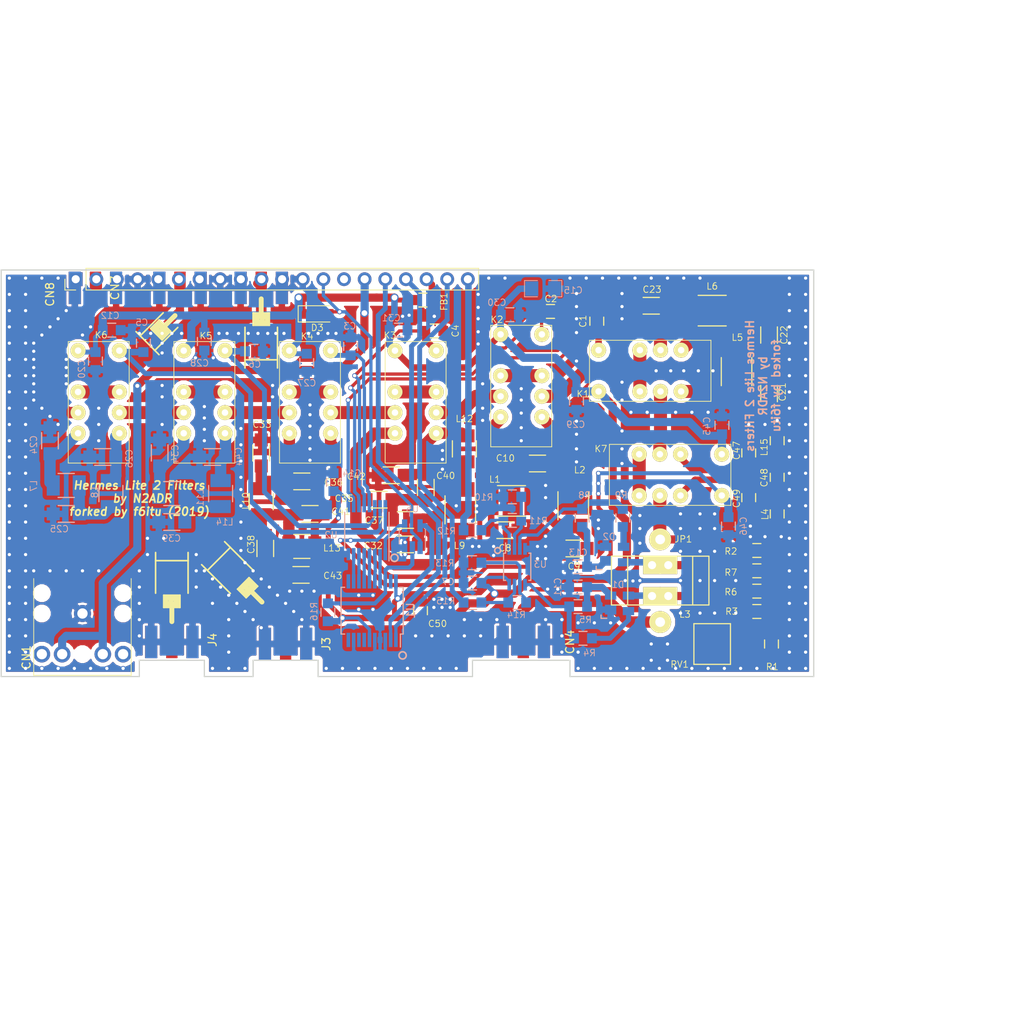
<source format=kicad_pcb>
(kicad_pcb (version 20171130) (host pcbnew "(5.0.2)-1")
  (title_block (title "HL2 Filter Board") (date 2019-02-20) (rev E5b8) (company N2ADR))
  (layers (0 F.Cu signal hide) (1 In1.Cu signal hide) (2 In2.Cu signal hide) (31 B.Cu signal) (34 B.Paste user) (35 F.Paste user) (36 B.SilkS user) (37 F.SilkS user) (38 B.Mask user) (39 F.Mask user) (44 Edge.Cuts user))
  (net 0 "")
  (net 1 GND)
  (net 2 Band1)
  (net 3 Band2)
  (net 4 Band3)
  (net 5 Band4)
  (net 6 Band5)
  (net 7 "Net-(U1-Pad12)")
  (net 8 "Net-(U1-Pad13)")
  (net 9 "Net-(U1-Pad14)")
  (net 10 "Net-(U1-Pad15)")
  (net 11 "Net-(C8-Pad2)")
  (net 12 "Net-(C9-Pad2)")
  (net 13 "Net-(C10-Pad2)")
  (net 14 "Net-(K1-Pad3)")
  (net 15 "Net-(K2-Pad3)")
  (net 16 "Net-(K2-Pad2)")
  (net 17 "Net-(K3-Pad3)")
  (net 18 "Net-(K3-Pad2)")
  (net 19 "Net-(K4-Pad3)")
  (net 20 "Net-(K4-Pad2)")
  (net 21 "Net-(K5-Pad3)")
  (net 22 "Net-(K5-Pad2)")
  (net 23 "Net-(K6-Pad2)")
  (net 24 "Net-(C21-Pad1)")
  (net 25 "Net-(C24-Pad2)")
  (net 26 "Net-(C25-Pad2)")
  (net 27 "Net-(C26-Pad2)")
  (net 28 "Net-(C32-Pad2)")
  (net 29 "Net-(C33-Pad2)")
  (net 30 "Net-(C34-Pad2)")
  (net 31 "Net-(C35-Pad1)")
  (net 32 "Net-(C36-Pad1)")
  (net 33 "Net-(C39-Pad2)")
  (net 34 "Net-(C40-Pad1)")
  (net 35 "Net-(C41-Pad1)")
  (net 36 "Net-(C44-Pad2)")
  (net 37 FilterOut)
  (net 38 Band6)
  (net 39 "Net-(U1-Pad16)")
  (net 40 "Net-(U1-Pad17)")
  (net 41 "Net-(C22-Pad1)")
  (net 42 "Net-(C23-Pad1)")
  (net 43 "Net-(K1-Pad2)")
  (net 44 "Net-(C11-Pad1)")
  (net 45 "Net-(C13-Pad1)")
  (net 46 "Net-(D1-Pad3)")
  (net 47 "Net-(D1-Pad4)")
  (net 48 "Net-(D2-Pad3)")
  (net 49 "Net-(D2-Pad4)")
  (net 50 "Net-(R10-Pad2)")
  (net 51 "Net-(R11-Pad2)")
  (net 52 "Net-(R13-Pad2)")
  (net 53 "Net-(R14-Pad2)")
  (net 54 "Net-(C47-Pad1)")
  (net 55 "Net-(C47-Pad2)")
  (net 56 "Net-(C48-Pad1)")
  (net 57 "Net-(C49-Pad1)")
  (net 58 "Net-(K1-Pad6)")
  (net 59 "Net-(K7-Pad4)")
  (net 60 RFInput)
  (net 61 "Net-(R4-Pad1)")
  (net 62 "Net-(R8-Pad1)")
  (net 63 "Net-(R2-Pad1)")
  (net 64 "Net-(R1-Pad2)")
  (net 65 "Net-(U2-Pad1)")
  (net 66 Band7)
  (net 67 INTTR)
  (net 68 +3V3)
  (net 69 "Net-(R16-Pad2)")
  (net 70 "Net-(CN2-Pad6)")
  (net 71 "Net-(CN2-Pad10)")
  (net 72 "Net-(CN2-Pad16)")
  (net 73 "Net-(CN2-Pad17)")
  (net 74 "Net-(CN2-Pad18)")
  (net 75 "Net-(CN2-Pad19)")
  (net 76 "Net-(CN2-Pad20)")
  (net 77 "Net-(CN4-Pad1)")
  (net 78 "Net-(J1-Pad1)")
  (net 79 "Net-(J2-Pad1)")
  (net 80 "Net-(CN1-Pad4)")
  (module SMA_PINS:SMA_EDGE_NRW (layer F.Cu) (at 97 57.2 90)
    (fp_text reference CN6 hide)
    (fp_text value SMA hide)
    (pad 2 smd rect (at 0 2.54 90) (size 4 1.5) (layers B.Cu B.Paste B.Mask) (net 1 GND))
    (pad 2 smd rect (at 0 -2.54 90) (size 4 1.5) (layers B.Cu B.Paste B.Mask) (net 1 GND))
    (pad 2 smd rect (at 0 2.54 90) (size 4 1.5) (layers F.Cu F.Paste F.Mask) (net 1 GND))
    (pad 2 smd rect (at 0 -2.54 90) (size 4 1.5) (layers F.Cu F.Paste F.Mask) (net 1 GND))
    (pad 1 smd rect (at 0 0 90) (size 4 1.4) (layers F.Cu F.Paste F.Mask) (net 71 "Net-(CN2-Pad10)"))
  )
  (module Coax_2mm:coax_2mm (layer F.Cu) (at 97 60.8 270)
    (fp_text reference CN3 hide)
    (fp_text value SMA)
    (pad 2 smd rect (at 3 0 270) (size 4 2.5) (layers F.Cu F.Paste F.Mask) (net 1 GND))
    (pad 1 smd rect (at -2 0 270) (size 3 1.3) (layers F.Cu F.Paste F.Mask) (net 71 "Net-(CN2-Pad10)"))
  )
  (module hermeslite:STEREO (layer F.Cu) (at 75 92.75 270)
    (fp_text reference CN1 (at 9.9 6.9 270) (layer F.SilkS))
    (fp_text value STEREO)
    (pad "" np_thru_hole circle (at 2 -5 270) (size 1.2 1.2) (drill 1.2) (layers *.Cu *.Mask))
    (pad "" np_thru_hole circle (at 2 5 270) (size 1.2 1.2) (drill 1.2) (layers *.Cu *.Mask))
    (pad "" np_thru_hole circle (at 4.5 -5 270) (size 1.2 1.2) (drill 1.2) (layers *.Cu *.Mask))
    (pad "" np_thru_hole circle (at 4.5 5 270) (size 1.2 1.2) (drill 1.2) (layers *.Cu *.Mask))
    (pad "" np_thru_hole circle (at 9.5 0 270) (size 1.2 1.2) (drill 1.2) (layers *.Cu *.Mask))
    (pad 5 thru_hole circle (at 9.5 -2.5 270) (size 2.05 2.05) (drill 1.27) (layers *.Cu *.Mask) (net 80 "Net-(CN1-Pad4)"))
    (pad 3 thru_hole circle (at 9.5 -5 270) (size 2.05 2.05) (drill 1.27) (layers *.Cu *.Mask))
    (pad 4 thru_hole circle (at 9.5 2.5 270) (size 2.05 2.05) (drill 1.27) (layers *.Cu *.Mask) (net 80 "Net-(CN1-Pad4)"))
    (pad 2 thru_hole circle (at 9.5 5 270) (size 2.05 2.05) (drill 1.27) (layers *.Cu *.Mask))
    (pad 1 thru_hole circle (at 4.5 0 270) (size 2.1 2.1) (drill 1.27) (layers *.Cu *.Mask) (net 1 GND))
  )
  (module Housings_SSOP:TSSOP-16_4.4x5mm_Pitch0.65mm (layer B.Cu) (at 110 87 90)
    (fp_text reference U2 (at -0.6 -4.4 180) (layer B.SilkS) (effects (font (size 0.8 0.8) (thickness 0.1)) (justify mirror)))
    (fp_text value ULN2003LV)
    (pad 1 smd rect (at -2.95 2.275 90) (size 1.5 0.45) (layers B.Cu B.Paste B.Mask) (net 65 "Net-(U2-Pad1)"))
    (pad 2 smd rect (at -2.95 1.625 90) (size 1.5 0.45) (layers B.Cu B.Paste B.Mask) (net 40 "Net-(U1-Pad17)"))
    (pad 3 smd rect (at -2.95 0.975 90) (size 1.5 0.45) (layers B.Cu B.Paste B.Mask) (net 39 "Net-(U1-Pad16)"))
    (pad 4 smd rect (at -2.95 0.325 90) (size 1.5 0.45) (layers B.Cu B.Paste B.Mask) (net 10 "Net-(U1-Pad15)"))
    (pad 5 smd rect (at -2.95 -0.325 90) (size 1.5 0.45) (layers B.Cu B.Paste B.Mask) (net 9 "Net-(U1-Pad14)"))
    (pad 6 smd rect (at -2.95 -0.975 90) (size 1.5 0.45) (layers B.Cu B.Paste B.Mask) (net 8 "Net-(U1-Pad13)"))
    (pad 7 smd rect (at -2.95 -1.625 90) (size 1.5 0.45) (layers B.Cu B.Paste B.Mask) (net 7 "Net-(U1-Pad12)"))
    (pad 8 smd rect (at -2.95 -2.275 90) (size 1.5 0.45) (layers B.Cu B.Paste B.Mask) (net 1 GND))
    (pad 9 smd rect (at 2.95 -2.275 90) (size 1.5 0.45) (layers B.Cu B.Paste B.Mask) (net 68 +3V3))
    (pad 10 smd rect (at 2.95 -1.625 90) (size 1.5 0.45) (layers B.Cu B.Paste B.Mask) (net 2 Band1))
    (pad 11 smd rect (at 2.95 -0.975 90) (size 1.5 0.45) (layers B.Cu B.Paste B.Mask) (net 3 Band2))
    (pad 12 smd rect (at 2.95 -0.325 90) (size 1.5 0.45) (layers B.Cu B.Paste B.Mask) (net 4 Band3))
    (pad 13 smd rect (at 2.95 0.325 90) (size 1.5 0.45) (layers B.Cu B.Paste B.Mask) (net 5 Band4))
    (pad 14 smd rect (at 2.95 0.975 90) (size 1.5 0.45) (layers B.Cu B.Paste B.Mask) (net 6 Band5))
    (pad 15 smd rect (at 2.95 1.625 90) (size 1.5 0.45) (layers B.Cu B.Paste B.Mask) (net 38 Band6))
    (pad 16 smd rect (at 2.95 2.275 90) (size 1.5 0.45) (layers B.Cu B.Paste B.Mask) (net 66 Band7))
  )
  (module Local:SMD_1206 (layer B.Cu) (at 91 78)
    (fp_text reference C44 (at 3.2 -0.05 -90) (layer B.SilkS) (effects (font (size 0.8 0.8) (thickness 0.1)) (justify mirror)))
    (fp_text value 180p)
    (pad 1 smd rect (at -1.6 0) (size 1.6 1.6) (layers B.Cu B.Paste B.Mask) (net 1 GND))
    (pad 2 smd rect (at 1.6 0) (size 1.6 1.6) (layers B.Cu B.Paste B.Mask) (net 36 "Net-(C44-Pad2)"))
  )
  (module Local:RelayDPDT01 (layer F.Cu) (at 116 70 270)
    (fp_text reference K3 (at -6.95 3.15) (layer F.SilkS) (effects (font (size 0.8 0.8) (thickness 0.1))))
    (fp_text value EC2-3NU)
    (pad 8 thru_hole circle (at -5.08 -2.54 270) (size 1.85 1.85) (drill 0.8) (layers *.Cu *.Mask F.SilkS) (net 4 Band3))
    (pad 7 thru_hole circle (at 0 -2.54 270) (size 1.85 1.85) (drill 0.8) (layers *.Cu *.Mask F.SilkS) (net 18 "Net-(K3-Pad2)"))
    (pad 6 thru_hole circle (at 2.54 -2.54 270) (size 1.85 1.85) (drill 0.8) (layers *.Cu *.Mask F.SilkS) (net 15 "Net-(K2-Pad3)"))
    (pad 5 thru_hole circle (at 5.08 -2.54 270) (size 1.85 1.85) (drill 0.8) (layers *.Cu *.Mask F.SilkS) (net 34 "Net-(C40-Pad1)"))
    (pad 4 thru_hole circle (at 5.08 2.54 270) (size 1.85 1.85) (drill 0.8) (layers *.Cu *.Mask F.SilkS) (net 28 "Net-(C32-Pad2)"))
    (pad 3 thru_hole circle (at 2.54 2.54 270) (size 1.85 1.85) (drill 0.8) (layers *.Cu *.Mask F.SilkS) (net 17 "Net-(K3-Pad3)"))
    (pad 2 thru_hole circle (at 0 2.54 270) (size 1.85 1.85) (drill 0.8) (layers *.Cu *.Mask F.SilkS) (net 18 "Net-(K3-Pad2)"))
    (pad 1 thru_hole circle (at -5.08 2.54 270) (size 1.85 1.85) (drill 0.8) (layers *.Cu *.Mask F.SilkS) (net 68 +3V3))
  )
  (module Local:RelayDPDT01 (layer F.Cu) (at 103 70 270)
    (fp_text reference K4 (at -6.85 0.35) (layer F.SilkS) (effects (font (size 0.8 0.8) (thickness 0.1))))
    (fp_text value EC2-3NU)
    (pad 8 thru_hole circle (at -5.08 -2.54 270) (size 1.85 1.85) (drill 0.8) (layers *.Cu *.Mask F.SilkS) (net 5 Band4))
    (pad 7 thru_hole circle (at 0 -2.54 270) (size 1.85 1.85) (drill 0.8) (layers *.Cu *.Mask F.SilkS) (net 20 "Net-(K4-Pad2)"))
    (pad 6 thru_hole circle (at 2.54 -2.54 270) (size 1.85 1.85) (drill 0.8) (layers *.Cu *.Mask F.SilkS) (net 17 "Net-(K3-Pad3)"))
    (pad 5 thru_hole circle (at 5.08 -2.54 270) (size 1.85 1.85) (drill 0.8) (layers *.Cu *.Mask F.SilkS) (net 35 "Net-(C41-Pad1)"))
    (pad 4 thru_hole circle (at 5.08 2.54 270) (size 1.85 1.85) (drill 0.8) (layers *.Cu *.Mask F.SilkS) (net 29 "Net-(C33-Pad2)"))
    (pad 3 thru_hole circle (at 2.54 2.54 270) (size 1.85 1.85) (drill 0.8) (layers *.Cu *.Mask F.SilkS) (net 19 "Net-(K4-Pad3)"))
    (pad 2 thru_hole circle (at 0 2.54 270) (size 1.85 1.85) (drill 0.8) (layers *.Cu *.Mask F.SilkS) (net 20 "Net-(K4-Pad2)"))
    (pad 1 thru_hole circle (at -5.08 2.54 270) (size 1.85 1.85) (drill 0.8) (layers *.Cu *.Mask F.SilkS) (net 68 +3V3))
  )
  (module Local:SMD_1812 (layer F.Cu) (at 135.4 84 90)
    (fp_text reference L2 (at 4.4 0.8 180) (layer F.SilkS) (effects (font (size 0.8 0.8) (thickness 0.1))))
    (fp_text value 1.8u)
    (pad 1 smd rect (at -2.5 0 90) (size 1.8 3.5) (layers F.Cu F.Paste F.Mask) (net 12 "Net-(C9-Pad2)"))
    (pad 2 smd rect (at 2.5 0 90) (size 1.8 3.5) (layers F.Cu F.Paste F.Mask) (net 13 "Net-(C10-Pad2)"))
  )
  (module Local:SMD_0805 (layer F.Cu) (at 138.3 61.3 270)
    (fp_text reference C1 (at 0 1.7 270) (layer F.SilkS) (effects (font (size 0.8 0.8) (thickness 0.1))))
    (fp_text value 100n)
    (pad 1 smd rect (at -1.1 0 270) (size 1.2 1.25) (layers F.Cu F.Paste F.Mask) (net 1 GND))
    (pad 2 smd rect (at 1.1 0 270) (size 1.2 1.25) (layers F.Cu F.Paste F.Mask) (net 2 Band1))
  )
  (module Local:SMD_0805 (layer F.Cu) (at 132.6 60.1 180)
    (fp_text reference C2 (at -0.05 1.55) (layer F.SilkS) (effects (font (size 0.8 0.8) (thickness 0.1))))
    (fp_text value 100n)
    (pad 1 smd rect (at -1.1 0 180) (size 1.2 1.25) (layers F.Cu F.Paste F.Mask) (net 1 GND))
    (pad 2 smd rect (at 1.1 0 180) (size 1.2 1.25) (layers F.Cu F.Paste F.Mask) (net 3 Band2))
  )
  (module Local:SMD_0805 (layer B.Cu) (at 108 64.4 270)
    (fp_text reference C3 (at -2.5 0.1) (layer B.SilkS) (effects (font (size 0.8 0.8) (thickness 0.1)) (justify mirror)))
    (fp_text value 100n)
    (pad 1 smd rect (at -1.1 0 270) (size 1.2 1.25) (layers B.Cu B.Paste B.Mask) (net 1 GND))
    (pad 2 smd rect (at 1.1 0 270) (size 1.2 1.25) (layers B.Cu B.Paste B.Mask) (net 5 Band4))
  )
  (module Local:SMD_0805 (layer F.Cu) (at 118.3 62.5 180)
    (fp_text reference C4 (at -2.6 0 270) (layer F.SilkS) (effects (font (size 0.8 0.8) (thickness 0.1))))
    (fp_text value 100n)
    (pad 1 smd rect (at -1.1 0 180) (size 1.2 1.25) (layers F.Cu F.Paste F.Mask) (net 1 GND))
    (pad 2 smd rect (at 1.1 0 180) (size 1.2 1.25) (layers F.Cu F.Paste F.Mask) (net 4 Band3))
  )
  (module Local:SMD_0805 (layer B.Cu) (at 82.5 64 270)
    (fp_text reference C5 (at -2.55 0.2 180) (layer B.SilkS) (effects (font (size 0.8 0.8) (thickness 0.1)) (justify mirror)))
    (fp_text value 100n)
    (pad 1 smd rect (at -1.1 0 270) (size 1.2 1.25) (layers B.Cu B.Paste B.Mask) (net 1 GND))
    (pad 2 smd rect (at 1.1 0 270) (size 1.2 1.25) (layers B.Cu B.Paste B.Mask) (net 38 Band6))
  )
  (module Local:SMD_0805 (layer B.Cu) (at 96.1 65 180)
    (fp_text reference C6 (at -0.1 -1.6) (layer B.SilkS) (effects (font (size 0.8 0.8) (thickness 0.1)) (justify mirror)))
    (fp_text value 100n)
    (pad 1 smd rect (at -1.1 0 180) (size 1.2 1.25) (layers B.Cu B.Paste B.Mask) (net 1 GND))
    (pad 2 smd rect (at 1.1 0 180) (size 1.2 1.25) (layers B.Cu B.Paste B.Mask) (net 6 Band5))
  )
  (module Local:SMD_1206 (layer F.Cu) (at 127 87 180)
    (fp_text reference C8 (at 0 -2.2 180) (layer F.SilkS) (effects (font (size 0.8 0.8) (thickness 0.1))))
    (fp_text value 1000p)
    (pad 1 smd rect (at -1.6 0 180) (size 1.6 1.6) (layers F.Cu F.Paste F.Mask) (net 1 GND))
    (pad 2 smd rect (at 1.6 0 180) (size 1.6 1.6) (layers F.Cu F.Paste F.Mask) (net 11 "Net-(C8-Pad2)"))
  )
  (module Local:SMD_1206 (layer F.Cu) (at 135.5 89.25)
    (fp_text reference C9 (at 0 2.2) (layer F.SilkS) (effects (font (size 0.8 0.8) (thickness 0.1))))
    (fp_text value 1800p)
    (pad 1 smd rect (at -1.6 0) (size 1.6 1.6) (layers F.Cu F.Paste F.Mask) (net 1 GND))
    (pad 2 smd rect (at 1.6 0) (size 1.6 1.6) (layers F.Cu F.Paste F.Mask) (net 12 "Net-(C9-Pad2)"))
  )
  (module Local:SMD_1206 (layer F.Cu) (at 131 78.8)
    (fp_text reference C10 (at -3.95 -0.65) (layer F.SilkS) (effects (font (size 0.8 0.8) (thickness 0.1))))
    (fp_text value 1000p)
    (pad 1 smd rect (at -1.6 0) (size 1.6 1.6) (layers F.Cu F.Paste F.Mask) (net 1 GND))
    (pad 2 smd rect (at 1.6 0) (size 1.6 1.6) (layers F.Cu F.Paste F.Mask) (net 13 "Net-(C10-Pad2)"))
  )
  (module Local:SMD_0805 (layer B.Cu) (at 136 94 180)
    (fp_text reference C11 (at 2.5 0 270) (layer B.SilkS) (effects (font (size 0.8 0.8) (thickness 0.1)) (justify mirror)))
    (fp_text value 100n)
    (pad 1 smd rect (at -1.1 0 180) (size 1.2 1.25) (layers B.Cu B.Paste B.Mask) (net 44 "Net-(C11-Pad1)"))
    (pad 2 smd rect (at 1.1 0 180) (size 1.2 1.25) (layers B.Cu B.Paste B.Mask) (net 1 GND))
  )
  (module Local:SMD_0805 (layer B.Cu) (at 136 91.5 180)
    (fp_text reference C13 (at 0 1.75 180) (layer B.SilkS) (effects (font (size 0.8 0.8) (thickness 0.1)) (justify mirror)))
    (fp_text value 100n)
    (pad 1 smd rect (at -1.1 0 180) (size 1.2 1.25) (layers B.Cu B.Paste B.Mask) (net 45 "Net-(C13-Pad1)"))
    (pad 2 smd rect (at 1.1 0 180) (size 1.2 1.25) (layers B.Cu B.Paste B.Mask) (net 1 GND))
  )
  (module Local:SMD_0805 (layer B.Cu) (at 105.9 81.1 270)
    (fp_text reference C14 (at -1.1 -2.25) (layer B.SilkS) (effects (font (size 0.8 0.8) (thickness 0.1)) (justify mirror)))
    (fp_text value 100n)
    (pad 1 smd rect (at -1.1 0 270) (size 1.2 1.25) (layers B.Cu B.Paste B.Mask) (net 1 GND))
    (pad 2 smd rect (at 1.1 0 270) (size 1.2 1.25) (layers B.Cu B.Paste B.Mask) (net 68 +3V3))
  )
  (module Wire_Connections_Bridges:WireConnection_1.20mmDrill (layer F.Cu) (at 146.1 98.3 90)
    (fp_text reference JP1 (at 10.2 2.85 180) (layer F.SilkS) (effects (font (size 0.8 0.8) (thickness 0.1))))
    (fp_text value 1T)
    (pad 1 thru_hole circle (at 0 0 90) (size 2.70002 2.70002) (drill 1.19888) (layers *.Cu *.Mask F.SilkS) (net 77 "Net-(CN4-Pad1)"))
    (pad 2 thru_hole circle (at 10.16 0 90) (size 2.70002 2.70002) (drill 1.19888) (layers *.Cu *.Mask F.SilkS) (net 37 FilterOut))
  )
  (module Local:ToroidT37 (layer F.Cu) (at 146.1 93.2 180)
    (fp_text reference L3 (at -3.05 -4.15 180) (layer F.SilkS) (effects (font (size 0.8 0.8) (thickness 0.1))))
    (fp_text value 10T)
    (pad 1 thru_hole rect (at 1 -1.9 180) (size 2.2 2.2) (drill 1) (layers *.Cu *.Mask F.SilkS) (net 46 "Net-(D1-Pad3)"))
    (pad 2 thru_hole rect (at -1 1.9 180) (size 2.2 2.2) (drill 1) (layers *.Cu *.Mask F.SilkS) (net 49 "Net-(D2-Pad4)"))
    (pad 1 thru_hole rect (at -1 -1.9 180) (size 2.2 2.2) (drill 1) (layers *.Cu *.Mask F.SilkS) (net 46 "Net-(D1-Pad3)"))
    (pad 2 thru_hole rect (at 1 1.9 180) (size 2.2 2.2) (drill 1) (layers *.Cu *.Mask F.SilkS) (net 49 "Net-(D2-Pad4)"))
  )
  (module Local:SMD_0805 (layer F.Cu) (at 158 89.5 180)
    (fp_text reference R2 (at 3.2 -0.1 180) (layer F.SilkS) (effects (font (size 0.8 0.8) (thickness 0.1))))
    (fp_text value "2K2 1%")
    (pad 1 smd rect (at -1.1 0 180) (size 1.2 1.25) (layers F.Cu F.Paste F.Mask) (net 63 "Net-(R2-Pad1)"))
    (pad 2 smd rect (at 1.1 0 180) (size 1.2 1.25) (layers F.Cu F.Paste F.Mask) (net 37 FilterOut))
  )
  (module Local:SMD_0805 (layer F.Cu) (at 158 97)
    (fp_text reference R3 (at -3.1 0 180) (layer F.SilkS) (effects (font (size 0.8 0.8) (thickness 0.1))))
    (fp_text value "56 1%")
    (pad 1 smd rect (at -1.1 0) (size 1.2 1.25) (layers F.Cu F.Paste F.Mask) (net 64 "Net-(R1-Pad2)"))
    (pad 2 smd rect (at 1.1 0) (size 1.2 1.25) (layers F.Cu F.Paste F.Mask) (net 63 "Net-(R2-Pad1)"))
  )
  (module Local:SMD_0805 (layer B.Cu) (at 136 96.4)
    (fp_text reference R5 (at 0.9 1.6) (layer B.SilkS) (effects (font (size 0.8 0.8) (thickness 0.1)) (justify mirror)))
    (fp_text value 4K7)
    (pad 1 smd rect (at -1.1 0) (size 1.2 1.25) (layers B.Cu B.Paste B.Mask) (net 61 "Net-(R4-Pad1)"))
    (pad 2 smd rect (at 1.1 0) (size 1.2 1.25) (layers B.Cu B.Paste B.Mask) (net 44 "Net-(C11-Pad1)"))
  )
  (module Local:SMD_0805 (layer F.Cu) (at 158 94.5 180)
    (fp_text reference R6 (at 3.2 -0.1 180) (layer F.SilkS) (effects (font (size 0.8 0.8) (thickness 0.1))))
    (fp_text value "18 1%")
    (pad 1 smd rect (at -1.1 0 180) (size 1.2 1.25) (layers F.Cu F.Paste F.Mask) (net 63 "Net-(R2-Pad1)"))
    (pad 2 smd rect (at 1.1 0 180) (size 1.2 1.25) (layers F.Cu F.Paste F.Mask) (net 46 "Net-(D1-Pad3)"))
  )
  (module Local:SMD_0805 (layer F.Cu) (at 158 92)
    (fp_text reference R7 (at -3.2 0.2) (layer F.SilkS) (effects (font (size 0.8 0.8) (thickness 0.1))))
    (fp_text value "18 1%")
    (pad 1 smd rect (at -1.1 0) (size 1.2 1.25) (layers F.Cu F.Paste F.Mask) (net 49 "Net-(D2-Pad4)"))
    (pad 2 smd rect (at 1.1 0) (size 1.2 1.25) (layers F.Cu F.Paste F.Mask) (net 63 "Net-(R2-Pad1)"))
  )
  (module Local:SMD_0805 (layer B.Cu) (at 136.5 85.5 270)
    (fp_text reference R8 (at -2.8 -0.3) (layer B.SilkS) (effects (font (size 0.8 0.8) (thickness 0.1)) (justify mirror)))
    (fp_text value 4K7)
    (pad 1 smd rect (at -1.1 0 270) (size 1.2 1.25) (layers B.Cu B.Paste B.Mask) (net 62 "Net-(R8-Pad1)"))
    (pad 2 smd rect (at 1.1 0 270) (size 1.2 1.25) (layers B.Cu B.Paste B.Mask) (net 45 "Net-(C13-Pad1)"))
  )
  (module Local:SMD_1206 (layer F.Cu) (at 159.5 70.2 270)
    (fp_text reference C21 (at -0.2 -1.65 270) (layer F.SilkS) (effects (font (size 0.8 0.8) (thickness 0.1))))
    (fp_text value 1800p)
    (pad 1 smd rect (at -1.6 0 270) (size 1.6 1.6) (layers F.Cu F.Paste F.Mask) (net 24 "Net-(C21-Pad1)"))
    (pad 2 smd rect (at 1.6 0 270) (size 1.6 1.6) (layers F.Cu F.Paste F.Mask) (net 1 GND))
  )
  (module Local:SMD_1206 (layer F.Cu) (at 159.5 63 90)
    (fp_text reference C22 (at 0 1.85 -90) (layer F.SilkS) (effects (font (size 0.8 0.8) (thickness 0.1))))
    (fp_text value 3300p)
    (pad 1 smd rect (at -1.6 0 90) (size 1.6 1.6) (layers F.Cu F.Paste F.Mask) (net 41 "Net-(C22-Pad1)"))
    (pad 2 smd rect (at 1.6 0 90) (size 1.6 1.6) (layers F.Cu F.Paste F.Mask) (net 1 GND))
  )
  (module Local:SMD_1206 (layer F.Cu) (at 145 59.4 180)
    (fp_text reference C23 (at -0.1 2 180) (layer F.SilkS) (effects (font (size 0.8 0.8) (thickness 0.1))))
    (fp_text value 1800p)
    (pad 1 smd rect (at -1.6 0 180) (size 1.6 1.6) (layers F.Cu F.Paste F.Mask) (net 42 "Net-(C23-Pad1)"))
    (pad 2 smd rect (at 1.6 0 180) (size 1.6 1.6) (layers F.Cu F.Paste F.Mask) (net 1 GND))
  )
  (module Local:SMD_1206 (layer B.Cu) (at 71 76 270)
    (fp_text reference C24 (at 0.5 2 90) (layer B.SilkS) (effects (font (size 0.8 0.8) (thickness 0.1)) (justify mirror)))
    (fp_text value 150p)
    (pad 1 smd rect (at -1.6 0 270) (size 1.6 1.6) (layers B.Cu B.Paste B.Mask) (net 1 GND))
    (pad 2 smd rect (at 1.6 0 270) (size 1.6 1.6) (layers B.Cu B.Paste B.Mask) (net 25 "Net-(C24-Pad2)"))
  )
  (module Local:SMD_1206 (layer B.Cu) (at 73 85)
    (fp_text reference C25 (at -0.85 1.85 -180) (layer B.SilkS) (effects (font (size 0.8 0.8) (thickness 0.1)) (justify mirror)))
    (fp_text value 330p)
    (pad 1 smd rect (at -1.6 0) (size 1.6 1.6) (layers B.Cu B.Paste B.Mask) (net 1 GND))
    (pad 2 smd rect (at 1.6 0) (size 1.6 1.6) (layers B.Cu B.Paste B.Mask) (net 26 "Net-(C25-Pad2)"))
  )
  (module Local:SMD_1206 (layer B.Cu) (at 77.5 78)
    (fp_text reference C26 (at 3.25 0.2 -270) (layer B.SilkS) (effects (font (size 0.8 0.8) (thickness 0.1)) (justify mirror)))
    (fp_text value 150p)
    (pad 1 smd rect (at -1.6 0) (size 1.6 1.6) (layers B.Cu B.Paste B.Mask) (net 1 GND))
    (pad 2 smd rect (at 1.6 0) (size 1.6 1.6) (layers B.Cu B.Paste B.Mask) (net 27 "Net-(C26-Pad2)"))
  )
  (module Local:SMD_1210 (layer B.Cu) (at 73 81.5)
    (fp_text reference L7 (at -4 0.05 270) (layer B.SilkS) (effects (font (size 0.8 0.8) (thickness 0.1)) (justify mirror)))
    (fp_text value 220n)
    (pad 1 smd rect (at -1.6 0) (size 1.6 2.5) (layers B.Cu B.Paste B.Mask) (net 25 "Net-(C24-Pad2)"))
    (pad 2 smd rect (at 1.6 0) (size 1.6 2.5) (layers B.Cu B.Paste B.Mask) (net 26 "Net-(C25-Pad2)"))
  )
  (module Local:SMD_1210 (layer B.Cu) (at 78.5 82.5 90)
    (fp_text reference L8 (at 0.15 -2 90) (layer B.SilkS) (effects (font (size 0.8 0.8) (thickness 0.1)) (justify mirror)))
    (fp_text value 220n)
    (pad 1 smd rect (at -1.6 0 90) (size 1.6 2.5) (layers B.Cu B.Paste B.Mask) (net 26 "Net-(C25-Pad2)"))
    (pad 2 smd rect (at 1.6 0 90) (size 1.6 2.5) (layers B.Cu B.Paste B.Mask) (net 27 "Net-(C26-Pad2)"))
  )
  (module Local:SMD_0805 (layer B.Cu) (at 102.6 66.4 90)
    (fp_text reference C27 (at -2.5 0) (layer B.SilkS) (effects (font (size 0.8 0.8) (thickness 0.1)) (justify mirror)))
    (fp_text value 100n)
    (pad 1 smd rect (at -1.1 0 90) (size 1.2 1.25) (layers B.Cu B.Paste B.Mask) (net 1 GND))
    (pad 2 smd rect (at 1.1 0 90) (size 1.2 1.25) (layers B.Cu B.Paste B.Mask) (net 68 +3V3))
  )
  (module Local:SMD_0805 (layer B.Cu) (at 90 63.8 90)
    (fp_text reference C28 (at -2.65 -0.6) (layer B.SilkS) (effects (font (size 0.8 0.8) (thickness 0.1)) (justify mirror)))
    (fp_text value 100n)
    (pad 1 smd rect (at -1.1 0 90) (size 1.2 1.25) (layers B.Cu B.Paste B.Mask) (net 1 GND))
    (pad 2 smd rect (at 1.1 0 90) (size 1.2 1.25) (layers B.Cu B.Paste B.Mask) (net 68 +3V3))
  )
  (module Local:SMD_0805 (layer B.Cu) (at 135.8 71.1 90)
    (fp_text reference C29 (at -2.9 -0.1) (layer B.SilkS) (effects (font (size 0.8 0.8) (thickness 0.1)) (justify mirror)))
    (fp_text value 100n)
    (pad 1 smd rect (at -1.1 0 90) (size 1.2 1.25) (layers B.Cu B.Paste B.Mask) (net 1 GND))
    (pad 2 smd rect (at 1.1 0 90) (size 1.2 1.25) (layers B.Cu B.Paste B.Mask) (net 68 +3V3))
  )
  (module Local:SMD_0805 (layer B.Cu) (at 127.6 60.5 180)
    (fp_text reference C30 (at 1.6 1.5) (layer B.SilkS) (effects (font (size 0.8 0.8) (thickness 0.1)) (justify mirror)))
    (fp_text value 100n)
    (pad 1 smd rect (at -1.1 0 180) (size 1.2 1.25) (layers B.Cu B.Paste B.Mask) (net 1 GND))
    (pad 2 smd rect (at 1.1 0 180) (size 1.2 1.25) (layers B.Cu B.Paste B.Mask) (net 68 +3V3))
  )
  (module Local:SMD_0805 (layer B.Cu) (at 113.9 62.4 180)
    (fp_text reference C31 (at 0.9 1.5) (layer B.SilkS) (effects (font (size 0.8 0.8) (thickness 0.1)) (justify mirror)))
    (fp_text value 100n)
    (pad 1 smd rect (at -1.1 0 180) (size 1.2 1.25) (layers B.Cu B.Paste B.Mask) (net 1 GND))
    (pad 2 smd rect (at 1.1 0 180) (size 1.2 1.25) (layers B.Cu B.Paste B.Mask) (net 68 +3V3))
  )
  (module Local:SMD_1206 (layer F.Cu) (at 114.75 88.75 180)
    (fp_text reference C32 (at 3.95 -0.15) (layer F.SilkS) (effects (font (size 0.8 0.8) (thickness 0.1))))
    (fp_text value 270p)
    (pad 1 smd rect (at -1.6 0 180) (size 1.6 1.6) (layers F.Cu F.Paste F.Mask) (net 1 GND))
    (pad 2 smd rect (at 1.6 0 180) (size 1.6 1.6) (layers F.Cu F.Paste F.Mask) (net 28 "Net-(C32-Pad2)"))
  )
  (module Local:SMD_1206 (layer F.Cu) (at 97 77.5 270)
    (fp_text reference C33 (at -3.5 -0.1 180) (layer F.SilkS) (effects (font (size 0.8 0.8) (thickness 0.1))))
    (fp_text value 150p)
    (pad 1 smd rect (at -1.6 0 270) (size 1.6 1.6) (layers F.Cu F.Paste F.Mask) (net 1 GND))
    (pad 2 smd rect (at 1.6 0 270) (size 1.6 1.6) (layers F.Cu F.Paste F.Mask) (net 29 "Net-(C33-Pad2)"))
  )
  (module Local:SMD_1206 (layer B.Cu) (at 84.5 77.5 270)
    (fp_text reference C34 (at 0.1 -1.9 270) (layer B.SilkS) (effects (font (size 0.8 0.8) (thickness 0.1)) (justify mirror)))
    (fp_text value 180p)
    (pad 1 smd rect (at -1.6 0 270) (size 1.6 1.6) (layers B.Cu B.Paste B.Mask) (net 1 GND))
    (pad 2 smd rect (at 1.6 0 270) (size 1.6 1.6) (layers B.Cu B.Paste B.Mask) (net 30 "Net-(C34-Pad2)"))
  )
  (module Local:SMD_1206 (layer F.Cu) (at 111.5 83.25 180)
    (fp_text reference C35 (at 4.3 0.15 180) (layer F.SilkS) (effects (font (size 0.8 0.8) (thickness 0.1))))
    (fp_text value 100p)
    (pad 1 smd rect (at -1.6 0 180) (size 1.6 1.6) (layers F.Cu F.Paste F.Mask) (net 31 "Net-(C35-Pad1)"))
    (pad 2 smd rect (at 1.6 0 180) (size 1.6 1.6) (layers F.Cu F.Paste F.Mask) (net 28 "Net-(C32-Pad2)"))
  )
  (module Local:SMD_1206 (layer F.Cu) (at 102 81 180)
    (fp_text reference C36 (at -3.9 -0.1 180) (layer F.SilkS) (effects (font (size 0.8 0.8) (thickness 0.1))))
    (fp_text value 39p)
    (pad 1 smd rect (at -1.6 0 180) (size 1.6 1.6) (layers F.Cu F.Paste F.Mask) (net 32 "Net-(C36-Pad1)"))
    (pad 2 smd rect (at 1.6 0 180) (size 1.6 1.6) (layers F.Cu F.Paste F.Mask) (net 29 "Net-(C33-Pad2)"))
  )
  (module Local:SMD_1206 (layer F.Cu) (at 114.75 85.75 180)
    (fp_text reference C37 (at 3.85 -0.05) (layer F.SilkS) (effects (font (size 0.8 0.8) (thickness 0.1))))
    (fp_text value 560p)
    (pad 1 smd rect (at -1.6 0 180) (size 1.6 1.6) (layers F.Cu F.Paste F.Mask) (net 1 GND))
    (pad 2 smd rect (at 1.6 0 180) (size 1.6 1.6) (layers F.Cu F.Paste F.Mask) (net 31 "Net-(C35-Pad1)"))
  )
  (module Local:SMD_1206 (layer F.Cu) (at 97.5 89.25 90)
    (fp_text reference C38 (at 0.5 -1.75 270) (layer F.SilkS) (effects (font (size 0.8 0.8) (thickness 0.1))))
    (fp_text value 270p)
    (pad 1 smd rect (at -1.6 0 90) (size 1.6 1.6) (layers F.Cu F.Paste F.Mask) (net 1 GND))
    (pad 2 smd rect (at 1.6 0 90) (size 1.6 1.6) (layers F.Cu F.Paste F.Mask) (net 32 "Net-(C36-Pad1)"))
  )
  (module Local:SMD_1206 (layer B.Cu) (at 86 86)
    (fp_text reference C39 (at -0.05 2) (layer B.SilkS) (effects (font (size 0.8 0.8) (thickness 0.1)) (justify mirror)))
    (fp_text value 330p)
    (pad 1 smd rect (at -1.6 0) (size 1.6 1.6) (layers B.Cu B.Paste B.Mask) (net 1 GND))
    (pad 2 smd rect (at 1.6 0) (size 1.6 1.6) (layers B.Cu B.Paste B.Mask) (net 33 "Net-(C39-Pad2)"))
  )
  (module Local:SMD_1206 (layer F.Cu) (at 117.25 81.75 270)
    (fp_text reference C40 (at -1.45 -2.45) (layer F.SilkS) (effects (font (size 0.8 0.8) (thickness 0.1))))
    (fp_text value 270p)
    (pad 1 smd rect (at -1.6 0 270) (size 1.6 1.6) (layers F.Cu F.Paste F.Mask) (net 34 "Net-(C40-Pad1)"))
    (pad 2 smd rect (at 1.6 0 270) (size 1.6 1.6) (layers F.Cu F.Paste F.Mask) (net 31 "Net-(C35-Pad1)"))
  )
  (module Local:SMD_1206 (layer F.Cu) (at 103 85 180)
    (fp_text reference C41 (at -3.8 0.3 180) (layer F.SilkS) (effects (font (size 0.8 0.8) (thickness 0.1))))
    (fp_text value 220p)
    (pad 1 smd rect (at -1.6 0 180) (size 1.6 1.6) (layers F.Cu F.Paste F.Mask) (net 35 "Net-(C41-Pad1)"))
    (pad 2 smd rect (at 1.6 0 180) (size 1.6 1.6) (layers F.Cu F.Paste F.Mask) (net 32 "Net-(C36-Pad1)"))
  )
  (module Local:SMD_1206 (layer F.Cu) (at 113 80.25)
    (fp_text reference C42 (at -4.3 0.15) (layer F.SilkS) (effects (font (size 0.8 0.8) (thickness 0.1))))
    (fp_text value 220p)
    (pad 1 smd rect (at -1.6 0) (size 1.6 1.6) (layers F.Cu F.Paste F.Mask) (net 1 GND))
    (pad 2 smd rect (at 1.6 0) (size 1.6 1.6) (layers F.Cu F.Paste F.Mask) (net 34 "Net-(C40-Pad1)"))
  )
  (module Local:SMD_1206 (layer F.Cu) (at 101.9 92.5)
    (fp_text reference C43 (at 3.9 0.1) (layer F.SilkS) (effects (font (size 0.8 0.8) (thickness 0.1))))
    (fp_text value 68p)
    (pad 1 smd rect (at -1.6 0) (size 1.6 1.6) (layers F.Cu F.Paste F.Mask) (net 1 GND))
    (pad 2 smd rect (at 1.6 0) (size 1.6 1.6) (layers F.Cu F.Paste F.Mask) (net 35 "Net-(C41-Pad1)"))
  )
  (module Local:SMD_1210 (layer F.Cu) (at 97 83.5 270)
    (fp_text reference L10 (at -0.1 1.9 270) (layer F.SilkS) (effects (font (size 0.8 0.8) (thickness 0.1))))
    (fp_text value 560n)
    (pad 1 smd rect (at -1.6 0 270) (size 1.6 2.5) (layers F.Cu F.Paste F.Mask) (net 29 "Net-(C33-Pad2)"))
    (pad 2 smd rect (at 1.6 0 270) (size 1.6 2.5) (layers F.Cu F.Paste F.Mask) (net 32 "Net-(C36-Pad1)"))
  )
  (module Local:SMD_1210 (layer B.Cu) (at 86 82.5)
    (fp_text reference L11 (at 3.5 0.5 90) (layer B.SilkS) (effects (font (size 0.8 0.8) (thickness 0.1)) (justify mirror)))
    (fp_text value 390n)
    (pad 1 smd rect (at -1.6 0) (size 1.6 2.5) (layers B.Cu B.Paste B.Mask) (net 30 "Net-(C34-Pad2)"))
    (pad 2 smd rect (at 1.6 0) (size 1.6 2.5) (layers B.Cu B.Paste B.Mask) (net 33 "Net-(C39-Pad2)"))
  )
  (module Local:SMD_1210 (layer F.Cu) (at 102 89)
    (fp_text reference L13 (at 3.7 0.2) (layer F.SilkS) (effects (font (size 0.8 0.8) (thickness 0.1))))
    (fp_text value 270n)
    (pad 1 smd rect (at -1.6 0) (size 1.6 2.5) (layers F.Cu F.Paste F.Mask) (net 32 "Net-(C36-Pad1)"))
    (pad 2 smd rect (at 1.6 0) (size 1.6 2.5) (layers F.Cu F.Paste F.Mask) (net 35 "Net-(C41-Pad1)"))
  )
  (module Local:SMD_1210 (layer B.Cu) (at 92 82.5 90)
    (fp_text reference L14 (at -3.5 0.5) (layer B.SilkS) (effects (font (size 0.8 0.8) (thickness 0.1)) (justify mirror)))
    (fp_text value 390n)
    (pad 1 smd rect (at -1.6 0 90) (size 1.6 2.5) (layers B.Cu B.Paste B.Mask) (net 33 "Net-(C39-Pad2)"))
    (pad 2 smd rect (at 1.6 0 90) (size 1.6 2.5) (layers B.Cu B.Paste B.Mask) (net 36 "Net-(C44-Pad2)"))
  )
  (module Local:SMD_0805 (layer B.Cu) (at 76.6 66.2 90)
    (fp_text reference C20 (at -1 -1.7 90) (layer B.SilkS) (effects (font (size 0.8 0.8) (thickness 0.1)) (justify mirror)))
    (fp_text value 100n)
    (pad 1 smd rect (at -1.1 0 90) (size 1.2 1.25) (layers B.Cu B.Paste B.Mask) (net 1 GND))
    (pad 2 smd rect (at 1.1 0 90) (size 1.2 1.25) (layers B.Cu B.Paste B.Mask) (net 68 +3V3))
  )
  (module TO_SOT_Packages_SMD:SOT-143 (layer B.Cu) (at 141.1 96 90)
    (fp_text reference D1 (at 2.3 -0.2) (layer B.SilkS) (effects (font (size 0.8 0.8) (thickness 0.1)) (justify mirror)))
    (fp_text value BAS40-07)
    (pad 1 smd rect (at -0.76962 -1.09982 90) (size 1.19888 1.39954) (layers B.Cu B.Paste B.Mask) (net 1 GND))
    (pad 2 smd rect (at 0.94996 -1.09982 90) (size 1.00076 1.39954) (layers B.Cu B.Paste B.Mask) (net 44 "Net-(C11-Pad1)"))
    (pad 3 smd rect (at 0.94996 1.09982 90) (size 1.00076 1.39954) (layers B.Cu B.Paste B.Mask) (net 46 "Net-(D1-Pad3)"))
    (pad 4 smd rect (at -0.94996 1.09982 90) (size 1.00076 1.39954) (layers B.Cu B.Paste B.Mask) (net 47 "Net-(D1-Pad4)"))
  )
  (module TO_SOT_Packages_SMD:SOT-143 (layer B.Cu) (at 140.5 90 90)
    (fp_text reference D2 (at 2.2 -0.7 180) (layer B.SilkS) (effects (font (size 0.8 0.8) (thickness 0.1)) (justify mirror)))
    (fp_text value BAS40-07)
    (pad 1 smd rect (at -0.76962 -1.09982 90) (size 1.19888 1.39954) (layers B.Cu B.Paste B.Mask) (net 45 "Net-(C13-Pad1)"))
    (pad 2 smd rect (at 0.94996 -1.09982 90) (size 1.00076 1.39954) (layers B.Cu B.Paste B.Mask) (net 1 GND))
    (pad 3 smd rect (at 0.94996 1.09982 90) (size 1.00076 1.39954) (layers B.Cu B.Paste B.Mask) (net 48 "Net-(D2-Pad3)"))
    (pad 4 smd rect (at -0.94996 1.09982 90) (size 1.00076 1.39954) (layers B.Cu B.Paste B.Mask) (net 49 "Net-(D2-Pad4)"))
  )
  (module Local:SMD_0805 (layer B.Cu) (at 136.6 100.3)
    (fp_text reference R4 (at 0.8 1.8) (layer B.SilkS) (effects (font (size 0.8 0.8) (thickness 0.1)) (justify mirror)))
    (fp_text value 4K7)
    (pad 1 smd rect (at -1.1 0) (size 1.2 1.25) (layers B.Cu B.Paste B.Mask) (net 61 "Net-(R4-Pad1)"))
    (pad 2 smd rect (at 1.1 0) (size 1.2 1.25) (layers B.Cu B.Paste B.Mask) (net 47 "Net-(D1-Pad4)"))
  )
  (module Local:SMD_0805 (layer B.Cu) (at 141.5 85.5 90)
    (fp_text reference R9 (at 2.8 -0.2 180) (layer B.SilkS) (effects (font (size 0.8 0.8) (thickness 0.1)) (justify mirror)))
    (fp_text value 4K7)
    (pad 1 smd rect (at -1.1 0 90) (size 1.2 1.25) (layers B.Cu B.Paste B.Mask) (net 48 "Net-(D2-Pad3)"))
    (pad 2 smd rect (at 1.1 0 90) (size 1.2 1.25) (layers B.Cu B.Paste B.Mask) (net 62 "Net-(R8-Pad1)"))
  )
  (module Local:SMD_0805 (layer B.Cu) (at 127.9 82.9)
    (fp_text reference R10 (at -3.5 0.05 180) (layer B.SilkS) (effects (font (size 0.8 0.8) (thickness 0.1)) (justify mirror)))
    (fp_text value "2K2 1%")
    (pad 1 smd rect (at -1.1 0) (size 1.2 1.25) (layers B.Cu B.Paste B.Mask) (net 1 GND))
    (pad 2 smd rect (at 1.1 0) (size 1.2 1.25) (layers B.Cu B.Paste B.Mask) (net 50 "Net-(R10-Pad2)"))
  )
  (module Local:SMD_0805 (layer B.Cu) (at 127.9 85.8 180)
    (fp_text reference R11 (at -3.2 -0.05 180) (layer B.SilkS) (effects (font (size 0.8 0.8) (thickness 0.1)) (justify mirror)))
    (fp_text value "6K2 1%")
    (pad 1 smd rect (at -1.1 0 180) (size 1.2 1.25) (layers B.Cu B.Paste B.Mask) (net 50 "Net-(R10-Pad2)"))
    (pad 2 smd rect (at 1.1 0 180) (size 1.2 1.25) (layers B.Cu B.Paste B.Mask) (net 51 "Net-(R11-Pad2)"))
  )
  (module Local:SMD_0805 (layer B.Cu) (at 123 87 180)
    (fp_text reference R12 (at 3.2 -0.1 180) (layer B.SilkS) (effects (font (size 0.8 0.8) (thickness 0.1)) (justify mirror)))
    (fp_text value 330)
    (pad 1 smd rect (at -1.1 0 180) (size 1.2 1.25) (layers B.Cu B.Paste B.Mask) (net 51 "Net-(R11-Pad2)"))
    (pad 2 smd rect (at 1.1 0 180) (size 1.2 1.25) (layers B.Cu B.Paste B.Mask) (net 76 "Net-(CN2-Pad20)"))
  )
  (module Local:SMD_0805 (layer B.Cu) (at 123 91)
    (fp_text reference R13 (at -3.4 0.05) (layer B.SilkS) (effects (font (size 0.8 0.8) (thickness 0.1)) (justify mirror)))
    (fp_text value "2K2 1%")
    (pad 1 smd rect (at -1.1 0) (size 1.2 1.25) (layers B.Cu B.Paste B.Mask) (net 1 GND))
    (pad 2 smd rect (at 1.1 0) (size 1.2 1.25) (layers B.Cu B.Paste B.Mask) (net 52 "Net-(R13-Pad2)"))
  )
  (module Local:SMD_0805 (layer B.Cu) (at 128.5 95.9 180)
    (fp_text reference R14 (at 0.1 -1.5 180) (layer B.SilkS) (effects (font (size 0.8 0.8) (thickness 0.1)) (justify mirror)))
    (fp_text value "6K2 1%")
    (pad 1 smd rect (at -1.1 0 180) (size 1.2 1.25) (layers B.Cu B.Paste B.Mask) (net 52 "Net-(R13-Pad2)"))
    (pad 2 smd rect (at 1.1 0 180) (size 1.2 1.25) (layers B.Cu B.Paste B.Mask) (net 53 "Net-(R14-Pad2)"))
  )
  (module Local:SMD_0805 (layer B.Cu) (at 123 95.9 180)
    (fp_text reference R15 (at 3.3 0.2 180) (layer B.SilkS) (effects (font (size 0.8 0.8) (thickness 0.1)) (justify mirror)))
    (fp_text value 330)
    (pad 1 smd rect (at -1.1 0 180) (size 1.2 1.25) (layers B.Cu B.Paste B.Mask) (net 53 "Net-(R14-Pad2)"))
    (pad 2 smd rect (at 1.1 0 180) (size 1.2 1.25) (layers B.Cu B.Paste B.Mask) (net 75 "Net-(CN2-Pad19)"))
  )
  (module Housings_SSOP:MSOP-8_3x3mm_Pitch0.65mm (layer B.Cu) (at 128.5 91.5 270)
    (fp_text reference U3 (at -0.3 -2.85 180) (layer B.SilkS) (effects (font (size 0.8 0.8) (thickness 0.1)) (justify mirror)))
    (fp_text value AD8692)
    (pad 1 smd rect (at -2.2 0.975 270) (size 1.45 0.45) (layers B.Cu B.Paste B.Mask) (net 51 "Net-(R11-Pad2)"))
    (pad 2 smd rect (at -2.2 0.325 270) (size 1.45 0.45) (layers B.Cu B.Paste B.Mask) (net 50 "Net-(R10-Pad2)"))
    (pad 3 smd rect (at -2.2 -0.325 270) (size 1.45 0.45) (layers B.Cu B.Paste B.Mask) (net 62 "Net-(R8-Pad1)"))
    (pad 4 smd rect (at -2.2 -0.975 270) (size 1.45 0.45) (layers B.Cu B.Paste B.Mask) (net 1 GND))
    (pad 5 smd rect (at 2.2 -0.975 270) (size 1.45 0.45) (layers B.Cu B.Paste B.Mask) (net 61 "Net-(R4-Pad1)"))
    (pad 6 smd rect (at 2.2 -0.325 270) (size 1.45 0.45) (layers B.Cu B.Paste B.Mask) (net 52 "Net-(R13-Pad2)"))
    (pad 7 smd rect (at 2.2 0.325 270) (size 1.45 0.45) (layers B.Cu B.Paste B.Mask) (net 53 "Net-(R14-Pad2)"))
    (pad 8 smd rect (at 2.2 0.975 270) (size 1.45 0.45) (layers B.Cu B.Paste B.Mask) (net 68 +3V3))
  )
  (module Local:SMD_1812 (layer F.Cu) (at 127.8 83.4)
    (fp_text reference L1 (at -2.05 -2.65) (layer F.SilkS) (effects (font (size 0.8 0.8) (thickness 0.1))))
    (fp_text value 1.8u)
    (pad 1 smd rect (at -2.5 0) (size 1.8 3.5) (layers F.Cu F.Paste F.Mask) (net 11 "Net-(C8-Pad2)"))
    (pad 2 smd rect (at 2.5 0) (size 1.8 3.5) (layers F.Cu F.Paste F.Mask) (net 12 "Net-(C9-Pad2)"))
  )
  (module Local:SMD_1812 (layer F.Cu) (at 155.5 67.5 90)
    (fp_text reference L5 (at 4.2 0.1 180) (layer F.SilkS) (effects (font (size 0.8 0.8) (thickness 0.1))))
    (fp_text value 3.9u)
    (pad 1 smd rect (at -2.5 0 90) (size 1.8 3.5) (layers F.Cu F.Paste F.Mask) (net 24 "Net-(C21-Pad1)"))
    (pad 2 smd rect (at 2.5 0 90) (size 1.8 3.5) (layers F.Cu F.Paste F.Mask) (net 41 "Net-(C22-Pad1)"))
  )
  (module Local:SMD_1812 (layer F.Cu) (at 152.5 60 180)
    (fp_text reference L6 (at 0 3 180) (layer F.SilkS) (effects (font (size 0.8 0.8) (thickness 0.1))))
    (fp_text value 3.9u)
    (pad 1 smd rect (at -2.5 0 180) (size 1.8 3.5) (layers F.Cu F.Paste F.Mask) (net 41 "Net-(C22-Pad1)"))
    (pad 2 smd rect (at 2.5 0 180) (size 1.8 3.5) (layers F.Cu F.Paste F.Mask) (net 42 "Net-(C23-Pad1)"))
  )
  (module Local:SMD_1812 (layer F.Cu) (at 121.5 84.5 90)
    (fp_text reference L9 (at -4.4 -0.1 180) (layer F.SilkS) (effects (font (size 0.8 0.8) (thickness 0.1))))
    (fp_text value 1000n)
    (pad 1 smd rect (at -2.5 0 90) (size 1.8 3.5) (layers F.Cu F.Paste F.Mask) (net 28 "Net-(C32-Pad2)"))
    (pad 2 smd rect (at 2.5 0 90) (size 1.8 3.5) (layers F.Cu F.Paste F.Mask) (net 31 "Net-(C35-Pad1)"))
  )
  (module Local:SMD_1210 (layer F.Cu) (at 122 77 90)
    (fp_text reference L12 (at 3.7 0 180) (layer F.SilkS) (effects (font (size 0.8 0.8) (thickness 0.1))))
    (fp_text value 680n)
    (pad 1 smd rect (at -1.6 0 90) (size 1.6 2.5) (layers F.Cu F.Paste F.Mask) (net 31 "Net-(C35-Pad1)"))
    (pad 2 smd rect (at 1.6 0 90) (size 1.6 2.5) (layers F.Cu F.Paste F.Mask) (net 34 "Net-(C40-Pad1)"))
  )
  (module Local:SMD_0805 (layer B.Cu) (at 153.7 74.1 270)
    (fp_text reference C45 (at 0.1 1.85 270) (layer B.SilkS) (effects (font (size 0.8 0.8) (thickness 0.1)) (justify mirror)))
    (fp_text value 100n)
    (pad 1 smd rect (at -1.1 0 270) (size 1.2 1.25) (layers B.Cu B.Paste B.Mask) (net 1 GND))
    (pad 2 smd rect (at 1.1 0 270) (size 1.2 1.25) (layers B.Cu B.Paste B.Mask) (net 68 +3V3))
  )
  (module Local:SMD_0805 (layer B.Cu) (at 154.5 86.5 90)
    (fp_text reference C46 (at 0 1.85 90) (layer B.SilkS) (effects (font (size 0.8 0.8) (thickness 0.1)) (justify mirror)))
    (fp_text value 100n)
    (pad 1 smd rect (at -1.1 0 90) (size 1.2 1.25) (layers B.Cu B.Paste B.Mask) (net 1 GND))
    (pad 2 smd rect (at 1.1 0 90) (size 1.2 1.25) (layers B.Cu B.Paste B.Mask) (net 66 Band7))
  )
  (module Local:SMD_0805 (layer F.Cu) (at 116.6 96.9 270)
    (fp_text reference C50 (at 1.6 -2.1) (layer F.SilkS) (effects (font (size 0.8 0.8) (thickness 0.1))))
    (fp_text value 100n)
    (pad 1 smd rect (at -1.1 0 270) (size 1.2 1.25) (layers F.Cu F.Paste F.Mask) (net 1 GND))
    (pad 2 smd rect (at 1.1 0 270) (size 1.2 1.25) (layers F.Cu F.Paste F.Mask) (net 68 +3V3))
  )
  (module Local:SMD_0805 (layer F.Cu) (at 157 77.5 270)
    (fp_text reference C47 (at -0.3 1.5 270) (layer F.SilkS) (effects (font (size 0.8 0.8) (thickness 0.1))))
    (fp_text value 1500p)
    (pad 1 smd rect (at -1.1 0 270) (size 1.2 1.25) (layers F.Cu F.Paste F.Mask) (net 54 "Net-(C47-Pad1)"))
    (pad 2 smd rect (at 1.1 0 270) (size 1.2 1.25) (layers F.Cu F.Paste F.Mask) (net 55 "Net-(C47-Pad2)"))
  )
  (module Local:SMD_0805 (layer F.Cu) (at 160.5 80.5 90)
    (fp_text reference C48 (at -0.05 -1.6 270) (layer F.SilkS) (effects (font (size 0.8 0.8) (thickness 0.1))))
    (fp_text value 680p)
    (pad 1 smd rect (at -1.1 0 90) (size 1.2 1.25) (layers F.Cu F.Paste F.Mask) (net 56 "Net-(C48-Pad1)"))
    (pad 2 smd rect (at 1.1 0 90) (size 1.2 1.25) (layers F.Cu F.Paste F.Mask) (net 54 "Net-(C47-Pad1)"))
  )
  (module Local:SMD_0805 (layer F.Cu) (at 157 83 270)
    (fp_text reference C49 (at 0.1 1.5 90) (layer F.SilkS) (effects (font (size 0.8 0.8) (thickness 0.1))))
    (fp_text value 1500p)
    (pad 1 smd rect (at -1.1 0 270) (size 1.2 1.25) (layers F.Cu F.Paste F.Mask) (net 57 "Net-(C49-Pad1)"))
    (pad 2 smd rect (at 1.1 0 270) (size 1.2 1.25) (layers F.Cu F.Paste F.Mask) (net 56 "Net-(C48-Pad1)"))
  )
  (module Local:SMD_0805 (layer F.Cu) (at 160.5 85 90)
    (fp_text reference L4 (at -0.05 -1.5 270) (layer F.SilkS) (effects (font (size 0.8 0.8) (thickness 0.1))))
    (fp_text value 1.8u)
    (pad 1 smd rect (at -1.1 0 90) (size 1.2 1.25) (layers F.Cu F.Paste F.Mask) (net 1 GND))
    (pad 2 smd rect (at 1.1 0 90) (size 1.2 1.25) (layers F.Cu F.Paste F.Mask) (net 56 "Net-(C48-Pad1)"))
  )
  (module Local:SMD_0805 (layer F.Cu) (at 160.5 76 270)
    (fp_text reference L15 (at 0.8 1.6 270) (layer F.SilkS) (effects (font (size 0.8 0.8) (thickness 0.1))))
    (fp_text value 1.8u)
    (pad 1 smd rect (at -1.1 0 270) (size 1.2 1.25) (layers F.Cu F.Paste F.Mask) (net 1 GND))
    (pad 2 smd rect (at 1.1 0 270) (size 1.2 1.25) (layers F.Cu F.Paste F.Mask) (net 54 "Net-(C47-Pad1)"))
  )
  (module Local:SMD_0805 (layer B.Cu) (at 123 93.5)
    (fp_text reference C7 (at -3 -0.15) (layer B.SilkS) (effects (font (size 0.8 0.8) (thickness 0.1)) (justify mirror)))
    (fp_text value 100n)
    (pad 1 smd rect (at -1.1 0) (size 1.2 1.25) (layers B.Cu B.Paste B.Mask) (net 1 GND))
    (pad 2 smd rect (at 1.1 0) (size 1.2 1.25) (layers B.Cu B.Paste B.Mask) (net 68 +3V3))
  )
  (module Local:SMD_0805 (layer F.Cu) (at 159.8 101 90)
    (fp_text reference R1 (at -2.8 0.1 180) (layer F.SilkS) (effects (font (size 0.8 0.8) (thickness 0.1))))
    (fp_text value "22 1%")
    (pad 1 smd rect (at -1.1 0 90) (size 1.2 1.25) (layers F.Cu F.Paste F.Mask) (net 1 GND))
    (pad 2 smd rect (at 1.1 0 90) (size 1.2 1.25) (layers F.Cu F.Paste F.Mask) (net 64 "Net-(R1-Pad2)"))
  )
  (module Local:RelayDPDT01 (layer F.Cu) (at 143.6 67.4)
    (fp_text reference K1 (at -7 2.85) (layer F.SilkS) (effects (font (size 0.8 0.8) (thickness 0.1))))
    (fp_text value EC2-3NU)
    (pad 8 thru_hole circle (at -5.08 -2.54) (size 1.85 1.85) (drill 0.8) (layers *.Cu *.Mask F.SilkS) (net 2 Band1))
    (pad 7 thru_hole circle (at 0 -2.54) (size 1.85 1.85) (drill 0.8) (layers *.Cu *.Mask F.SilkS) (net 43 "Net-(K1-Pad2)"))
    (pad 6 thru_hole circle (at 2.54 -2.54) (size 1.85 1.85) (drill 0.8) (layers *.Cu *.Mask F.SilkS) (net 58 "Net-(K1-Pad6)"))
    (pad 5 thru_hole circle (at 5.08 -2.54) (size 1.85 1.85) (drill 0.8) (layers *.Cu *.Mask F.SilkS) (net 42 "Net-(C23-Pad1)"))
    (pad 4 thru_hole circle (at 5.08 2.54) (size 1.85 1.85) (drill 0.8) (layers *.Cu *.Mask F.SilkS) (net 24 "Net-(C21-Pad1)"))
    (pad 3 thru_hole circle (at 2.54 2.54) (size 1.85 1.85) (drill 0.8) (layers *.Cu *.Mask F.SilkS) (net 14 "Net-(K1-Pad3)"))
    (pad 2 thru_hole circle (at 0 2.54) (size 1.85 1.85) (drill 0.8) (layers *.Cu *.Mask F.SilkS) (net 43 "Net-(K1-Pad2)"))
    (pad 1 thru_hole circle (at -5.08 2.54) (size 1.85 1.85) (drill 0.8) (layers *.Cu *.Mask F.SilkS) (net 68 +3V3))
  )
  (module Local:RelayDPDT01 (layer F.Cu) (at 129 68 270)
    (fp_text reference K2 (at -6.9 3) (layer F.SilkS) (effects (font (size 0.8 0.8) (thickness 0.1))))
    (fp_text value EC2-3NU)
    (pad 8 thru_hole circle (at -5.08 -2.54 270) (size 1.85 1.85) (drill 0.8) (layers *.Cu *.Mask F.SilkS) (net 3 Band2))
    (pad 7 thru_hole circle (at 0 -2.54 270) (size 1.85 1.85) (drill 0.8) (layers *.Cu *.Mask F.SilkS) (net 16 "Net-(K2-Pad2)"))
    (pad 6 thru_hole circle (at 2.54 -2.54 270) (size 1.85 1.85) (drill 0.8) (layers *.Cu *.Mask F.SilkS) (net 58 "Net-(K1-Pad6)"))
    (pad 5 thru_hole circle (at 5.08 -2.54 270) (size 1.85 1.85) (drill 0.8) (layers *.Cu *.Mask F.SilkS) (net 13 "Net-(C10-Pad2)"))
    (pad 4 thru_hole circle (at 5.08 2.54 270) (size 1.85 1.85) (drill 0.8) (layers *.Cu *.Mask F.SilkS) (net 11 "Net-(C8-Pad2)"))
    (pad 3 thru_hole circle (at 2.54 2.54 270) (size 1.85 1.85) (drill 0.8) (layers *.Cu *.Mask F.SilkS) (net 15 "Net-(K2-Pad3)"))
    (pad 2 thru_hole circle (at 0 2.54 270) (size 1.85 1.85) (drill 0.8) (layers *.Cu *.Mask F.SilkS) (net 16 "Net-(K2-Pad2)"))
    (pad 1 thru_hole circle (at -5.08 2.54 270) (size 1.85 1.85) (drill 0.8) (layers *.Cu *.Mask F.SilkS) (net 68 +3V3))
  )
  (module Local:RelayDPDT01 (layer F.Cu) (at 90 70 270)
    (fp_text reference K5 (at -6.9 -0.2) (layer F.SilkS) (effects (font (size 0.8 0.8) (thickness 0.1))))
    (fp_text value EC2-3NU)
    (pad 8 thru_hole circle (at -5.08 -2.54 270) (size 1.85 1.85) (drill 0.8) (layers *.Cu *.Mask F.SilkS) (net 6 Band5))
    (pad 7 thru_hole circle (at 0 -2.54 270) (size 1.85 1.85) (drill 0.8) (layers *.Cu *.Mask F.SilkS) (net 22 "Net-(K5-Pad2)"))
    (pad 6 thru_hole circle (at 2.54 -2.54 270) (size 1.85 1.85) (drill 0.8) (layers *.Cu *.Mask F.SilkS) (net 19 "Net-(K4-Pad3)"))
    (pad 5 thru_hole circle (at 5.08 -2.54 270) (size 1.85 1.85) (drill 0.8) (layers *.Cu *.Mask F.SilkS) (net 36 "Net-(C44-Pad2)"))
    (pad 4 thru_hole circle (at 5.08 2.54 270) (size 1.85 1.85) (drill 0.8) (layers *.Cu *.Mask F.SilkS) (net 30 "Net-(C34-Pad2)"))
    (pad 3 thru_hole circle (at 2.54 2.54 270) (size 1.85 1.85) (drill 0.8) (layers *.Cu *.Mask F.SilkS) (net 21 "Net-(K5-Pad3)"))
    (pad 2 thru_hole circle (at 0 2.54 270) (size 1.85 1.85) (drill 0.8) (layers *.Cu *.Mask F.SilkS) (net 22 "Net-(K5-Pad2)"))
    (pad 1 thru_hole circle (at -5.08 2.54 270) (size 1.85 1.85) (drill 0.8) (layers *.Cu *.Mask F.SilkS) (net 68 +3V3))
  )
  (module Local:RelayDPDT01 (layer F.Cu) (at 77 70 270)
    (fp_text reference K6 (at -7 -0.3) (layer F.SilkS) (effects (font (size 0.8 0.8) (thickness 0.1))))
    (fp_text value EC2-3NU)
    (pad 8 thru_hole circle (at -5.08 -2.54 270) (size 1.85 1.85) (drill 0.8) (layers *.Cu *.Mask F.SilkS) (net 38 Band6))
    (pad 7 thru_hole circle (at 0 -2.54 270) (size 1.85 1.85) (drill 0.8) (layers *.Cu *.Mask F.SilkS) (net 23 "Net-(K6-Pad2)"))
    (pad 6 thru_hole circle (at 2.54 -2.54 270) (size 1.85 1.85) (drill 0.8) (layers *.Cu *.Mask F.SilkS) (net 21 "Net-(K5-Pad3)"))
    (pad 5 thru_hole circle (at 5.08 -2.54 270) (size 1.85 1.85) (drill 0.8) (layers *.Cu *.Mask F.SilkS) (net 27 "Net-(C26-Pad2)"))
    (pad 4 thru_hole circle (at 5.08 2.54 270) (size 1.85 1.85) (drill 0.8) (layers *.Cu *.Mask F.SilkS) (net 25 "Net-(C24-Pad2)"))
    (pad 3 thru_hole circle (at 2.54 2.54 270) (size 1.85 1.85) (drill 0.8) (layers *.Cu *.Mask F.SilkS) (net 60 RFInput))
    (pad 2 thru_hole circle (at 0 2.54 270) (size 1.85 1.85) (drill 0.8) (layers *.Cu *.Mask F.SilkS) (net 23 "Net-(K6-Pad2)"))
    (pad 1 thru_hole circle (at -5.08 2.54 270) (size 1.85 1.85) (drill 0.8) (layers *.Cu *.Mask F.SilkS) (net 68 +3V3))
  )
  (module Local:RelayDPDT01 (layer F.Cu) (at 148.6 80.2 180)
    (fp_text reference K7 (at 9.8 3.2 180) (layer F.SilkS) (effects (font (size 0.8 0.8) (thickness 0.1))))
    (fp_text value EC2-3NU)
    (pad 8 thru_hole circle (at -5.08 -2.54 180) (size 1.85 1.85) (drill 0.8) (layers *.Cu *.Mask F.SilkS) (net 66 Band7))
    (pad 7 thru_hole circle (at 0 -2.54 180) (size 1.85 1.85) (drill 0.8) (layers *.Cu *.Mask F.SilkS) (net 57 "Net-(C49-Pad1)"))
    (pad 6 thru_hole circle (at 2.54 -2.54 180) (size 1.85 1.85) (drill 0.8) (layers *.Cu *.Mask F.SilkS) (net 37 FilterOut))
    (pad 5 thru_hole circle (at 5.08 -2.54 180) (size 1.85 1.85) (drill 0.8) (layers *.Cu *.Mask F.SilkS) (net 59 "Net-(K7-Pad4)"))
    (pad 4 thru_hole circle (at 5.08 2.54 180) (size 1.85 1.85) (drill 0.8) (layers *.Cu *.Mask F.SilkS) (net 59 "Net-(K7-Pad4)"))
    (pad 3 thru_hole circle (at 2.54 2.54 180) (size 1.85 1.85) (drill 0.8) (layers *.Cu *.Mask F.SilkS) (net 14 "Net-(K1-Pad3)"))
    (pad 2 thru_hole circle (at 0 2.54 180) (size 1.85 1.85) (drill 0.8) (layers *.Cu *.Mask F.SilkS) (net 55 "Net-(C47-Pad2)"))
    (pad 1 thru_hole circle (at -5.08 2.54 180) (size 1.85 1.85) (drill 0.8) (layers *.Cu *.Mask F.SilkS) (net 68 +3V3))
  )
  (module Pin_Headers:Pin_Header_Straight_1x20_Pitch2.54mm (layer F.Cu) (at 74.168 56.134 90)
    (fp_text reference CN2 hide)
    (fp_text value Conn_01x20)
    (pad 1 thru_hole rect (at 0 0 90) (size 1.7 1.7) (drill 1) (layers *.Cu *.Mask) (net 1 GND))
    (pad 2 thru_hole oval (at 0 2.54 90) (size 1.7 1.7) (drill 1) (layers *.Cu *.Mask) (net 60 RFInput))
    (pad 3 thru_hole oval (at 0 5.08 90) (size 1.7 1.7) (drill 1) (layers *.Cu *.Mask) (net 1 GND))
    (pad 4 thru_hole oval (at 0 7.62 90) (size 1.7 1.7) (drill 1) (layers *.Cu *.Mask) (net 1 GND))
    (pad 5 thru_hole oval (at 0 10.16 90) (size 1.7 1.7) (drill 1) (layers *.Cu *.Mask) (net 1 GND))
    (pad 6 thru_hole oval (at 0 12.7 90) (size 1.7 1.7) (drill 1) (layers *.Cu *.Mask) (net 70 "Net-(CN2-Pad6)"))
    (pad 7 thru_hole oval (at 0 15.24 90) (size 1.7 1.7) (drill 1) (layers *.Cu *.Mask) (net 1 GND))
    (pad 8 thru_hole oval (at 0 17.78 90) (size 1.7 1.7) (drill 1) (layers *.Cu *.Mask) (net 1 GND))
    (pad 9 thru_hole oval (at 0 20.32 90) (size 1.7 1.7) (drill 1) (layers *.Cu *.Mask) (net 1 GND))
    (pad 10 thru_hole oval (at 0 22.86 90) (size 1.7 1.7) (drill 1) (layers *.Cu *.Mask) (net 71 "Net-(CN2-Pad10)"))
    (pad 11 thru_hole oval (at 0 25.4 90) (size 1.7 1.7) (drill 1) (layers *.Cu *.Mask) (net 1 GND))
    (pad 12 thru_hole oval (at 0 27.94 90) (size 1.7 1.7) (drill 1) (layers *.Cu *.Mask) (net 1 GND))
    (pad 13 thru_hole oval (at 0 30.48 90) (size 1.7 1.7) (drill 1) (layers *.Cu *.Mask) (net 67 INTTR))
    (pad 14 thru_hole oval (at 0 33.02 90) (size 1.7 1.7) (drill 1) (layers *.Cu *.Mask))
    (pad 15 thru_hole oval (at 0 35.56 90) (size 1.7 1.7) (drill 1) (layers *.Cu *.Mask) (net 80 "Net-(CN1-Pad4)"))
    (pad 16 thru_hole oval (at 0 38.1 90) (size 1.7 1.7) (drill 1) (layers *.Cu *.Mask) (net 72 "Net-(CN2-Pad16)"))
    (pad 17 thru_hole oval (at 0 40.64 90) (size 1.7 1.7) (drill 1) (layers *.Cu *.Mask) (net 73 "Net-(CN2-Pad17)"))
    (pad 18 thru_hole oval (at 0 43.18 90) (size 1.7 1.7) (drill 1) (layers *.Cu *.Mask) (net 74 "Net-(CN2-Pad18)"))
    (pad 19 thru_hole oval (at 0 45.72 90) (size 1.7 1.7) (drill 1) (layers *.Cu *.Mask) (net 75 "Net-(CN2-Pad19)"))
    (pad 20 thru_hole oval (at 0 48.26 90) (size 1.7 1.7) (drill 1) (layers *.Cu *.Mask) (net 76 "Net-(CN2-Pad20)"))
  )
  (module Local:Trimpot_Bourns_3314G (layer F.Cu) (at 152.5 101 90)
    (fp_text reference RV1 (at -2.5 -4 180) (layer F.SilkS) (effects (font (size 0.8 0.8) (thickness 0.1))))
    (fp_text value DNI)
    (pad 1 smd rect (at 1.15 2.75 90) (size 1.3 1.3) (layers F.Cu F.Paste F.Mask) (net 64 "Net-(R1-Pad2)"))
    (pad 2 smd rect (at 0 -2.75 90) (size 2 1.3) (layers F.Cu F.Paste F.Mask) (net 1 GND))
    (pad 3 smd rect (at -1.15 2.75 90) (size 1.3 1.3) (layers F.Cu F.Paste F.Mask) (net 1 GND))
  )
  (module TO_SOT_Packages_SMD:SOT-23-5_HandSoldering (layer B.Cu) (at 115.6 87.8 90)
    (fp_text reference U5 (at 3.4 0 180) (layer B.SilkS) (effects (font (size 0.8 0.8) (thickness 0.1)) (justify mirror)))
    (fp_text value 74LVC1G00)
    (pad 1 smd rect (at -1.35 0.95 90) (size 1.56 0.65) (layers B.Cu B.Paste B.Mask) (net 67 INTTR))
    (pad 2 smd rect (at -1.35 0 90) (size 1.56 0.65) (layers B.Cu B.Paste B.Mask) (net 69 "Net-(R16-Pad2)"))
    (pad 3 smd rect (at -1.35 -0.95 90) (size 1.56 0.65) (layers B.Cu B.Paste B.Mask) (net 1 GND))
    (pad 4 smd rect (at 1.35 -0.95 90) (size 1.56 0.65) (layers B.Cu B.Paste B.Mask) (net 65 "Net-(U2-Pad1)"))
    (pad 5 smd rect (at 1.35 0.95 90) (size 1.56 0.65) (layers B.Cu B.Paste B.Mask) (net 68 +3V3))
  )
  (module Diodes_SMD:D_SOD-123 (layer F.Cu) (at 103.8 60.4)
    (fp_text reference D3 (at 0.1 1.7) (layer F.SilkS) (effects (font (size 0.8 0.8) (thickness 0.1))))
    (fp_text value 1N4148)
    (pad 1 smd rect (at -1.65 0) (size 0.9 1.2) (layers F.Cu F.Paste F.Mask) (net 68 +3V3))
    (pad 2 smd rect (at 1.65 0) (size 0.9 1.2) (layers F.Cu F.Paste F.Mask) (net 67 INTTR))
  )
  (module N2ADR:SMD_0805 (layer F.Cu) (at 116.9 58.7)
    (fp_text reference FB1 (at 2.6 0.2 90) (layer F.SilkS) (effects (font (size 0.8 0.8) (thickness 0.1))))
    (fp_text value FB)
    (pad 1 smd rect (at -1.1 0) (size 1.2 1.25) (layers F.Cu F.Paste F.Mask) (net 68 +3V3))
    (pad 2 smd rect (at 1.1 0) (size 1.2 1.25) (layers F.Cu F.Paste F.Mask) (net 74 "Net-(CN2-Pad18)"))
  )
  (module N2ADR:SMD_0805 (layer B.Cu) (at 78.6 62.4 180)
    (fp_text reference C12 (at 0.2 1.8 180) (layer B.SilkS) (effects (font (size 0.8 0.8) (thickness 0.1)) (justify mirror)))
    (fp_text value 22uF)
    (pad 1 smd rect (at -1.1 0 180) (size 1.2 1.25) (layers B.Cu B.Paste B.Mask) (net 1 GND))
    (pad 2 smd rect (at 1.1 0 180) (size 1.2 1.25) (layers B.Cu B.Paste B.Mask) (net 68 +3V3))
  )
  (module N2ADR:SMD-1206 (layer B.Cu) (at 131.7 57.3 180)
    (fp_text reference C15 (at -3.7 -0.2 180) (layer B.SilkS) (effects (font (size 0.8 0.8) (thickness 0.1)) (justify mirror)))
    (fp_text value 100uF hide)
    (pad 1 smd rect (at -1.4 0 180) (size 1.6 1.8) (layers B.Cu B.Paste B.Mask) (net 1 GND))
    (pad 2 smd rect (at 1.4 0 180) (size 1.6 1.8) (layers B.Cu B.Paste B.Mask) (net 68 +3V3))
  )
  (module N2ADR:SMD_0805 (layer B.Cu) (at 105.2 97.1 90)
    (fp_text reference R16 (at 0.1 -1.7 270) (layer B.SilkS) (effects (font (size 0.8 0.8) (thickness 0.1)) (justify mirror)))
    (fp_text value DNI)
    (pad 1 smd rect (at -1.1 0 90) (size 1.2 1.25) (layers B.Cu B.Paste B.Mask) (net 68 +3V3))
    (pad 2 smd rect (at 1.1 0 90) (size 1.2 1.25) (layers B.Cu B.Paste B.Mask) (net 69 "Net-(R16-Pad2)"))
  )
  (module SMA_PINS:SMA_EDGE_NRW (layer F.Cu) (at 129.25 100.75 270)
    (fp_text reference CN4 (at 0 -5.75 270) (layer F.SilkS))
    (fp_text value SMA hide)
    (pad 1 smd rect (at 0 0 270) (size 4 1.4) (layers F.Cu F.Paste F.Mask) (net 77 "Net-(CN4-Pad1)"))
    (pad 2 smd rect (at 0 -2.54 270) (size 4 1.5) (layers F.Cu F.Paste F.Mask) (net 1 GND))
    (pad 2 smd rect (at 0 2.54 270) (size 4 1.5) (layers F.Cu F.Paste F.Mask) (net 1 GND))
    (pad 2 smd rect (at 0 -2.54 270) (size 4 1.5) (layers B.Cu B.Paste B.Mask) (net 1 GND))
    (pad 2 smd rect (at 0 2.54 270) (size 4 1.5) (layers B.Cu B.Paste B.Mask) (net 1 GND))
  )
  (module Coax_2mm:coax_2mm (layer F.Cu) (at 95.5 94.25 135)
    (fp_text reference J1 hide)
    (fp_text value "coax rf low")
    (pad 1 smd rect (at -2.000001 0 135) (size 3 1.3) (layers F.Cu F.Paste F.Mask) (net 78 "Net-(J1-Pad1)"))
    (pad 2 smd rect (at 3 0 135) (size 4 2.5) (layers F.Cu F.Paste F.Mask) (net 1 GND))
  )
  (module Coax_2mm:coax_2mm (layer F.Cu) (at 86 96 90)
    (fp_text reference J2 hide)
    (fp_text value "coax rx ")
    (pad 2 smd rect (at 3 0 90) (size 4 2.5) (layers F.Cu F.Paste F.Mask) (net 1 GND))
    (pad 1 smd rect (at -2 0 90) (size 3 1.3) (layers F.Cu F.Paste F.Mask) (net 79 "Net-(J2-Pad1)"))
  )
  (module SMA_PINS:SMA_EDGE_NRW (layer F.Cu) (at 100 101 270)
    (fp_text reference J3 (at 0 -5 270) (layer F.SilkS))
    (fp_text value "out rf low" hide)
    (pad 2 smd rect (at 0 2.54 270) (size 4 1.5) (layers B.Cu B.Paste B.Mask) (net 1 GND))
    (pad 2 smd rect (at 0 -2.54 270) (size 4 1.5) (layers B.Cu B.Paste B.Mask) (net 1 GND))
    (pad 2 smd rect (at 0 2.54 270) (size 4 1.5) (layers F.Cu F.Paste F.Mask) (net 1 GND))
    (pad 2 smd rect (at 0 -2.54 270) (size 4 1.5) (layers F.Cu F.Paste F.Mask) (net 1 GND))
    (pad 1 smd rect (at 0 0 270) (size 4 1.4) (layers F.Cu F.Paste F.Mask) (net 78 "Net-(J1-Pad1)"))
  )
  (module SMA_PINS:SMA_EDGE_NRW (layer F.Cu) (at 86 100.75 270)
    (fp_text reference J4 (at -0.25 -5 270) (layer F.SilkS))
    (fp_text value "out rx" hide)
    (pad 1 smd rect (at 0 0 270) (size 4 1.4) (layers F.Cu F.Paste F.Mask) (net 79 "Net-(J2-Pad1)"))
    (pad 2 smd rect (at 0 -2.54 270) (size 4 1.5) (layers F.Cu F.Paste F.Mask) (net 1 GND))
    (pad 2 smd rect (at 0 2.54 270) (size 4 1.5) (layers F.Cu F.Paste F.Mask) (net 1 GND))
    (pad 2 smd rect (at 0 -2.54 270) (size 4 1.5) (layers B.Cu B.Paste B.Mask) (net 1 GND))
    (pad 2 smd rect (at 0 2.54 270) (size 4 1.5) (layers B.Cu B.Paste B.Mask) (net 1 GND))
  )
  (module Package_SO:SSOP-20_5.3x7.2mm_P0.65mm (layer B.Cu) (at 110.65 96.9 90)
    (fp_text reference U1 (at 0 4.75 90) (layer B.SilkS) (effects (justify mirror)))
    (fp_text value MCP23008-E_SS)
    (pad 1 smd rect (at -3.6 2.925 90) (size 1.75 0.45) (layers B.Cu B.Paste B.Mask) (net 73 "Net-(CN2-Pad17)"))
    (pad 2 smd rect (at -3.6 2.275 90) (size 1.75 0.45) (layers B.Cu B.Paste B.Mask) (net 72 "Net-(CN2-Pad16)"))
    (pad 3 smd rect (at -3.6 1.625 90) (size 1.75 0.45) (layers B.Cu B.Paste B.Mask) (net 1 GND))
    (pad 4 smd rect (at -3.6 0.975 90) (size 1.75 0.45) (layers B.Cu B.Paste B.Mask) (net 1 GND))
    (pad 5 smd rect (at -3.6 0.325 90) (size 1.75 0.45) (layers B.Cu B.Paste B.Mask) (net 1 GND))
    (pad 6 smd rect (at -3.6 -0.325 90) (size 1.75 0.45) (layers B.Cu B.Paste B.Mask) (net 68 +3V3))
    (pad 7 smd rect (at -3.6 -0.975 90) (size 1.75 0.45) (layers B.Cu B.Paste B.Mask))
    (pad 8 smd rect (at -3.6 -1.625 90) (size 1.75 0.45) (layers B.Cu B.Paste B.Mask))
    (pad 9 smd rect (at -3.6 -2.275 90) (size 1.75 0.45) (layers B.Cu B.Paste B.Mask) (net 1 GND))
    (pad 10 smd rect (at -3.6 -2.925 90) (size 1.75 0.45) (layers B.Cu B.Paste B.Mask))
    (pad 11 smd rect (at 3.6 -2.925 90) (size 1.75 0.45) (layers B.Cu B.Paste B.Mask))
    (pad 12 smd rect (at 3.6 -2.275 90) (size 1.75 0.45) (layers B.Cu B.Paste B.Mask) (net 7 "Net-(U1-Pad12)"))
    (pad 13 smd rect (at 3.6 -1.625 90) (size 1.75 0.45) (layers B.Cu B.Paste B.Mask) (net 8 "Net-(U1-Pad13)"))
    (pad 14 smd rect (at 3.6 -0.975 90) (size 1.75 0.45) (layers B.Cu B.Paste B.Mask) (net 9 "Net-(U1-Pad14)"))
    (pad 15 smd rect (at 3.6 -0.325 90) (size 1.75 0.45) (layers B.Cu B.Paste B.Mask) (net 10 "Net-(U1-Pad15)"))
    (pad 16 smd rect (at 3.6 0.325 90) (size 1.75 0.45) (layers B.Cu B.Paste B.Mask) (net 39 "Net-(U1-Pad16)"))
    (pad 17 smd rect (at 3.6 0.975 90) (size 1.75 0.45) (layers B.Cu B.Paste B.Mask) (net 40 "Net-(U1-Pad17)"))
    (pad 18 smd rect (at 3.6 1.625 90) (size 1.75 0.45) (layers B.Cu B.Paste B.Mask) (net 69 "Net-(R16-Pad2)"))
    (pad 19 smd rect (at 3.6 2.275 90) (size 1.75 0.45) (layers B.Cu B.Paste B.Mask))
    (pad 20 smd rect (at 3.6 2.925 90) (size 1.75 0.45) (layers B.Cu B.Paste B.Mask) (net 68 +3V3))
  )
  (module SMA_PINS:SMA_EDGE_NRW (layer F.Cu) (at 87 57.2 90)
    (fp_text reference CN7 (at 0 -8 90) (layer F.SilkS))
    (fp_text value SMA hide)
    (pad 1 smd rect (at 0 0 90) (size 4 1.4) (layers F.Cu F.Paste F.Mask) (net 70 "Net-(CN2-Pad6)"))
    (pad 2 smd rect (at 0 -2.54 90) (size 4 1.5) (layers F.Cu F.Paste F.Mask) (net 1 GND))
    (pad 2 smd rect (at 0 2.54 90) (size 4 1.5) (layers F.Cu F.Paste F.Mask) (net 1 GND))
    (pad 2 smd rect (at 0 -2.54 90) (size 4 1.5) (layers B.Cu B.Paste B.Mask) (net 1 GND))
    (pad 2 smd rect (at 0 2.54 90) (size 4 1.5) (layers B.Cu B.Paste B.Mask) (net 1 GND))
  )
  (module SMA_PINS:SMA_EDGE_NRW (layer F.Cu) (at 76.6 57.2 90)
    (fp_text reference CN8 (at -0.8 -5.6 90) (layer F.SilkS))
    (fp_text value SMA hide)
    (pad 1 smd rect (at 0 0 90) (size 4 1.4) (layers F.Cu F.Paste F.Mask) (net 60 RFInput))
    (pad 2 smd rect (at 0 -2.54 90) (size 4 1.5) (layers F.Cu F.Paste F.Mask) (net 1 GND))
    (pad 2 smd rect (at 0 2.54 90) (size 4 1.5) (layers F.Cu F.Paste F.Mask) (net 1 GND))
    (pad 2 smd rect (at 0 -2.54 90) (size 4 1.5) (layers B.Cu B.Paste B.Mask) (net 1 GND))
    (pad 2 smd rect (at 0 2.54 90) (size 4 1.5) (layers B.Cu B.Paste B.Mask) (net 1 GND))
  )
  (module Coax_2mm:coax_1mm (layer F.Cu) (at 84.8 62.2 225)
    (fp_text reference CN5 hide)
    (fp_text value SMA)
    (pad 2 smd rect (at 1.270001 0 225) (size 2 1.5) (layers F.Cu F.Paste F.Mask) (net 1 GND))
    (pad 1 smd rect (at -1.700001 0 225) (size 2 1) (layers F.Cu F.Paste F.Mask) (net 70 "Net-(CN2-Pad6)"))
  )
  (gr_line (start 104 105) (end 123 105) (layer Edge.Cuts) (width 0.15))
  (gr_line (start 104 103) (end 104 105) (layer Edge.Cuts) (width 0.15))
  (gr_line (start 96 103) (end 104 103) (layer Edge.Cuts) (width 0.15))
  (gr_line (start 96 105) (end 96 103) (layer Edge.Cuts) (width 0.15))
  (gr_line (start 90 105) (end 96 105) (layer Edge.Cuts) (width 0.15))
  (gr_line (start 90 103) (end 90 105) (layer Edge.Cuts) (width 0.15))
  (gr_line (start 82 103) (end 90 103) (layer Edge.Cuts) (width 0.15))
  (gr_line (start 82 105) (end 82 103) (layer Edge.Cuts) (width 0.15))
  (gr_line (start 65 105) (end 82 105) (layer Edge.Cuts) (width 0.15))
  (gr_line (start 123 103) (end 123 105) (layer Edge.Cuts) (width 0.15))
  (gr_line (start 135 103) (end 123 103) (layer Edge.Cuts) (width 0.15))
  (gr_line (start 135 105) (end 135 103) (layer Edge.Cuts) (width 0.15))
  (gr_line (start 165 105) (end 135 105) (layer Edge.Cuts) (width 0.15))
  (gr_text "Hermes Lite 2 Filters\nby N2ADR\nforked by f6itu\n" (at 158.75 69.25 90) (layer B.SilkS) (effects (font (size 1 1) (thickness 0.2)) (justify mirror)))
  (gr_circle (center 113.4 90.4) (end 113.2 90.8) (layer B.SilkS) (width 0.2))
  (gr_circle (center 114.4 102.4) (end 114.2 102.8) (layer B.SilkS) (width 0.2))
  (gr_circle (center 126.1 89.5) (end 125.8 89.7) (layer B.SilkS) (width 0.2))
  (gr_text "Hermes Lite 2 Filters\n by N2ADR\nforked by f6itu (2019)" (at 82 83.1) (layer F.SilkS) (effects (font (size 1 1) (thickness 0.2) italic)))
  (gr_line (start 65 105) (end 65 55) (angle 90) (layer Edge.Cuts) (width 0.15))
  (gr_line (start 165 55) (end 165 105) (angle 90) (layer Edge.Cuts) (width 0.15))
  (gr_line (start 65 55) (end 165 55) (angle 90) (layer Edge.Cuts) (width 0.15))
  (via (at 114.7 88.5) (size 0.6) (drill 0.4) (layers F.Cu B.Cu) (net 1))
  (via (at 97 99) (size 0.6) (drill 0.4) (layers F.Cu B.Cu) (net 1))
  (via (at 96.6 62.8) (size 0.6) (drill 0.4) (layers F.Cu B.Cu) (net 1))
  (via (at 97.8 62.8) (size 0.6) (drill 0.4) (layers F.Cu B.Cu) (net 1))
  (segment (start 107.725 89.95) (end 107.725 90.025) (width 0.35) (layer B.Cu) (net 1))
  (segment (start 112.275 101.775) (end 111.65 102.4) (width 0.4) (layer B.Cu) (net 1))
  (segment (start 112.275 100.5) (end 112.275 101.775) (width 0.4) (layer B.Cu) (net 1))
  (segment (start 108.375 101.775) (end 108.375 100.5) (width 0.4) (layer B.Cu) (net 1))
  (segment (start 109 102.4) (end 108.375 101.775) (width 0.4) (layer B.Cu) (net 1))
  (segment (start 111.65 101.8) (end 111.65 102.4) (width 0.4) (layer B.Cu) (net 1))
  (segment (start 111.625 101.775) (end 111.65 101.8) (width 0.4) (layer B.Cu) (net 1))
  (segment (start 111.625 100.5) (end 111.625 101.775) (width 0.4) (layer B.Cu) (net 1))
  (segment (start 110.975 102.275) (end 111.1 102.4) (width 0.4) (layer B.Cu) (net 1))
  (segment (start 110.975 100.5) (end 110.975 102.275) (width 0.4) (layer B.Cu) (net 1))
  (segment (start 111.65 102.4) (end 111.1 102.4) (width 0.4) (layer B.Cu) (net 1))
  (segment (start 111.1 102.4) (end 109 102.4) (width 0.4) (layer B.Cu) (net 1))
  (segment (start 124.06 102.4) (end 126.46 100) (width 0.5) (layer B.Cu) (net 1))
  (segment (start 111.65 102.4) (end 124.06 102.4) (width 0.5) (layer B.Cu) (net 1))
  (via (at 114.4 60.7) (size 0.6) (drill 0.4) (layers F.Cu B.Cu) (net 1))
  (segment (start 115 61.3) (end 114.4 60.7) (width 0.6) (layer B.Cu) (net 1))
  (segment (start 115 62.4) (end 115 61.3) (width 0.6) (layer B.Cu) (net 1))
  (via (at 123 89) (size 0.6) (drill 0.4) (layers F.Cu B.Cu) (net 1))
  (via (at 125.6 89) (size 0.6) (drill 0.4) (layers F.Cu B.Cu) (net 1))
  (via (at 125.6 90.1) (size 0.6) (drill 0.4) (layers F.Cu B.Cu) (net 1))
  (segment (start 121.9 93.5) (end 121.9 91) (width 0.6) (layer B.Cu) (net 1))
  (segment (start 124.4 89) (end 125.6 89) (width 0.6) (layer B.Cu) (net 1))
  (segment (start 125.6 89) (end 125.6 90.1) (width 0.6) (layer B.Cu) (net 1))
  (segment (start 114.4 60.7) (end 115.066181 60.7) (width 0.6) (layer F.Cu) (net 1))
  (via (at 115.19999 60.566191) (size 0.6) (drill 0.4) (layers F.Cu B.Cu) (net 1))
  (segment (start 115.066181 60.7) (end 115.19999 60.566191) (width 0.6) (layer F.Cu) (net 1))
  (segment (start 118.825 60.7) (end 118.724276 60.7) (width 0.6) (layer F.Cu) (net 1))
  (segment (start 115.19999 60.566191) (end 118.166201 60.566191) (width 0.6) (layer F.Cu) (net 1))
  (segment (start 119.4 62.5) (end 119.4 61.275) (width 0.6) (layer F.Cu) (net 1))
  (segment (start 118.30001 60.7) (end 118.300012 60.7) (width 0.6) (layer F.Cu) (net 1))
  (via (at 118.30001 60.7) (size 0.6) (drill 0.4) (layers F.Cu B.Cu) (net 1))
  (segment (start 118.166201 60.566191) (end 118.30001 60.7) (width 0.6) (layer F.Cu) (net 1))
  (segment (start 118.724276 60.7) (end 118.300012 60.7) (width 0.6) (layer F.Cu) (net 1))
  (segment (start 119.4 61.275) (end 118.825 60.7) (width 0.6) (layer F.Cu) (net 1))
  (via (at 118.300012 60.7) (size 0.6) (drill 0.4) (layers F.Cu B.Cu) (net 1))
  (via (at 95.4 62.8) (size 0.6) (drill 0.4) (layers F.Cu B.Cu) (net 1))
  (via (at 94.2 62.8) (size 0.6) (drill 0.4) (layers F.Cu B.Cu) (net 1))
  (via (at 92.8 62.8) (size 0.6) (drill 0.4) (layers F.Cu B.Cu) (net 1))
  (via (at 91.8 62.8) (size 0.6) (drill 0.4) (layers F.Cu B.Cu) (net 1))
  (via (at 98.8 62.8) (size 0.6) (drill 0.4) (layers F.Cu B.Cu) (net 1))
  (via (at 99.8 62.8) (size 0.6) (drill 0.4) (layers F.Cu B.Cu) (net 1))
  (via (at 102.8 62.8) (size 0.6) (drill 0.4) (layers F.Cu B.Cu) (net 1))
  (via (at 104 62.8) (size 0.6) (drill 0.4) (layers F.Cu B.Cu) (net 1))
  (via (at 105.2 62.8) (size 0.6) (drill 0.4) (layers F.Cu B.Cu) (net 1))
  (via (at 106.2 62.8) (size 0.6) (drill 0.4) (layers F.Cu B.Cu) (net 1))
  (via (at 87.2 62.8) (size 0.6) (drill 0.4) (layers F.Cu B.Cu) (net 1))
  (via (at 86 62.8) (size 0.6) (drill 0.4) (layers F.Cu B.Cu) (net 1))
  (via (at 84.8 62.8) (size 0.6) (drill 0.4) (layers F.Cu B.Cu) (net 1))
  (via (at 83.4 62.8) (size 0.6) (drill 0.4) (layers F.Cu B.Cu) (net 1))
  (via (at 82 62.8) (size 0.6) (drill 0.4) (layers F.Cu B.Cu) (net 1))
  (via (at 84.8 64) (size 0.6) (drill 0.4) (layers F.Cu B.Cu) (net 1))
  (via (at 84.8 65.2) (size 0.6) (drill 0.4) (layers F.Cu B.Cu) (net 1))
  (via (at 84.8 69.2) (size 0.6) (drill 0.4) (layers F.Cu B.Cu) (net 1))
  (via (at 84.8 70.6) (size 0.6) (drill 0.4) (layers F.Cu B.Cu) (net 1))
  (via (at 90 71.8) (size 0.6) (drill 0.4) (layers F.Cu B.Cu) (net 1))
  (via (at 90 73.2) (size 0.6) (drill 0.4) (layers F.Cu B.Cu) (net 1))
  (via (at 90 74.6) (size 0.6) (drill 0.4) (layers F.Cu B.Cu) (net 1))
  (via (at 90 76) (size 0.6) (drill 0.4) (layers F.Cu B.Cu) (net 1))
  (via (at 84.8 74) (size 0.6) (drill 0.4) (layers F.Cu B.Cu) (net 1))
  (via (at 98.4 69.2) (size 0.6) (drill 0.4) (layers F.Cu B.Cu) (net 1))
  (via (at 98.4 70.6) (size 0.6) (drill 0.4) (layers F.Cu B.Cu) (net 1))
  (via (at 103 71.6) (size 0.6) (drill 0.4) (layers F.Cu B.Cu) (net 1))
  (via (at 103 72.8) (size 0.6) (drill 0.4) (layers F.Cu B.Cu) (net 1))
  (via (at 103 74.2) (size 0.6) (drill 0.4) (layers F.Cu B.Cu) (net 1))
  (via (at 103 75.6) (size 0.6) (drill 0.4) (layers F.Cu B.Cu) (net 1))
  (via (at 103 77) (size 0.6) (drill 0.4) (layers F.Cu B.Cu) (net 1))
  (via (at 103 78.4) (size 0.6) (drill 0.4) (layers F.Cu B.Cu) (net 1))
  (via (at 129 69.6) (size 0.6) (drill 0.4) (layers F.Cu B.Cu) (net 1))
  (via (at 129 71) (size 0.6) (drill 0.4) (layers F.Cu B.Cu) (net 1))
  (via (at 129 72.6) (size 0.6) (drill 0.4) (layers F.Cu B.Cu) (net 1))
  (via (at 129 74.4) (size 0.6) (drill 0.4) (layers F.Cu B.Cu) (net 1))
  (via (at 129 76) (size 0.6) (drill 0.4) (layers F.Cu B.Cu) (net 1))
  (via (at 135.8 73.6) (size 0.6) (drill 0.4) (layers F.Cu B.Cu) (net 1))
  (via (at 135.8 75.2) (size 0.6) (drill 0.4) (layers F.Cu B.Cu) (net 1))
  (via (at 135.8 77) (size 0.6) (drill 0.4) (layers F.Cu B.Cu) (net 1))
  (via (at 135.8 78.6) (size 0.6) (drill 0.4) (layers F.Cu B.Cu) (net 1))
  (via (at 141.4 82.2) (size 0.6) (drill 0.4) (layers F.Cu B.Cu) (net 1))
  (via (at 141.4 78.8) (size 0.6) (drill 0.4) (layers F.Cu B.Cu) (net 1))
  (via (at 141.4 77) (size 0.6) (drill 0.4) (layers F.Cu B.Cu) (net 1))
  (via (at 141.4 74.8) (size 0.6) (drill 0.4) (layers F.Cu B.Cu) (net 1))
  (via (at 141.4 71) (size 0.6) (drill 0.4) (layers F.Cu B.Cu) (net 1))
  (via (at 141.4 68.8) (size 0.6) (drill 0.4) (layers F.Cu B.Cu) (net 1))
  (via (at 145.6 67.4) (size 0.6) (drill 0.4) (layers F.Cu B.Cu) (net 1))
  (via (at 147.4 67.4) (size 0.6) (drill 0.4) (layers F.Cu B.Cu) (net 1))
  (via (at 149 67.4) (size 0.6) (drill 0.4) (layers F.Cu B.Cu) (net 1))
  (via (at 150.8 67.4) (size 0.6) (drill 0.4) (layers F.Cu B.Cu) (net 1))
  (via (at 152.6 67.4) (size 0.6) (drill 0.4) (layers F.Cu B.Cu) (net 1))
  (via (at 143.6 85.2) (size 0.6) (drill 0.4) (layers F.Cu B.Cu) (net 1))
  (via (at 143.6 86.8) (size 0.6) (drill 0.4) (layers F.Cu B.Cu) (net 1))
  (via (at 143.6 88.6) (size 0.6) (drill 0.4) (layers F.Cu B.Cu) (net 1))
  (via (at 148.6 85) (size 0.6) (drill 0.4) (layers F.Cu B.Cu) (net 1))
  (via (at 148.6 86.8) (size 0.6) (drill 0.4) (layers F.Cu B.Cu) (net 1))
  (via (at 151 86.8) (size 0.6) (drill 0.4) (layers F.Cu B.Cu) (net 1))
  (via (at 151 85) (size 0.6) (drill 0.4) (layers F.Cu B.Cu) (net 1))
  (via (at 152.8 85) (size 0.6) (drill 0.4) (layers F.Cu B.Cu) (net 1))
  (via (at 152.8 86.8) (size 0.6) (drill 0.4) (layers F.Cu B.Cu) (net 1))
  (via (at 157.2 86.5) (size 0.6) (drill 0.4) (layers F.Cu B.Cu) (net 1))
  (via (at 157.2 87.8) (size 0.6) (drill 0.4) (layers F.Cu B.Cu) (net 1))
  (via (at 159 87.8) (size 0.6) (drill 0.4) (layers F.Cu B.Cu) (net 1))
  (via (at 161 87.8) (size 0.6) (drill 0.4) (layers F.Cu B.Cu) (net 1))
  (via (at 148.6 89.6) (size 0.6) (drill 0.4) (layers F.Cu B.Cu) (net 1))
  (via (at 151 89.6) (size 0.6) (drill 0.4) (layers F.Cu B.Cu) (net 1))
  (via (at 152.8 89.6) (size 0.6) (drill 0.4) (layers F.Cu B.Cu) (net 1))
  (via (at 152.8 93.2) (size 0.6) (drill 0.4) (layers F.Cu B.Cu) (net 1))
  (via (at 151 93.2) (size 0.6) (drill 0.4) (layers F.Cu B.Cu) (net 1))
  (via (at 148.6 93.2) (size 0.6) (drill 0.4) (layers F.Cu B.Cu) (net 1))
  (via (at 143.6 93.2) (size 0.6) (drill 0.4) (layers F.Cu B.Cu) (net 1))
  (via (at 141.8 93.2) (size 0.6) (drill 0.4) (layers F.Cu B.Cu) (net 1))
  (via (at 148.6 97.2) (size 0.6) (drill 0.4) (layers F.Cu B.Cu) (net 1))
  (via (at 151 97.2) (size 0.6) (drill 0.4) (layers F.Cu B.Cu) (net 1))
  (via (at 152.8 97.2) (size 0.6) (drill 0.4) (layers F.Cu B.Cu) (net 1))
  (via (at 155.4 97.2) (size 0.6) (drill 0.4) (layers F.Cu B.Cu) (net 1))
  (via (at 155.4 93.2) (size 0.6) (drill 0.4) (layers F.Cu B.Cu) (net 1))
  (via (at 93 104) (size 0.6) (drill 0.4) (layers F.Cu B.Cu) (net 1))
  (via (at 93 102) (size 0.6) (drill 0.4) (layers F.Cu B.Cu) (net 1))
  (via (at 93 100) (size 0.6) (drill 0.4) (layers F.Cu B.Cu) (net 1))
  (via (at 93 98) (size 0.6) (drill 0.4) (layers F.Cu B.Cu) (net 1))
  (via (at 91 96) (size 0.6) (drill 0.4) (layers F.Cu B.Cu) (net 1))
  (via (at 89 94) (size 0.6) (drill 0.4) (layers F.Cu B.Cu) (net 1))
  (via (at 89 92) (size 0.6) (drill 0.4) (layers F.Cu B.Cu) (net 1))
  (via (at 89 90) (size 0.6) (drill 0.4) (layers F.Cu B.Cu) (net 1))
  (via (at 82 100) (size 0.6) (drill 0.4) (layers F.Cu B.Cu) (net 1))
  (via (at 82 98) (size 0.6) (drill 0.4) (layers F.Cu B.Cu) (net 1))
  (via (at 82 96) (size 0.6) (drill 0.4) (layers F.Cu B.Cu) (net 1))
  (via (at 82 94) (size 0.6) (drill 0.4) (layers F.Cu B.Cu) (net 1))
  (via (at 82 92) (size 0.6) (drill 0.4) (layers F.Cu B.Cu) (net 1))
  (via (at 83 90) (size 0.6) (drill 0.4) (layers F.Cu B.Cu) (net 1))
  (via (at 83 88) (size 0.6) (drill 0.4) (layers F.Cu B.Cu) (net 1))
  (via (at 85 88) (size 0.6) (drill 0.4) (layers F.Cu B.Cu) (net 1))
  (via (at 77 92) (size 0.6) (drill 0.4) (layers F.Cu B.Cu) (net 1))
  (via (at 75 92) (size 0.6) (drill 0.4) (layers F.Cu B.Cu) (net 1))
  (via (at 73 92) (size 0.6) (drill 0.4) (layers F.Cu B.Cu) (net 1))
  (via (at 71 92) (size 0.6) (drill 0.4) (layers F.Cu B.Cu) (net 1))
  (via (at 69 92) (size 0.6) (drill 0.4) (layers F.Cu B.Cu) (net 1))
  (via (at 77 72) (size 0.6) (drill 0.4) (layers F.Cu B.Cu) (net 1))
  (via (at 77 74) (size 0.6) (drill 0.4) (layers F.Cu B.Cu) (net 1))
  (via (at 77 76) (size 0.6) (drill 0.4) (layers F.Cu B.Cu) (net 1))
  (via (at 73 60) (size 0.6) (drill 0.4) (layers F.Cu B.Cu) (net 1))
  (via (at 72 61) (size 0.6) (drill 0.4) (layers F.Cu B.Cu) (net 1))
  (via (at 71 62) (size 0.6) (drill 0.4) (layers F.Cu B.Cu) (net 1))
  (via (at 70 63) (size 0.6) (drill 0.4) (layers F.Cu B.Cu) (net 1))
  (via (at 69 64) (size 0.6) (drill 0.4) (layers F.Cu B.Cu) (net 1))
  (via (at 69 65) (size 0.6) (drill 0.4) (layers F.Cu B.Cu) (net 1))
  (via (at 69 66) (size 0.6) (drill 0.4) (layers F.Cu B.Cu) (net 1))
  (via (at 69 67) (size 0.6) (drill 0.4) (layers F.Cu B.Cu) (net 1))
  (via (at 69 68) (size 0.6) (drill 0.4) (layers F.Cu B.Cu) (net 1))
  (via (at 69 69) (size 0.6) (drill 0.4) (layers F.Cu B.Cu) (net 1))
  (via (at 69 70) (size 0.6) (drill 0.4) (layers F.Cu B.Cu) (net 1))
  (via (at 69 71) (size 0.6) (drill 0.4) (layers F.Cu B.Cu) (net 1))
  (via (at 70 72) (size 0.6) (drill 0.4) (layers F.Cu B.Cu) (net 1))
  (via (at 71 73) (size 0.6) (drill 0.4) (layers F.Cu B.Cu) (net 1))
  (via (at 72 74) (size 0.6) (drill 0.4) (layers F.Cu B.Cu) (net 1))
  (via (at 73 69) (size 0.6) (drill 0.4) (layers F.Cu B.Cu) (net 1))
  (via (at 73 68) (size 0.6) (drill 0.4) (layers F.Cu B.Cu) (net 1))
  (via (at 73 67) (size 0.6) (drill 0.4) (layers F.Cu B.Cu) (net 1))
  (via (at 73 66) (size 0.6) (drill 0.4) (layers F.Cu B.Cu) (net 1))
  (via (at 75 63) (size 0.6) (drill 0.4) (layers F.Cu B.Cu) (net 1))
  (via (at 76 62) (size 0.6) (drill 0.4) (layers F.Cu B.Cu) (net 1))
  (via (at 116 100) (size 0.6) (drill 0.4) (layers F.Cu B.Cu) (net 1))
  (via (at 118 100) (size 0.6) (drill 0.4) (layers F.Cu B.Cu) (net 1))
  (via (at 120 100) (size 0.6) (drill 0.4) (layers F.Cu B.Cu) (net 1))
  (via (at 122 100) (size 0.6) (drill 0.4) (layers F.Cu B.Cu) (net 1))
  (via (at 124 100) (size 0.6) (drill 0.4) (layers F.Cu B.Cu) (net 1))
  (via (at 122 98) (size 0.6) (drill 0.4) (layers F.Cu B.Cu) (net 1))
  (via (at 124 98) (size 0.6) (drill 0.4) (layers F.Cu B.Cu) (net 1))
  (via (at 126 98) (size 0.6) (drill 0.4) (layers F.Cu B.Cu) (net 1))
  (via (at 132 98) (size 0.6) (drill 0.4) (layers F.Cu B.Cu) (net 1))
  (via (at 134 98) (size 0.6) (drill 0.4) (layers F.Cu B.Cu) (net 1))
  (via (at 134 100) (size 0.6) (drill 0.4) (layers F.Cu B.Cu) (net 1))
  (via (at 134 102) (size 0.6) (drill 0.4) (layers F.Cu B.Cu) (net 1))
  (via (at 136 102) (size 0.6) (drill 0.4) (layers F.Cu B.Cu) (net 1))
  (via (at 145 103) (size 0.6) (drill 0.4) (layers F.Cu B.Cu) (net 1))
  (via (at 145 101) (size 0.6) (drill 0.4) (layers F.Cu B.Cu) (net 1))
  (via (at 147 101) (size 0.6) (drill 0.4) (layers F.Cu B.Cu) (net 1))
  (via (at 147 103) (size 0.6) (drill 0.4) (layers F.Cu B.Cu) (net 1))
  (via (at 66 56) (size 0.6) (drill 0.4) (layers F.Cu B.Cu) (net 1))
  (via (at 68 56) (size 0.6) (drill 0.4) (layers F.Cu B.Cu) (net 1))
  (via (at 66 58) (size 0.6) (drill 0.4) (layers F.Cu B.Cu) (net 1))
  (via (at 68 58) (size 0.6) (drill 0.4) (layers F.Cu B.Cu) (net 1))
  (via (at 66 60) (size 0.6) (drill 0.4) (layers F.Cu B.Cu) (net 1))
  (via (at 68 60) (size 0.6) (drill 0.4) (layers F.Cu B.Cu) (net 1))
  (via (at 66 62) (size 0.6) (drill 0.4) (layers F.Cu B.Cu) (net 1))
  (via (at 68 62) (size 0.6) (drill 0.4) (layers F.Cu B.Cu) (net 1))
  (via (at 66 64) (size 0.6) (drill 0.4) (layers F.Cu B.Cu) (net 1))
  (via (at 68 64) (size 0.6) (drill 0.4) (layers F.Cu B.Cu) (net 1))
  (via (at 66 66) (size 0.6) (drill 0.4) (layers F.Cu B.Cu) (net 1))
  (via (at 68 66) (size 0.6) (drill 0.4) (layers F.Cu B.Cu) (net 1))
  (via (at 66 68) (size 0.6) (drill 0.4) (layers F.Cu B.Cu) (net 1))
  (via (at 68 68) (size 0.6) (drill 0.4) (layers F.Cu B.Cu) (net 1))
  (via (at 66 70) (size 0.6) (drill 0.4) (layers F.Cu B.Cu) (net 1))
  (via (at 68 70) (size 0.6) (drill 0.4) (layers F.Cu B.Cu) (net 1))
  (via (at 66 72) (size 0.6) (drill 0.4) (layers F.Cu B.Cu) (net 1))
  (via (at 68 72) (size 0.6) (drill 0.4) (layers F.Cu B.Cu) (net 1))
  (via (at 66 74) (size 0.6) (drill 0.4) (layers F.Cu B.Cu) (net 1))
  (via (at 68 74) (size 0.6) (drill 0.4) (layers F.Cu B.Cu) (net 1))
  (via (at 66 76) (size 0.6) (drill 0.4) (layers F.Cu B.Cu) (net 1))
  (via (at 68 76) (size 0.6) (drill 0.4) (layers F.Cu B.Cu) (net 1))
  (via (at 66 78) (size 0.6) (drill 0.4) (layers F.Cu B.Cu) (net 1))
  (via (at 68 78) (size 0.6) (drill 0.4) (layers F.Cu B.Cu) (net 1))
  (via (at 66 80) (size 0.6) (drill 0.4) (layers F.Cu B.Cu) (net 1))
  (via (at 68 80) (size 0.6) (drill 0.4) (layers F.Cu B.Cu) (net 1))
  (via (at 66 82) (size 0.6) (drill 0.4) (layers F.Cu B.Cu) (net 1))
  (via (at 68 82) (size 0.6) (drill 0.4) (layers F.Cu B.Cu) (net 1))
  (via (at 66 84) (size 0.6) (drill 0.4) (layers F.Cu B.Cu) (net 1))
  (via (at 68 84) (size 0.6) (drill 0.4) (layers F.Cu B.Cu) (net 1))
  (via (at 66 86) (size 0.6) (drill 0.4) (layers F.Cu B.Cu) (net 1))
  (via (at 68 86) (size 0.6) (drill 0.4) (layers F.Cu B.Cu) (net 1))
  (via (at 66 88) (size 0.6) (drill 0.4) (layers F.Cu B.Cu) (net 1))
  (via (at 68 88) (size 0.6) (drill 0.4) (layers F.Cu B.Cu) (net 1))
  (via (at 66 90) (size 0.6) (drill 0.4) (layers F.Cu B.Cu) (net 1))
  (via (at 68 90) (size 0.6) (drill 0.4) (layers F.Cu B.Cu) (net 1))
  (via (at 66 92) (size 0.6) (drill 0.4) (layers F.Cu B.Cu) (net 1))
  (via (at 68 92) (size 0.6) (drill 0.4) (layers F.Cu B.Cu) (net 1))
  (via (at 66 94) (size 0.6) (drill 0.4) (layers F.Cu B.Cu) (net 1))
  (via (at 68 94) (size 0.6) (drill 0.4) (layers F.Cu B.Cu) (net 1))
  (via (at 66 96) (size 0.6) (drill 0.4) (layers F.Cu B.Cu) (net 1))
  (via (at 68 96) (size 0.6) (drill 0.4) (layers F.Cu B.Cu) (net 1))
  (via (at 66 98) (size 0.6) (drill 0.4) (layers F.Cu B.Cu) (net 1))
  (via (at 68 98) (size 0.6) (drill 0.4) (layers F.Cu B.Cu) (net 1))
  (via (at 66 100) (size 0.6) (drill 0.4) (layers F.Cu B.Cu) (net 1))
  (via (at 68 100) (size 0.6) (drill 0.4) (layers F.Cu B.Cu) (net 1))
  (via (at 66 102) (size 0.6) (drill 0.4) (layers F.Cu B.Cu) (net 1))
  (via (at 68 102) (size 0.6) (drill 0.4) (layers F.Cu B.Cu) (net 1))
  (via (at 66 104) (size 0.6) (drill 0.4) (layers F.Cu B.Cu) (net 1))
  (via (at 68 104) (size 0.6) (drill 0.4) (layers F.Cu B.Cu) (net 1))
  (via (at 162 56) (size 0.6) (drill 0.4) (layers F.Cu B.Cu) (net 1))
  (via (at 164 56) (size 0.6) (drill 0.4) (layers F.Cu B.Cu) (net 1))
  (via (at 162 58) (size 0.6) (drill 0.4) (layers F.Cu B.Cu) (net 1))
  (via (at 164 58) (size 0.6) (drill 0.4) (layers F.Cu B.Cu) (net 1))
  (via (at 162 60) (size 0.6) (drill 0.4) (layers F.Cu B.Cu) (net 1))
  (via (at 164 60) (size 0.6) (drill 0.4) (layers F.Cu B.Cu) (net 1))
  (via (at 162 62) (size 0.6) (drill 0.4) (layers F.Cu B.Cu) (net 1))
  (via (at 164 62) (size 0.6) (drill 0.4) (layers F.Cu B.Cu) (net 1))
  (via (at 162 64) (size 0.6) (drill 0.4) (layers F.Cu B.Cu) (net 1))
  (via (at 164 64) (size 0.6) (drill 0.4) (layers F.Cu B.Cu) (net 1))
  (via (at 162 66) (size 0.6) (drill 0.4) (layers F.Cu B.Cu) (net 1))
  (via (at 164 66) (size 0.6) (drill 0.4) (layers F.Cu B.Cu) (net 1))
  (via (at 162 68) (size 0.6) (drill 0.4) (layers F.Cu B.Cu) (net 1))
  (via (at 164 68) (size 0.6) (drill 0.4) (layers F.Cu B.Cu) (net 1))
  (via (at 162 70) (size 0.6) (drill 0.4) (layers F.Cu B.Cu) (net 1))
  (via (at 164 70) (size 0.6) (drill 0.4) (layers F.Cu B.Cu) (net 1))
  (via (at 162 72) (size 0.6) (drill 0.4) (layers F.Cu B.Cu) (net 1))
  (via (at 164 72) (size 0.6) (drill 0.4) (layers F.Cu B.Cu) (net 1))
  (via (at 162 74) (size 0.6) (drill 0.4) (layers F.Cu B.Cu) (net 1))
  (via (at 164 74) (size 0.6) (drill 0.4) (layers F.Cu B.Cu) (net 1))
  (via (at 162 76) (size 0.6) (drill 0.4) (layers F.Cu B.Cu) (net 1))
  (via (at 164 76) (size 0.6) (drill 0.4) (layers F.Cu B.Cu) (net 1))
  (via (at 162 78) (size 0.6) (drill 0.4) (layers F.Cu B.Cu) (net 1))
  (via (at 164 78) (size 0.6) (drill 0.4) (layers F.Cu B.Cu) (net 1))
  (via (at 162 80) (size 0.6) (drill 0.4) (layers F.Cu B.Cu) (net 1))
  (via (at 164 80) (size 0.6) (drill 0.4) (layers F.Cu B.Cu) (net 1))
  (via (at 162 82) (size 0.6) (drill 0.4) (layers F.Cu B.Cu) (net 1))
  (via (at 164 82) (size 0.6) (drill 0.4) (layers F.Cu B.Cu) (net 1))
  (via (at 162 84) (size 0.6) (drill 0.4) (layers F.Cu B.Cu) (net 1))
  (via (at 164 84) (size 0.6) (drill 0.4) (layers F.Cu B.Cu) (net 1))
  (via (at 162 86) (size 0.6) (drill 0.4) (layers F.Cu B.Cu) (net 1))
  (via (at 164 86) (size 0.6) (drill 0.4) (layers F.Cu B.Cu) (net 1))
  (via (at 162 88) (size 0.6) (drill 0.4) (layers F.Cu B.Cu) (net 1))
  (via (at 164 88) (size 0.6) (drill 0.4) (layers F.Cu B.Cu) (net 1))
  (via (at 162 90) (size 0.6) (drill 0.4) (layers F.Cu B.Cu) (net 1))
  (via (at 164 90) (size 0.6) (drill 0.4) (layers F.Cu B.Cu) (net 1))
  (via (at 162 92) (size 0.6) (drill 0.4) (layers F.Cu B.Cu) (net 1))
  (via (at 164 92) (size 0.6) (drill 0.4) (layers F.Cu B.Cu) (net 1))
  (via (at 162 94) (size 0.6) (drill 0.4) (layers F.Cu B.Cu) (net 1))
  (via (at 164 94) (size 0.6) (drill 0.4) (layers F.Cu B.Cu) (net 1))
  (via (at 162 96) (size 0.6) (drill 0.4) (layers F.Cu B.Cu) (net 1))
  (via (at 164 96) (size 0.6) (drill 0.4) (layers F.Cu B.Cu) (net 1))
  (via (at 162 98) (size 0.6) (drill 0.4) (layers F.Cu B.Cu) (net 1))
  (via (at 164 98) (size 0.6) (drill 0.4) (layers F.Cu B.Cu) (net 1))
  (via (at 162 100) (size 0.6) (drill 0.4) (layers F.Cu B.Cu) (net 1))
  (via (at 164 100) (size 0.6) (drill 0.4) (layers F.Cu B.Cu) (net 1))
  (via (at 162 102) (size 0.6) (drill 0.4) (layers F.Cu B.Cu) (net 1))
  (via (at 164 102) (size 0.6) (drill 0.4) (layers F.Cu B.Cu) (net 1))
  (via (at 162 104) (size 0.6) (drill 0.4) (layers F.Cu B.Cu) (net 1))
  (via (at 164 104) (size 0.6) (drill 0.4) (layers F.Cu B.Cu) (net 1))
  (via (at 125 56) (size 0.6) (drill 0.4) (layers F.Cu B.Cu) (net 1))
  (via (at 127 56) (size 0.6) (drill 0.4) (layers F.Cu B.Cu) (net 1))
  (via (at 135 56) (size 0.6) (drill 0.4) (layers F.Cu B.Cu) (net 1))
  (via (at 137 56) (size 0.6) (drill 0.4) (layers F.Cu B.Cu) (net 1))
  (via (at 139 56) (size 0.6) (drill 0.4) (layers F.Cu B.Cu) (net 1))
  (via (at 141 56) (size 0.6) (drill 0.4) (layers F.Cu B.Cu) (net 1))
  (via (at 143 56) (size 0.6) (drill 0.4) (layers F.Cu B.Cu) (net 1))
  (via (at 145 56) (size 0.6) (drill 0.4) (layers F.Cu B.Cu) (net 1))
  (via (at 147 56) (size 0.6) (drill 0.4) (layers F.Cu B.Cu) (net 1))
  (via (at 149 56) (size 0.6) (drill 0.4) (layers F.Cu B.Cu) (net 1))
  (via (at 151 56) (size 0.6) (drill 0.4) (layers F.Cu B.Cu) (net 1))
  (via (at 70 56) (size 0.6) (drill 0.4) (layers F.Cu B.Cu) (net 1))
  (via (at 72 56) (size 0.6) (drill 0.4) (layers F.Cu B.Cu) (net 1))
  (via (at 70 104) (size 0.6) (drill 0.4) (layers F.Cu B.Cu) (net 1))
  (via (at 72 104) (size 0.6) (drill 0.4) (layers F.Cu B.Cu) (net 1))
  (via (at 74 104) (size 0.6) (drill 0.4) (layers F.Cu B.Cu) (net 1))
  (via (at 76 104) (size 0.6) (drill 0.4) (layers F.Cu B.Cu) (net 1))
  (via (at 78 104) (size 0.6) (drill 0.4) (layers F.Cu B.Cu) (net 1))
  (via (at 80 104) (size 0.6) (drill 0.4) (layers F.Cu B.Cu) (net 1))
  (via (at 91 104) (size 0.6) (drill 0.4) (layers F.Cu B.Cu) (net 1))
  (via (at 95 104) (size 0.6) (drill 0.4) (layers F.Cu B.Cu) (net 1))
  (via (at 105 104) (size 0.6) (drill 0.4) (layers F.Cu B.Cu) (net 1))
  (via (at 107 104) (size 0.6) (drill 0.4) (layers F.Cu B.Cu) (net 1))
  (via (at 109 104) (size 0.6) (drill 0.4) (layers F.Cu B.Cu) (net 1))
  (via (at 111 104) (size 0.6) (drill 0.4) (layers F.Cu B.Cu) (net 1))
  (via (at 113 104) (size 0.6) (drill 0.4) (layers F.Cu B.Cu) (net 1))
  (via (at 115 104) (size 0.6) (drill 0.4) (layers F.Cu B.Cu) (net 1))
  (via (at 117 104) (size 0.6) (drill 0.4) (layers F.Cu B.Cu) (net 1))
  (via (at 119 104) (size 0.6) (drill 0.4) (layers F.Cu B.Cu) (net 1))
  (via (at 121 104) (size 0.6) (drill 0.4) (layers F.Cu B.Cu) (net 1))
  (via (at 102 98) (size 0.6) (drill 0.4) (layers F.Cu B.Cu) (net 1))
  (via (at 101 97) (size 0.6) (drill 0.4) (layers F.Cu B.Cu) (net 1))
  (via (at 100 96) (size 0.6) (drill 0.4) (layers F.Cu B.Cu) (net 1))
  (via (at 99 95) (size 0.6) (drill 0.4) (layers F.Cu B.Cu) (net 1))
  (via (at 98 94) (size 0.6) (drill 0.4) (layers F.Cu B.Cu) (net 1))
  (via (at 97 93) (size 0.6) (drill 0.4) (layers F.Cu B.Cu) (net 1))
  (via (at 96 98) (size 0.6) (drill 0.4) (layers F.Cu B.Cu) (net 1))
  (via (at 95 97) (size 0.6) (drill 0.4) (layers F.Cu B.Cu) (net 1))
  (via (at 94 96) (size 0.6) (drill 0.4) (layers F.Cu B.Cu) (net 1))
  (via (at 93 95) (size 0.6) (drill 0.4) (layers F.Cu B.Cu) (net 1))
  (via (at 92 94) (size 0.6) (drill 0.4) (layers F.Cu B.Cu) (net 1))
  (via (at 91 93) (size 0.6) (drill 0.4) (layers F.Cu B.Cu) (net 1))
  (via (at 90 92) (size 0.6) (drill 0.4) (layers F.Cu B.Cu) (net 1))
  (via (at 96 92) (size 0.6) (drill 0.4) (layers F.Cu B.Cu) (net 1))
  (via (at 95 91) (size 0.6) (drill 0.4) (layers F.Cu B.Cu) (net 1))
  (via (at 94.5 89.5) (size 0.6) (drill 0.4) (layers F.Cu B.Cu) (net 1))
  (via (at 94.5 88) (size 0.6) (drill 0.4) (layers F.Cu B.Cu) (net 1))
  (via (at 94.5 86) (size 0.6) (drill 0.4) (layers F.Cu B.Cu) (net 1))
  (via (at 94.5 84) (size 0.6) (drill 0.4) (layers F.Cu B.Cu) (net 1))
  (via (at 94.5 82) (size 0.6) (drill 0.4) (layers F.Cu B.Cu) (net 1))
  (via (at 94.5 80.5) (size 0.6) (drill 0.4) (layers F.Cu B.Cu) (net 1))
  (via (at 94.5 78.5) (size 0.6) (drill 0.4) (layers F.Cu B.Cu) (net 1))
  (via (at 94.5 76.5) (size 0.6) (drill 0.4) (layers F.Cu B.Cu) (net 1))
  (via (at 94.5 74.5) (size 0.6) (drill 0.4) (layers F.Cu B.Cu) (net 1))
  (via (at 124.25 72) (size 0.6) (drill 0.4) (layers F.Cu B.Cu) (net 1))
  (via (at 124.25 73.5) (size 0.6) (drill 0.4) (layers F.Cu B.Cu) (net 1))
  (via (at 123.7 64.1) (size 0.6) (drill 0.4) (layers F.Cu B.Cu) (net 1))
  (via (at 123.7 62.6) (size 0.6) (drill 0.4) (layers F.Cu B.Cu) (net 1))
  (via (at 123.7 61) (size 0.6) (drill 0.4) (layers F.Cu B.Cu) (net 1))
  (via (at 123.7 59.6) (size 0.6) (drill 0.4) (layers F.Cu B.Cu) (net 1))
  (via (at 123.7 58) (size 0.6) (drill 0.4) (layers F.Cu B.Cu) (net 1))
  (via (at 135.8 66.2) (size 0.6) (drill 0.4) (layers F.Cu B.Cu) (net 1))
  (via (at 135.8 62.7) (size 0.6) (drill 0.4) (layers F.Cu B.Cu) (net 1))
  (via (at 135.8 61) (size 0.6) (drill 0.4) (layers F.Cu B.Cu) (net 1))
  (via (at 135.8 59.5) (size 0.6) (drill 0.4) (layers F.Cu B.Cu) (net 1))
  (via (at 135.8 57.9) (size 0.6) (drill 0.4) (layers F.Cu B.Cu) (net 1))
  (via (at 141.4 61) (size 0.6) (drill 0.4) (layers F.Cu B.Cu) (net 1))
  (via (at 141.4 59.5) (size 0.6) (drill 0.4) (layers F.Cu B.Cu) (net 1))
  (via (at 141.4 57.9) (size 0.6) (drill 0.4) (layers F.Cu B.Cu) (net 1))
  (via (at 152 72.5) (size 0.6) (drill 0.4) (layers F.Cu B.Cu) (net 1))
  (via (at 150 72.5) (size 0.6) (drill 0.4) (layers F.Cu B.Cu) (net 1))
  (via (at 148 72.5) (size 0.6) (drill 0.4) (layers F.Cu B.Cu) (net 1))
  (via (at 144.5 72.5) (size 0.6) (drill 0.4) (layers F.Cu B.Cu) (net 1))
  (via (at 142.5 72.5) (size 0.6) (drill 0.4) (layers F.Cu B.Cu) (net 1))
  (via (at 131 89) (size 0.6) (drill 0.4) (layers F.Cu B.Cu) (net 1))
  (via (at 132 90.5) (size 0.6) (drill 0.4) (layers F.Cu B.Cu) (net 1))
  (via (at 132 89) (size 0.6) (drill 0.4) (layers F.Cu B.Cu) (net 1))
  (via (at 132 87.75) (size 0.6) (drill 0.4) (layers F.Cu B.Cu) (net 1))
  (via (at 131 90.5) (size 0.6) (drill 0.4) (layers F.Cu B.Cu) (net 1))
  (via (at 132 83) (size 0.6) (drill 0.4) (layers F.Cu B.Cu) (net 1))
  (via (at 132 81.5) (size 0.6) (drill 0.4) (layers F.Cu B.Cu) (net 1))
  (via (at 103.5 94.5) (size 0.6) (drill 0.4) (layers F.Cu B.Cu) (net 1))
  (via (at 102 94.5) (size 0.6) (drill 0.4) (layers F.Cu B.Cu) (net 1))
  (via (at 100.5 94.5) (size 0.6) (drill 0.4) (layers F.Cu B.Cu) (net 1))
  (via (at 159 74) (size 0.6) (drill 0.4) (layers F.Cu B.Cu) (net 1))
  (via (at 157 74) (size 0.6) (drill 0.4) (layers F.Cu B.Cu) (net 1))
  (via (at 160.5 73.5) (size 0.6) (drill 0.4) (layers F.Cu B.Cu) (net 1))
  (via (at 160 104) (size 0.6) (drill 0.4) (layers F.Cu B.Cu) (net 1))
  (via (at 158 104) (size 0.6) (drill 0.4) (layers F.Cu B.Cu) (net 1))
  (via (at 156 104) (size 0.6) (drill 0.4) (layers F.Cu B.Cu) (net 1))
  (via (at 154 104) (size 0.6) (drill 0.4) (layers F.Cu B.Cu) (net 1))
  (via (at 152 104) (size 0.6) (drill 0.4) (layers F.Cu B.Cu) (net 1))
  (via (at 150 104) (size 0.6) (drill 0.4) (layers F.Cu B.Cu) (net 1))
  (via (at 148 104) (size 0.6) (drill 0.4) (layers F.Cu B.Cu) (net 1))
  (via (at 146 104) (size 0.6) (drill 0.4) (layers F.Cu B.Cu) (net 1))
  (via (at 144 104) (size 0.6) (drill 0.4) (layers F.Cu B.Cu) (net 1))
  (via (at 142 104) (size 0.6) (drill 0.4) (layers F.Cu B.Cu) (net 1))
  (via (at 140 104) (size 0.6) (drill 0.4) (layers F.Cu B.Cu) (net 1))
  (via (at 138 104) (size 0.6) (drill 0.4) (layers F.Cu B.Cu) (net 1))
  (via (at 136 104) (size 0.6) (drill 0.4) (layers F.Cu B.Cu) (net 1))
  (via (at 109 96.75) (size 0.6) (drill 0.4) (layers F.Cu B.Cu) (net 1))
  (via (at 110.75 96.75) (size 0.6) (drill 0.4) (layers F.Cu B.Cu) (net 1))
  (via (at 110.75 95) (size 0.6) (drill 0.4) (layers F.Cu B.Cu) (net 1))
  (via (at 109 95) (size 0.6) (drill 0.4) (layers F.Cu B.Cu) (net 1))
  (via (at 132.25 94.25) (size 0.6) (drill 0.4) (layers F.Cu B.Cu) (net 1))
  (via (at 133.5 94.25) (size 0.6) (drill 0.4) (layers F.Cu B.Cu) (net 1))
  (via (at 138.5 86.8) (size 0.6) (drill 0.4) (layers F.Cu B.Cu) (net 1))
  (segment (start 139.40018 87.70018) (end 138.5 86.8) (width 0.8) (layer B.Cu) (net 1))
  (segment (start 139.40018 89.05004) (end 139.40018 87.70018) (width 0.8) (layer B.Cu) (net 1))
  (via (at 140 98.4) (size 0.6) (drill 0.4) (layers F.Cu B.Cu) (net 1))
  (via (at 138 98.4) (size 0.6) (drill 0.4) (layers F.Cu B.Cu) (net 1))
  (via (at 136 98.4) (size 0.6) (drill 0.4) (layers F.Cu B.Cu) (net 1))
  (segment (start 140.00018 98.39982) (end 140 98.4) (width 0.4) (layer B.Cu) (net 1))
  (segment (start 140.00018 96.76962) (end 140.00018 98.39982) (width 0.4) (layer B.Cu) (net 1))
  (segment (start 121.9 91) (end 121.9 90.1) (width 0.6) (layer B.Cu) (net 1))
  (segment (start 121.9 90.1) (end 123 89) (width 0.6) (layer B.Cu) (net 1))
  (via (at 142.75 93.25) (size 0.6) (drill 0.4) (layers F.Cu B.Cu) (net 1))
  (segment (start 138.5 86.8) (end 138.5 85.75) (width 0.8) (layer B.Cu) (net 1))
  (via (at 138.5 85.75) (size 0.6) (drill 0.4) (layers F.Cu B.Cu) (net 1))
  (via (at 118.25 95.5) (size 0.6) (drill 0.4) (layers F.Cu B.Cu) (net 1))
  (via (at 119.25 95.5) (size 0.6) (drill 0.4) (layers F.Cu B.Cu) (net 1))
  (via (at 120.25 95.5) (size 0.6) (drill 0.4) (layers F.Cu B.Cu) (net 1))
  (via (at 120.25 96.5) (size 0.6) (drill 0.4) (layers F.Cu B.Cu) (net 1))
  (via (at 119.25 96.5) (size 0.6) (drill 0.4) (layers F.Cu B.Cu) (net 1))
  (via (at 118.25 96.5) (size 0.6) (drill 0.4) (layers F.Cu B.Cu) (net 1))
  (via (at 124.25 69) (size 0.6) (drill 0.4) (layers F.Cu B.Cu) (net 1))
  (via (at 121 84) (size 0.6) (drill 0.4) (layers F.Cu B.Cu) (net 1))
  (via (at 123.5 84.75) (size 0.6) (drill 0.4) (layers F.Cu B.Cu) (net 1))
  (via (at 123.5 84) (size 0.6) (drill 0.4) (layers F.Cu B.Cu) (net 1))
  (segment (start 116.35 88.75) (end 116.35 85.75) (width 1.4) (layer F.Cu) (net 1))
  (segment (start 116.85 85.25) (end 116.35 85.75) (width 0.6) (layer F.Cu) (net 1))
  (segment (start 119.25 85.25) (end 116.85 85.25) (width 0.6) (layer F.Cu) (net 1))
  (segment (start 121 84) (end 120.5 84) (width 0.6) (layer F.Cu) (net 1))
  (segment (start 120.5 84) (end 119.25 85.25) (width 0.6) (layer F.Cu) (net 1))
  (segment (start 123.5 85.25) (end 123.5 84.75) (width 0.4) (layer F.Cu) (net 1))
  (via (at 114.7 90) (size 0.6) (drill 0.4) (layers F.Cu B.Cu) (net 1))
  (segment (start 114.95 88.75) (end 114.7 88.5) (width 0.4) (layer F.Cu) (net 1))
  (segment (start 116.35 88.75) (end 114.95 88.75) (width 0.4) (layer F.Cu) (net 1))
  (segment (start 115.95 88.75) (end 114.7 90) (width 0.4) (layer F.Cu) (net 1))
  (segment (start 116.35 88.75) (end 115.95 88.75) (width 0.4) (layer F.Cu) (net 1))
  (segment (start 121 84) (end 123.5 84) (width 0.6) (layer F.Cu) (net 1))
  (segment (start 123.5 84) (end 123.5 84.75) (width 0.6) (layer F.Cu) (net 1))
  (segment (start 123.9 88.9) (end 123.8 89) (width 0.6) (layer F.Cu) (net 1))
  (segment (start 123.8 89) (end 124.4 89) (width 0.6) (layer B.Cu) (net 1))
  (segment (start 123 89) (end 123.8 89) (width 0.6) (layer B.Cu) (net 1))
  (via (at 123.8 89) (size 0.6) (drill 0.4) (layers F.Cu B.Cu) (net 1))
  (segment (start 123.5 84.75) (end 123.5 85.174264) (width 0.6) (layer F.Cu) (net 1))
  (segment (start 123.5 85.174264) (end 123.9 85.574264) (width 0.6) (layer F.Cu) (net 1))
  (segment (start 123.9 85.574264) (end 123.9 88.9) (width 0.6) (layer F.Cu) (net 1))
  (segment (start 123.950001 73.799999) (end 124.25 73.5) (width 0.4) (layer F.Cu) (net 1))
  (segment (start 123.9 73.85) (end 123.950001 73.799999) (width 0.4) (layer F.Cu) (net 1))
  (segment (start 123.9 83.6) (end 123.9 73.85) (width 0.4) (layer F.Cu) (net 1))
  (segment (start 123.5 84) (end 123.9 83.6) (width 0.4) (layer F.Cu) (net 1))
  (via (at 119.3 77.2) (size 0.6) (drill 0.4) (layers F.Cu B.Cu) (net 1))
  (via (at 119.3 78.3) (size 0.6) (drill 0.4) (layers F.Cu B.Cu) (net 1))
  (via (at 119.3 79.5) (size 0.6) (drill 0.4) (layers F.Cu B.Cu) (net 1))
  (segment (start 112.6 80.25) (end 112.8 80.45) (width 0.4) (layer F.Cu) (net 1))
  (segment (start 111.4 80.25) (end 112.6 80.25) (width 0.4) (layer F.Cu) (net 1))
  (segment (start 112.6 80.25) (end 112.7 80.35) (width 0.4) (layer F.Cu) (net 1))
  (segment (start 112.7 80.670002) (end 113.929998 81.9) (width 0.4) (layer F.Cu) (net 1))
  (segment (start 112.7 80.35) (end 112.7 80.670002) (width 0.4) (layer F.Cu) (net 1))
  (segment (start 114.180008 81.64999) (end 118.25001 81.64999) (width 0.4) (layer F.Cu) (net 1))
  (segment (start 113.929998 81.9) (end 114.180008 81.64999) (width 0.4) (layer F.Cu) (net 1))
  (segment (start 119.3 80.6) (end 119.3 79.5) (width 0.4) (layer F.Cu) (net 1))
  (segment (start 118.25001 81.64999) (end 119.3 80.6) (width 0.4) (layer F.Cu) (net 1))
  (via (at 91.1 65.8) (size 0.6) (drill 0.4) (layers F.Cu B.Cu) (net 1))
  (via (at 88.9 65.8) (size 0.6) (drill 0.4) (layers F.Cu B.Cu) (net 1))
  (segment (start 138.52 64.86) (end 138.52 62.62) (width 0.8) (layer F.Cu) (net 2))
  (segment (start 138.52 62.62) (end 138.3 62.4) (width 0.4) (layer F.Cu) (net 2))
  (segment (start 138.6 64.78) (end 138.52 64.86) (width 0.8) (layer F.Cu) (net 2))
  (via (at 107.699979 71) (size 0.6) (drill 0.4) (layers F.Cu B.Cu) (net 2))
  (segment (start 108.350001 84.025001) (end 108.350001 82.979999) (width 0.4) (layer B.Cu) (net 2))
  (segment (start 107.699979 82.329977) (end 107.699979 71.424264) (width 0.4) (layer B.Cu) (net 2))
  (segment (start 107.699979 71.424264) (end 107.699979 71) (width 0.4) (layer B.Cu) (net 2))
  (segment (start 108.375 84.05) (end 108.350001 84.025001) (width 0.4) (layer B.Cu) (net 2))
  (segment (start 108.350001 82.979999) (end 107.699979 82.329977) (width 0.4) (layer B.Cu) (net 2))
  (segment (start 107.999978 70.700001) (end 107.699979 71) (width 0.4) (layer F.Cu) (net 2))
  (segment (start 137.275 62.4) (end 133.875 65.8) (width 0.4) (layer F.Cu) (net 2))
  (segment (start 138.3 62.4) (end 137.275 62.4) (width 0.4) (layer F.Cu) (net 2))
  (segment (start 133.875 65.8) (end 125.9 65.8) (width 0.4) (layer F.Cu) (net 2))
  (segment (start 125.9 65.8) (end 123.299978 68.400022) (width 0.4) (layer F.Cu) (net 2))
  (segment (start 123.299978 68.400022) (end 110.299957 68.400022) (width 0.4) (layer F.Cu) (net 2))
  (segment (start 110.299957 68.400022) (end 107.999978 70.700001) (width 0.4) (layer F.Cu) (net 2))
  (segment (start 131.5 60.1) (end 131.5 62.88) (width 0.4) (layer F.Cu) (net 3))
  (segment (start 131.5 62.88) (end 131.54 62.92) (width 0.4) (layer F.Cu) (net 3))
  (segment (start 132.06 62.4) (end 131.54 62.92) (width 0.5) (layer F.Cu) (net 3))
  (segment (start 131.3 62.68) (end 131.54 62.92) (width 0.8) (layer F.Cu) (net 3))
  (via (at 108 69.500001) (size 0.6) (drill 0.4) (layers F.Cu B.Cu) (net 3))
  (segment (start 108.950012 82.731467) (end 108.5 82.281456) (width 0.4) (layer B.Cu) (net 3))
  (segment (start 109.025 84.05) (end 109.000001 84.025001) (width 0.4) (layer B.Cu) (net 3))
  (segment (start 109 82.979999) (end 108.950012 82.930011) (width 0.4) (layer B.Cu) (net 3))
  (segment (start 108.299999 69.8) (end 108 69.500001) (width 0.4) (layer B.Cu) (net 3))
  (segment (start 108.499999 70.000001) (end 108.299999 69.8) (width 0.4) (layer B.Cu) (net 3))
  (segment (start 108.5 82.281456) (end 108.499999 70.000001) (width 0.4) (layer B.Cu) (net 3))
  (segment (start 108.950012 82.930011) (end 108.950012 82.731467) (width 0.4) (layer B.Cu) (net 3))
  (segment (start 109.000001 84.025001) (end 109 82.979999) (width 0.4) (layer B.Cu) (net 3))
  (segment (start 108.299999 69.200002) (end 108 69.500001) (width 0.4) (layer F.Cu) (net 3))
  (segment (start 131.5 60.1) (end 131.5 60.125) (width 0.4) (layer F.Cu) (net 3))
  (segment (start 127.025 64.6) (end 126.2 64.6) (width 0.4) (layer F.Cu) (net 3))
  (segment (start 126.2 64.6) (end 122.999989 67.800011) (width 0.4) (layer F.Cu) (net 3))
  (segment (start 131.5 60.125) (end 127.025 64.6) (width 0.4) (layer F.Cu) (net 3))
  (segment (start 122.999989 67.800011) (end 109.69999 67.800011) (width 0.4) (layer F.Cu) (net 3))
  (segment (start 109.69999 67.800011) (end 108.299999 69.200002) (width 0.4) (layer F.Cu) (net 3))
  (segment (start 117.2 63.58) (end 118.54 64.92) (width 0.8) (layer F.Cu) (net 4))
  (segment (start 117.2 62.5) (end 117.2 63.58) (width 0.8) (layer F.Cu) (net 4))
  (segment (start 109.675 84.05) (end 109.650001 84.025001) (width 0.4) (layer B.Cu) (net 4))
  (segment (start 117.2 62.5) (end 114 62.5) (width 0.4) (layer F.Cu) (net 4))
  (segment (start 108.799999 67.700001) (end 108.5 68) (width 0.4) (layer F.Cu) (net 4))
  (segment (start 114 62.5) (end 108.799999 67.700001) (width 0.4) (layer F.Cu) (net 4))
  (via (at 108.5 68) (size 0.6) (drill 0.4) (layers F.Cu B.Cu) (net 4))
  (segment (start 109.675 82.9) (end 109.675 84.05) (width 0.4) (layer B.Cu) (net 4))
  (segment (start 109.5 82.432913) (end 109.675 82.607913) (width 0.4) (layer B.Cu) (net 4))
  (segment (start 109 68.5) (end 109 69.651459) (width 0.4) (layer B.Cu) (net 4))
  (segment (start 109.675 82.607913) (end 109.675 82.9) (width 0.4) (layer B.Cu) (net 4))
  (segment (start 109 69.651459) (end 109.10001 69.751469) (width 0.4) (layer B.Cu) (net 4))
  (segment (start 108.5 68) (end 109 68.5) (width 0.4) (layer B.Cu) (net 4))
  (segment (start 109.10001 69.751469) (end 109.10001 81.60001) (width 0.4) (layer B.Cu) (net 4))
  (segment (start 109.10001 81.60001) (end 109.5 82) (width 0.4) (layer B.Cu) (net 4))
  (segment (start 109.5 82) (end 109.5 82.432913) (width 0.4) (layer B.Cu) (net 4))
  (segment (start 106.12 65.5) (end 105.54 64.92) (width 0.6) (layer B.Cu) (net 5))
  (segment (start 108 65.5) (end 106.12 65.5) (width 0.6) (layer B.Cu) (net 5))
  (segment (start 108.8 65.4) (end 107.8 65.4) (width 0.4) (layer B.Cu) (net 5))
  (segment (start 109.60001 66.20001) (end 108.8 65.4) (width 0.4) (layer B.Cu) (net 5))
  (segment (start 109.60001 69.402927) (end 109.60001 66.20001) (width 0.4) (layer B.Cu) (net 5))
  (segment (start 110.100009 81.751467) (end 109.70002 81.351478) (width 0.4) (layer B.Cu) (net 5))
  (segment (start 110.325 84.05) (end 110.300001 84.025001) (width 0.4) (layer B.Cu) (net 5))
  (segment (start 109.70002 81.351478) (end 109.70002 69.502937) (width 0.4) (layer B.Cu) (net 5))
  (segment (start 110.300001 82.979999) (end 110.27501 82.955008) (width 0.4) (layer B.Cu) (net 5))
  (segment (start 109.70002 69.502937) (end 109.60001 69.402927) (width 0.4) (layer B.Cu) (net 5))
  (segment (start 110.27501 82.955008) (end 110.275009 82.35938) (width 0.4) (layer B.Cu) (net 5))
  (segment (start 110.275009 82.35938) (end 110.10001 82.184381) (width 0.4) (layer B.Cu) (net 5))
  (segment (start 110.300001 84.025001) (end 110.300001 82.979999) (width 0.4) (layer B.Cu) (net 5))
  (segment (start 110.10001 82.184381) (end 110.100009 81.751467) (width 0.4) (layer B.Cu) (net 5))
  (segment (start 92.7 64.76) (end 92.54 64.92) (width 0.6) (layer B.Cu) (net 6))
  (segment (start 92.62 65) (end 92.54 64.92) (width 0.8) (layer B.Cu) (net 6))
  (segment (start 95 65) (end 92.62 65) (width 0.8) (layer B.Cu) (net 6))
  (segment (start 110.975 85.525) (end 110.25 86.25) (width 0.4) (layer B.Cu) (net 6))
  (segment (start 110.975 84.05) (end 110.975 85.525) (width 0.4) (layer B.Cu) (net 6))
  (segment (start 97.4 82.3) (end 97.4 69.78) (width 0.6) (layer B.Cu) (net 6))
  (segment (start 101.549989 86.449989) (end 97.4 82.3) (width 0.6) (layer B.Cu) (net 6))
  (segment (start 110.050011 86.449989) (end 101.549989 86.449989) (width 0.6) (layer B.Cu) (net 6))
  (segment (start 110.25 86.25) (end 110.050011 86.449989) (width 0.6) (layer B.Cu) (net 6))
  (segment (start 97.4 69.78) (end 93.464999 65.844999) (width 0.6) (layer B.Cu) (net 6))
  (segment (start 93.464999 65.844999) (end 92.54 64.92) (width 0.6) (layer B.Cu) (net 6))
  (segment (start 108.375 93.3) (end 108.375 89.95) (width 0.4) (layer B.Cu) (net 7))
  (segment (start 109.025 93.3) (end 109.025 89.95) (width 0.4) (layer B.Cu) (net 8))
  (segment (start 109.675 93.3) (end 109.675 89.95) (width 0.4) (layer B.Cu) (net 9))
  (segment (start 110.325 93.3) (end 110.325 89.95) (width 0.4) (layer B.Cu) (net 10))
  (segment (start 126.46 73.08) (end 126.46 73.34) (width 1.4) (layer F.Cu) (net 11))
  (segment (start 126.46 73.34) (end 125.3 74.5) (width 1.4) (layer F.Cu) (net 11))
  (segment (start 125.3 74.5) (end 125.3 83.4) (width 1.4) (layer F.Cu) (net 11))
  (segment (start 125.4 83.3) (end 125.3 83.4) (width 1.4) (layer F.Cu) (net 11))
  (segment (start 125.3 86.9) (end 125.4 87) (width 0.8) (layer F.Cu) (net 11))
  (segment (start 125.3 83.4) (end 125.3 86.9) (width 0.8) (layer F.Cu) (net 11))
  (segment (start 130.3 83.4) (end 130.6 83.4) (width 1.4) (layer F.Cu) (net 12))
  (segment (start 130.6 83.4) (end 133.7 86.5) (width 1.4) (layer F.Cu) (net 12))
  (segment (start 133.7 86.5) (end 135.4 86.5) (width 1.4) (layer F.Cu) (net 12))
  (segment (start 137.1 88.2) (end 135.4 86.5) (width 0.8) (layer F.Cu) (net 12))
  (segment (start 137.1 89.25) (end 137.1 88.2) (width 0.8) (layer F.Cu) (net 12))
  (segment (start 131.54 73.08) (end 131.54 73.14) (width 1.4) (layer F.Cu) (net 13))
  (segment (start 131.54 73.14) (end 132.6 74.2) (width 1.4) (layer F.Cu) (net 13))
  (segment (start 132.6 74.2) (end 132.6 78.8) (width 1.4) (layer F.Cu) (net 13))
  (segment (start 132.6 78.8) (end 132.7 78.8) (width 1.4) (layer F.Cu) (net 13))
  (segment (start 132.7 78.8) (end 135.4 81.5) (width 1.4) (layer F.Cu) (net 13))
  (segment (start 146.14 69.94) (end 146.14 75.26) (width 1.6) (layer F.Cu) (net 14))
  (segment (start 146.06 75.34) (end 146.06 77.66) (width 1.6) (layer F.Cu) (net 14))
  (segment (start 146.14 75.26) (end 146.06 75.34) (width 1.6) (layer F.Cu) (net 14))
  (segment (start 118.54 72.54) (end 121.46 72.54) (width 1.6) (layer F.Cu) (net 15))
  (segment (start 123.46 70.54) (end 126.46 70.54) (width 1.6) (layer F.Cu) (net 15))
  (segment (start 121.46 72.54) (end 123.46 70.54) (width 1.6) (layer F.Cu) (net 15))
  (segment (start 126.46 68) (end 131.54 68) (width 1.6) (layer F.Cu) (net 16))
  (segment (start 105.54 72.54) (end 113.46 72.54) (width 1.6) (layer F.Cu) (net 17))
  (segment (start 105.1 72.7) (end 105.6 72.2) (width 0.5) (layer B.Cu) (net 17))
  (segment (start 113.46 70) (end 118.54 70) (width 1.6) (layer F.Cu) (net 18))
  (segment (start 92.54 72.54) (end 100.46 72.54) (width 1.6) (layer F.Cu) (net 19))
  (segment (start 100.46 70) (end 105.54 70) (width 1.6) (layer F.Cu) (net 20))
  (segment (start 79.54 72.54) (end 87.46 72.54) (width 1.6) (layer F.Cu) (net 21))
  (segment (start 87.46 70) (end 92.54 70) (width 1.6) (layer F.Cu) (net 22))
  (segment (start 74.46 70) (end 79.54 70) (width 1.6) (layer F.Cu) (net 23))
  (segment (start 155.44 69.94) (end 155.5 70) (width 1.6) (layer F.Cu) (net 24))
  (segment (start 148.68 69.94) (end 155.44 69.94) (width 1.6) (layer F.Cu) (net 24))
  (segment (start 156.9 68.6) (end 155.5 70) (width 1.6) (layer F.Cu) (net 24))
  (segment (start 159.5 68.6) (end 156.9 68.6) (width 1.6) (layer F.Cu) (net 24))
  (segment (start 71.94 77.6) (end 74.46 75.08) (width 1.4) (layer B.Cu) (net 25))
  (segment (start 71 77.6) (end 71.94 77.6) (width 1.4) (layer B.Cu) (net 25))
  (segment (start 71 81.1) (end 71.4 81.5) (width 1.4) (layer B.Cu) (net 25))
  (segment (start 71 77.6) (end 71 81.1) (width 1.4) (layer B.Cu) (net 25))
  (segment (start 77.6 85) (end 78.5 84.1) (width 1.4) (layer B.Cu) (net 26))
  (segment (start 74.6 85) (end 77.6 85) (width 1.4) (layer B.Cu) (net 26))
  (segment (start 74.6 81.5) (end 74.6 85) (width 1.4) (layer B.Cu) (net 26))
  (segment (start 79.5 75.12) (end 79.54 75.08) (width 1.4) (layer B.Cu) (net 27))
  (segment (start 79.1 75.52) (end 79.54 75.08) (width 1.4) (layer B.Cu) (net 27))
  (segment (start 79.1 78) (end 79.1 75.52) (width 1.4) (layer B.Cu) (net 27))
  (segment (start 79.1 80.3) (end 78.5 80.9) (width 1.4) (layer B.Cu) (net 27))
  (segment (start 79.1 78) (end 79.1 80.3) (width 1.4) (layer B.Cu) (net 27))
  (segment (start 108.65 84.25) (end 108.65 86.45) (width 1.4) (layer F.Cu) (net 28))
  (segment (start 113.45 91.25) (end 119.75 91.25) (width 1.4) (layer F.Cu) (net 28))
  (segment (start 121.5 89.5) (end 121.5 87) (width 1.4) (layer F.Cu) (net 28))
  (segment (start 119.75 91.25) (end 121.5 89.5) (width 1.4) (layer F.Cu) (net 28))
  (segment (start 119.5 91) (end 117.5 91) (width 0.4) (layer F.Cu) (net 28))
  (segment (start 119.75 91.25) (end 119.5 91) (width 0.4) (layer F.Cu) (net 28))
  (segment (start 110.92 75.08) (end 113.46 75.08) (width 1.4) (layer F.Cu) (net 28))
  (segment (start 108.65 77.35) (end 110.92 75.08) (width 1.4) (layer F.Cu) (net 28))
  (segment (start 108.65 83.2) (end 108.65 83) (width 0.4) (layer F.Cu) (net 28))
  (segment (start 108.7 83.25) (end 108.65 83.2) (width 0.4) (layer F.Cu) (net 28))
  (segment (start 109.9 83.25) (end 108.7 83.25) (width 0.4) (layer F.Cu) (net 28))
  (segment (start 108.65 84.25) (end 108.65 83) (width 1.4) (layer F.Cu) (net 28))
  (segment (start 108.65 83) (end 108.65 77.35) (width 1.4) (layer F.Cu) (net 28))
  (segment (start 111.55 88.75) (end 111.25 89.05) (width 1.4) (layer F.Cu) (net 28))
  (segment (start 113.15 88.75) (end 111.55 88.75) (width 1.4) (layer F.Cu) (net 28))
  (segment (start 108.65 86.45) (end 111.25 89.05) (width 1.4) (layer F.Cu) (net 28))
  (segment (start 111.25 89.05) (end 113.45 91.25) (width 1.4) (layer F.Cu) (net 28))
  (segment (start 100.4 75.14) (end 100.46 75.08) (width 1) (layer F.Cu) (net 29))
  (segment (start 97 79.1) (end 97 81.9) (width 1.4) (layer F.Cu) (net 29))
  (segment (start 97.9 81) (end 97 81.9) (width 1.4) (layer F.Cu) (net 29))
  (segment (start 100.4 81) (end 97.9 81) (width 1.4) (layer F.Cu) (net 29))
  (segment (start 100.46 80.94) (end 100.4 81) (width 1.4) (layer F.Cu) (net 29))
  (segment (start 100.46 75.08) (end 100.46 80.94) (width 1.4) (layer F.Cu) (net 29))
  (segment (start 87.46 76.54) (end 87.46 75.08) (width 1.4) (layer B.Cu) (net 30))
  (segment (start 84.5 79.1) (end 84.9 79.1) (width 1.4) (layer B.Cu) (net 30))
  (segment (start 84.9 79.1) (end 87.46 76.54) (width 1.4) (layer B.Cu) (net 30))
  (segment (start 84.5 82.4) (end 84.4 82.5) (width 1.4) (layer B.Cu) (net 30))
  (segment (start 84.5 79.1) (end 84.5 82.4) (width 1.4) (layer B.Cu) (net 30))
  (segment (start 122 81.5) (end 121.5 82) (width 1.6) (layer F.Cu) (net 31))
  (segment (start 122 78.6) (end 122 81.5) (width 1.6) (layer F.Cu) (net 31))
  (segment (start 117.85 82.75) (end 117.25 83.35) (width 1.4) (layer F.Cu) (net 31))
  (segment (start 119 82.75) (end 117.85 82.75) (width 1.4) (layer F.Cu) (net 31))
  (segment (start 121.5 82) (end 119.75 82) (width 1.4) (layer F.Cu) (net 31))
  (segment (start 119.75 82) (end 119 82.75) (width 1.4) (layer F.Cu) (net 31))
  (segment (start 117.15 83.25) (end 117.25 83.35) (width 1.4) (layer F.Cu) (net 31))
  (segment (start 113.1 83.25) (end 117.15 83.25) (width 1.4) (layer F.Cu) (net 31))
  (segment (start 113.1 85.7) (end 113.15 85.75) (width 1.4) (layer F.Cu) (net 31))
  (segment (start 113.1 83.25) (end 113.1 85.7) (width 1.4) (layer F.Cu) (net 31))
  (segment (start 97.1 85) (end 97 85.1) (width 1) (layer F.Cu) (net 32))
  (segment (start 101.4 84.1) (end 101.4 85) (width 1) (layer F.Cu) (net 32))
  (segment (start 103.6 81) (end 103.6 81.9) (width 1) (layer F.Cu) (net 32))
  (segment (start 103.6 81.9) (end 101.4 84.1) (width 1) (layer F.Cu) (net 32))
  (segment (start 97.5 85.6) (end 97 85.1) (width 0.8) (layer F.Cu) (net 32))
  (segment (start 97 87.15) (end 97.5 87.65) (width 1.4) (layer F.Cu) (net 32))
  (segment (start 97 85.1) (end 97 87.15) (width 1.4) (layer F.Cu) (net 32))
  (segment (start 101.3 85.1) (end 101.4 85) (width 1.4) (layer F.Cu) (net 32))
  (segment (start 97 85.1) (end 101.3 85.1) (width 1.4) (layer F.Cu) (net 32))
  (segment (start 100.4 86) (end 101.4 85) (width 1.4) (layer F.Cu) (net 32))
  (segment (start 100.4 89) (end 100.4 86) (width 1.4) (layer F.Cu) (net 32))
  (segment (start 87.6 82.5) (end 87.6 86) (width 1.4) (layer B.Cu) (net 33))
  (segment (start 89.2 84.1) (end 87.6 82.5) (width 1.4) (layer B.Cu) (net 33))
  (segment (start 92 84.1) (end 89.2 84.1) (width 1.4) (layer B.Cu) (net 33))
  (segment (start 118.54 75.08) (end 118.58 75.08) (width 1.4) (layer F.Cu) (net 34))
  (segment (start 121.68 75.08) (end 122 75.4) (width 1.4) (layer F.Cu) (net 34))
  (segment (start 118.54 75.08) (end 121.68 75.08) (width 1.4) (layer F.Cu) (net 34))
  (segment (start 117.25 76.37) (end 118.54 75.08) (width 1.4) (layer F.Cu) (net 34))
  (segment (start 117.25 80.15) (end 117.25 76.37) (width 1.4) (layer F.Cu) (net 34))
  (segment (start 114.7 80.15) (end 114.6 80.25) (width 1.4) (layer F.Cu) (net 34))
  (segment (start 117.25 80.15) (end 114.7 80.15) (width 1.4) (layer F.Cu) (net 34))
  (segment (start 103.6 92.4) (end 103.5 92.5) (width 1) (layer F.Cu) (net 35))
  (segment (start 103.6 89) (end 103.6 92.4) (width 1) (layer F.Cu) (net 35))
  (segment (start 103.6 86) (end 104.6 85) (width 1) (layer F.Cu) (net 35))
  (segment (start 103.6 89) (end 103.6 86) (width 1) (layer F.Cu) (net 35))
  (segment (start 105.54 76.388147) (end 106.2 77.048147) (width 1.4) (layer F.Cu) (net 35))
  (segment (start 105.54 75.08) (end 105.54 76.388147) (width 1.4) (layer F.Cu) (net 35))
  (segment (start 106.2 83.4) (end 104.6 85) (width 1.4) (layer F.Cu) (net 35))
  (segment (start 106.2 77.048147) (end 106.2 83.4) (width 1.4) (layer F.Cu) (net 35))
  (segment (start 92 78.6) (end 92.6 78) (width 1.4) (layer B.Cu) (net 36))
  (segment (start 92 80.9) (end 92 78.6) (width 1.4) (layer B.Cu) (net 36))
  (segment (start 92.6 75.14) (end 92.54 75.08) (width 1.4) (layer B.Cu) (net 36))
  (segment (start 92.6 78) (end 92.6 75.14) (width 1.4) (layer B.Cu) (net 36))
  (segment (start 146.06 82.74) (end 146.06 88.1) (width 1.6) (layer F.Cu) (net 37))
  (segment (start 146.06 88.1) (end 146.1 88.14) (width 1.6) (layer F.Cu) (net 37))
  (segment (start 146.06 88.1) (end 146.1 88.14) (width 1.6) (layer F.Cu) (net 37))
  (segment (start 146.1 88.14) (end 153.64 88.14) (width 1) (layer F.Cu) (net 37))
  (segment (start 155 89.5) (end 156.9 89.5) (width 1) (layer F.Cu) (net 37))
  (segment (start 153.64 88.14) (end 155 89.5) (width 1) (layer F.Cu) (net 37))
  (segment (start 111.625 84.05) (end 111.625 86.875) (width 0.4) (layer B.Cu) (net 38))
  (segment (start 79.72 65.1) (end 79.54 64.92) (width 0.8) (layer B.Cu) (net 38))
  (segment (start 82.5 65.1) (end 79.72 65.1) (width 0.8) (layer B.Cu) (net 38))
  (segment (start 111.625 86.875) (end 111.25 87.25) (width 0.5) (layer B.Cu) (net 38))
  (segment (start 82.75 67.75) (end 79.92 64.92) (width 0.6) (layer B.Cu) (net 38))
  (segment (start 99.55 87.25) (end 95.7 83.4) (width 0.6) (layer B.Cu) (net 38))
  (segment (start 93.35 67.75) (end 82.75 67.75) (width 0.6) (layer B.Cu) (net 38))
  (segment (start 95.7 70.1) (end 93.35 67.75) (width 0.6) (layer B.Cu) (net 38))
  (segment (start 95.7 83.4) (end 95.7 70.1) (width 0.6) (layer B.Cu) (net 38))
  (segment (start 111.25 87.25) (end 99.55 87.25) (width 0.6) (layer B.Cu) (net 38))
  (segment (start 79.92 64.92) (end 79.54 64.92) (width 0.6) (layer B.Cu) (net 38))
  (segment (start 110.999999 93.275001) (end 110.975 93.3) (width 0.4) (layer B.Cu) (net 39))
  (segment (start 110.999999 89.974999) (end 110.999999 91.020001) (width 0.4) (layer B.Cu) (net 39))
  (segment (start 110.975 89.95) (end 110.999999 89.974999) (width 0.4) (layer B.Cu) (net 39))
  (segment (start 110.999999 91.020001) (end 111.02499 91.044992) (width 0.4) (layer B.Cu) (net 39))
  (segment (start 111.02499 91.044992) (end 111.02499 92.080008) (width 0.4) (layer B.Cu) (net 39))
  (segment (start 111.02499 92.080008) (end 110.999999 92.104999) (width 0.4) (layer B.Cu) (net 39))
  (segment (start 110.999999 92.104999) (end 110.999999 93.275001) (width 0.4) (layer B.Cu) (net 39))
  (segment (start 111.625 93.3) (end 111.625 89.95) (width 0.4) (layer B.Cu) (net 40))
  (segment (start 155.5 60.5) (end 155 60) (width 1.6) (layer F.Cu) (net 41))
  (segment (start 155.5 65) (end 155.5 60.5) (width 1.6) (layer F.Cu) (net 41))
  (segment (start 155.9 64.6) (end 155.5 65) (width 1.6) (layer F.Cu) (net 41))
  (segment (start 159.5 64.6) (end 155.9 64.6) (width 1.6) (layer F.Cu) (net 41))
  (segment (start 150 63.54) (end 148.68 64.86) (width 1.6) (layer F.Cu) (net 42))
  (segment (start 150 60) (end 150 63.54) (width 1.6) (layer F.Cu) (net 42))
  (segment (start 149.4 59.4) (end 150 60) (width 1.6) (layer F.Cu) (net 42))
  (segment (start 146.6 59.4) (end 149.4 59.4) (width 1.6) (layer F.Cu) (net 42))
  (segment (start 143.6 64.86) (end 143.6 69.94) (width 1.6) (layer F.Cu) (net 43))
  (segment (start 137.1 94) (end 137.1 94.3) (width 0.5) (layer B.Cu) (net 44))
  (segment (start 138.95014 94) (end 140.00018 95.05004) (width 0.8) (layer B.Cu) (net 44))
  (segment (start 137.1 94) (end 138.95014 94) (width 0.8) (layer B.Cu) (net 44))
  (segment (start 137.1 96.4) (end 137.1 94) (width 0.8) (layer B.Cu) (net 44))
  (segment (start 138.6698 91.5) (end 139.40018 90.76962) (width 0.8) (layer B.Cu) (net 45))
  (segment (start 137.1 91.5) (end 138.6698 91.5) (width 0.8) (layer B.Cu) (net 45))
  (segment (start 137.1 87.2) (end 136.5 86.6) (width 0.8) (layer B.Cu) (net 45))
  (segment (start 137.1 91.5) (end 137.1 87.2) (width 0.8) (layer B.Cu) (net 45))
  (segment (start 145.1 95.1) (end 147.1 95.1) (width 0.8) (layer B.Cu) (net 46))
  (segment (start 147.1 95.1) (end 152.9 95.1) (width 1) (layer F.Cu) (net 46))
  (segment (start 152.9 95.1) (end 153.5 94.5) (width 1) (layer F.Cu) (net 46))
  (segment (start 153.5 94.5) (end 156.9 94.5) (width 1) (layer F.Cu) (net 46))
  (segment (start 145.05004 95.05004) (end 145.1 95.1) (width 0.8) (layer B.Cu) (net 46))
  (segment (start 142.19982 95.05004) (end 145.05004 95.05004) (width 0.8) (layer B.Cu) (net 46))
  (segment (start 138.9 100.3) (end 137.7 100.3) (width 0.6) (layer B.Cu) (net 47))
  (segment (start 139.95016 100.3) (end 138.9 100.3) (width 0.6) (layer B.Cu) (net 47))
  (segment (start 142.19982 98.05034) (end 139.95016 100.3) (width 0.6) (layer B.Cu) (net 47))
  (segment (start 142.19982 96.94996) (end 142.19982 98.05034) (width 0.6) (layer B.Cu) (net 47))
  (segment (start 141.59982 89.05004) (end 141.59982 86.69982) (width 0.8) (layer B.Cu) (net 48))
  (segment (start 141.59982 86.69982) (end 141.5 86.6) (width 0.8) (layer B.Cu) (net 48))
  (segment (start 145.1 91.3) (end 147.1 91.3) (width 0.8) (layer B.Cu) (net 49))
  (segment (start 141.59982 90.94996) (end 144.74996 90.94996) (width 0.8) (layer B.Cu) (net 49))
  (segment (start 144.74996 90.94996) (end 145.1 91.3) (width 0.8) (layer B.Cu) (net 49))
  (segment (start 147.1 91.3) (end 153.3 91.3) (width 1) (layer F.Cu) (net 49))
  (segment (start 153.3 91.3) (end 154 92) (width 1) (layer F.Cu) (net 49))
  (segment (start 154 92) (end 156.9 92) (width 1) (layer F.Cu) (net 49))
  (segment (start 129 82.9) (end 129 85.8) (width 0.4) (layer B.Cu) (net 50))
  (segment (start 128.175 89.3) (end 128.175 87.525) (width 0.4) (layer B.Cu) (net 50))
  (segment (start 129 86.7) (end 129 85.8) (width 0.4) (layer B.Cu) (net 50))
  (segment (start 128.175 87.525) (end 129 86.7) (width 0.4) (layer B.Cu) (net 50))
  (segment (start 126.8 85.8) (end 125.3 85.8) (width 0.4) (layer B.Cu) (net 51))
  (segment (start 125.3 85.8) (end 124.1 87) (width 0.4) (layer B.Cu) (net 51))
  (segment (start 127.525 89.3) (end 127.525 87.425) (width 0.4) (layer B.Cu) (net 51))
  (segment (start 126.8 86.7) (end 126.8 85.8) (width 0.4) (layer B.Cu) (net 51))
  (segment (start 127.525 87.425) (end 126.8 86.7) (width 0.4) (layer B.Cu) (net 51))
  (segment (start 128.825 93.7) (end 128.825 94.725) (width 0.4) (layer B.Cu) (net 52))
  (segment (start 128.825 94.725) (end 129.6 95.5) (width 0.4) (layer B.Cu) (net 52))
  (segment (start 129.6 95.5) (end 129.6 95.9) (width 0.4) (layer B.Cu) (net 52))
  (segment (start 124.1 91) (end 128.4 91) (width 0.4) (layer B.Cu) (net 52))
  (segment (start 128.825 91.425) (end 128.825 93.7) (width 0.4) (layer B.Cu) (net 52))
  (segment (start 128.4 91) (end 128.825 91.425) (width 0.4) (layer B.Cu) (net 52))
  (segment (start 124.1 95.9) (end 127.4 95.9) (width 0.4) (layer B.Cu) (net 53))
  (segment (start 128.175 93.7) (end 128.175 94.725) (width 0.4) (layer B.Cu) (net 53))
  (segment (start 128.175 94.725) (end 127.4 95.5) (width 0.4) (layer B.Cu) (net 53))
  (segment (start 127.4 95.5) (end 127.4 95.9) (width 0.4) (layer B.Cu) (net 53))
  (segment (start 160.5 77.1) (end 160.5 79.4) (width 0.8) (layer F.Cu) (net 54))
  (segment (start 157 76.4) (end 158.4 76.4) (width 0.8) (layer F.Cu) (net 54))
  (segment (start 159.1 77.1) (end 160.5 77.1) (width 0.8) (layer F.Cu) (net 54))
  (segment (start 158.4 76.4) (end 159.1 77.1) (width 0.8) (layer F.Cu) (net 54))
  (segment (start 148.6 77.66) (end 148.6 78.1) (width 0.8) (layer F.Cu) (net 55))
  (segment (start 148.6 78.1) (end 150.1 79.6) (width 0.8) (layer F.Cu) (net 55))
  (segment (start 150.1 79.6) (end 156 79.6) (width 0.8) (layer F.Cu) (net 55))
  (segment (start 156 79.6) (end 157 78.6) (width 0.8) (layer F.Cu) (net 55))
  (segment (start 160.5 81.6) (end 160.5 83.9) (width 0.8) (layer F.Cu) (net 56))
  (segment (start 159.1 83.9) (end 160.5 83.9) (width 0.8) (layer F.Cu) (net 56))
  (segment (start 158.9 84.1) (end 159.1 83.9) (width 0.8) (layer F.Cu) (net 56))
  (segment (start 157 84.1) (end 158.9 84.1) (width 0.8) (layer F.Cu) (net 56))
  (segment (start 148.6 82.74) (end 148.6 82.6) (width 0.8) (layer F.Cu) (net 57))
  (segment (start 148.6 82.6) (end 150.4 80.8) (width 0.8) (layer F.Cu) (net 57))
  (segment (start 150.4 80.8) (end 155.9 80.8) (width 0.8) (layer F.Cu) (net 57))
  (segment (start 155.9 80.8) (end 157 81.9) (width 0.8) (layer F.Cu) (net 57))
  (segment (start 131.54 70.54) (end 133.66 70.54) (width 1.6) (layer F.Cu) (net 58))
  (segment (start 141.5 62.5) (end 141 63) (width 1.6) (layer F.Cu) (net 58))
  (segment (start 141 63) (end 141 66.1) (width 1.6) (layer F.Cu) (net 58))
  (segment (start 146.14 63.04) (end 146.14 64.86) (width 1.6) (layer F.Cu) (net 58))
  (segment (start 145.6 62.5) (end 143.5 62.5) (width 1.6) (layer F.Cu) (net 58))
  (segment (start 146.14 63.04) (end 145.6 62.5) (width 1.6) (layer F.Cu) (net 58))
  (segment (start 143.5 62.5) (end 141.5 62.5) (width 1.6) (layer F.Cu) (net 58))
  (segment (start 139.7 67.4) (end 141 66.1) (width 1.6) (layer F.Cu) (net 58))
  (segment (start 136.8 67.4) (end 139.7 67.4) (width 1.6) (layer F.Cu) (net 58))
  (segment (start 133.66 70.54) (end 136.8 67.4) (width 1.6) (layer F.Cu) (net 58))
  (segment (start 143.52 77.66) (end 143.52 82.74) (width 1.6) (layer F.Cu) (net 59))
  (segment (start 73.151853 72.54) (end 74.46 72.54) (width 1.4) (layer F.Cu) (net 60))
  (segment (start 71 70.388147) (end 73.151853 72.54) (width 1.4) (layer F.Cu) (net 60))
  (segment (start 71 64.6) (end 71 70.388147) (width 1.4) (layer F.Cu) (net 60))
  (segment (start 76.708 56.134) (end 76.708 58.892) (width 1.4) (layer F.Cu) (net 60))
  (segment (start 76.708 58.892) (end 71 64.6) (width 1.4) (layer F.Cu) (net 60))
  (segment (start 133.9 96.4) (end 134.9 96.4) (width 0.4) (layer B.Cu) (net 61))
  (segment (start 132.8 96.4) (end 133.9 96.4) (width 0.4) (layer B.Cu) (net 61))
  (segment (start 130.1 93.7) (end 132.8 96.4) (width 0.4) (layer B.Cu) (net 61))
  (segment (start 129.475 93.7) (end 130.1 93.7) (width 0.4) (layer B.Cu) (net 61))
  (segment (start 134.9 99.7) (end 135.5 100.3) (width 0.6) (layer B.Cu) (net 61))
  (segment (start 134.9 96.4) (end 134.9 99.7) (width 0.6) (layer B.Cu) (net 61))
  (segment (start 128.825 89.3) (end 128.825 87.875) (width 0.4) (layer B.Cu) (net 62))
  (segment (start 134.2 84.4) (end 136.5 84.4) (width 0.4) (layer B.Cu) (net 62))
  (segment (start 131 87.6) (end 134.2 84.4) (width 0.4) (layer B.Cu) (net 62))
  (segment (start 129.1 87.6) (end 131 87.6) (width 0.4) (layer B.Cu) (net 62))
  (segment (start 128.825 87.875) (end 129.1 87.6) (width 0.4) (layer B.Cu) (net 62))
  (segment (start 140.7 83.6) (end 141.5 84.4) (width 0.8) (layer B.Cu) (net 62))
  (segment (start 136.5 84.4) (end 137.3 83.6) (width 0.8) (layer B.Cu) (net 62))
  (segment (start 137.3 83.6) (end 140.7 83.6) (width 0.8) (layer B.Cu) (net 62))
  (segment (start 159.1 94.5) (end 159.1 97) (width 1) (layer F.Cu) (net 63))
  (segment (start 159.1 92) (end 159.1 94.5) (width 1) (layer F.Cu) (net 63))
  (segment (start 159.1 89.5) (end 159.1 92) (width 1) (layer F.Cu) (net 63))
  (segment (start 155.25 99.85) (end 157.25 99.85) (width 1) (layer F.Cu) (net 64))
  (segment (start 157.25 99.85) (end 157.35 99.95) (width 1) (layer F.Cu) (net 64))
  (segment (start 157.35 99.95) (end 159.75 99.95) (width 1) (layer F.Cu) (net 64))
  (segment (start 159.75 99.95) (end 159.8 99.9) (width 1) (layer F.Cu) (net 64))
  (segment (start 156.9 97) (end 156.9 98.6) (width 1) (layer F.Cu) (net 64))
  (segment (start 156.9 98.6) (end 156.9 99.5) (width 1) (layer F.Cu) (net 64))
  (segment (start 156.9 99.5) (end 157.35 99.95) (width 1) (layer F.Cu) (net 64))
  (segment (start 113.95 86.45) (end 114.65 86.45) (width 0.4) (layer B.Cu) (net 65))
  (segment (start 112.275 89.95) (end 112.275 88.125) (width 0.4) (layer B.Cu) (net 65))
  (segment (start 112.275 88.125) (end 113.95 86.45) (width 0.4) (layer B.Cu) (net 65))
  (segment (start 154.5 83.56) (end 153.68 82.74) (width 1) (layer B.Cu) (net 66))
  (segment (start 154.5 85.4) (end 154.5 83.56) (width 1) (layer B.Cu) (net 66))
  (via (at 138.5 80) (size 0.6) (drill 0.4) (layers F.Cu B.Cu) (net 66))
  (via (at 138.5 81.25) (size 0.6) (drill 0.4) (layers F.Cu B.Cu) (net 66))
  (via (at 138.5 82.5) (size 0.6) (drill 0.4) (layers F.Cu B.Cu) (net 66))
  (segment (start 138.5 80) (end 138.5 82.5) (width 0.5) (layer B.Cu) (net 66))
  (segment (start 150.94 80) (end 138.5 80) (width 0.5) (layer B.Cu) (net 66))
  (segment (start 153.68 82.74) (end 150.94 80) (width 0.5) (layer B.Cu) (net 66))
  (segment (start 112.275 84.05) (end 112.275 87.214963) (width 0.4) (layer B.Cu) (net 66))
  (segment (start 107.174246 88.25) (end 106.749982 88.25) (width 0.4) (layer B.Cu) (net 66))
  (segment (start 111.239963 88.25) (end 107.174246 88.25) (width 0.4) (layer B.Cu) (net 66))
  (segment (start 112.275 87.214963) (end 111.239963 88.25) (width 0.4) (layer B.Cu) (net 66))
  (via (at 106.749982 88.25) (size 0.6) (drill 0.4) (layers F.Cu B.Cu) (net 66))
  (segment (start 106.749982 88.25) (end 108 88.25) (width 0.4) (layer F.Cu) (net 66))
  (via (at 108 88.25) (size 0.6) (drill 0.4) (layers F.Cu B.Cu) (net 66))
  (segment (start 112.249982 93.75) (end 106.749982 88.25) (width 0.5) (layer F.Cu) (net 66))
  (segment (start 122.5 93.75) (end 112.249982 93.75) (width 0.5) (layer F.Cu) (net 66))
  (segment (start 138.5 84.25) (end 140 85.75) (width 0.5) (layer F.Cu) (net 66))
  (segment (start 138.5 80.25) (end 138.5 84.25) (width 0.5) (layer F.Cu) (net 66))
  (segment (start 140 85.75) (end 140 90) (width 0.5) (layer F.Cu) (net 66))
  (segment (start 140 90) (end 138.5 91.5) (width 0.5) (layer F.Cu) (net 66))
  (segment (start 138.5 91.5) (end 124.75 91.5) (width 0.5) (layer F.Cu) (net 66))
  (segment (start 124.75 91.5) (end 122.5 93.75) (width 0.5) (layer F.Cu) (net 66))
  (segment (start 116.55 88.275002) (end 116.55 89.15) (width 0.4) (layer B.Cu) (net 67))
  (segment (start 107.348 60.148) (end 110.5 63.3) (width 0.4) (layer B.Cu) (net 67))
  (segment (start 110.5 63.3) (end 110.5 79) (width 0.4) (layer B.Cu) (net 67))
  (segment (start 110.5 79) (end 115.5 84) (width 0.4) (layer B.Cu) (net 67))
  (segment (start 115.5 84) (end 115.5 87.225002) (width 0.4) (layer B.Cu) (net 67))
  (segment (start 115.5 87.225002) (end 116.55 88.275002) (width 0.4) (layer B.Cu) (net 67))
  (segment (start 106.648 60.148) (end 107.348 60.148) (width 0.4) (layer B.Cu) (net 67))
  (via (at 106.648 60.148) (size 0.6) (drill 0.4) (layers F.Cu B.Cu) (net 67))
  (segment (start 105.702 60.148) (end 105.45 60.4) (width 0.4) (layer F.Cu) (net 67))
  (segment (start 106.648 60.148) (end 105.702 60.148) (width 0.4) (layer F.Cu) (net 67))
  (segment (start 104.648 58.148) (end 106.648 60.148) (width 0.4) (layer B.Cu) (net 67))
  (segment (start 104.648 56.134) (end 104.648 58.148) (width 0.4) (layer B.Cu) (net 67))
  (segment (start 125.7 94.7) (end 124.9 93.9) (width 0.6) (layer B.Cu) (net 68))
  (segment (start 124.9 93.9) (end 124.5 93.9) (width 0.6) (layer B.Cu) (net 68))
  (via (at 125.7 94.8) (size 1) (drill 0.7) (layers F.Cu B.Cu) (net 68))
  (segment (start 125.7 94.8) (end 125.7 94.7) (width 0.6) (layer B.Cu) (net 68))
  (segment (start 124.5 93.9) (end 124.1 93.5) (width 0.6) (layer B.Cu) (net 68))
  (segment (start 127.525 93.7) (end 127.525 93.325) (width 0.4) (layer B.Cu) (net 68))
  (segment (start 127.525 93.325) (end 127 92.8) (width 0.4) (layer B.Cu) (net 68))
  (segment (start 127 92.8) (end 124.8 92.8) (width 0.4) (layer B.Cu) (net 68))
  (segment (start 124.8 92.8) (end 124.1 93.5) (width 0.4) (layer B.Cu) (net 68))
  (segment (start 124.4 93.8) (end 124.1 93.5) (width 0.6) (layer B.Cu) (net 68))
  (segment (start 153.3 77.28) (end 153.68 77.66) (width 0.8) (layer B.Cu) (net 68))
  (segment (start 113.575 93.3) (end 113.575 95.175) (width 0.4) (layer B.Cu) (net 68))
  (via (at 113.8 95.4) (size 0.8) (drill 0.5) (layers F.Cu B.Cu) (net 68))
  (segment (start 113.575 95.175) (end 113.8 95.4) (width 0.4) (layer B.Cu) (net 68))
  (segment (start 124.1 93.8) (end 124.4 93.8) (width 0.6) (layer B.Cu) (net 68))
  (segment (start 112.8 61.1) (end 112.8 62.4) (width 0.8) (layer B.Cu) (net 68))
  (segment (start 113.4 60.5) (end 112.8 61.1) (width 0.8) (layer B.Cu) (net 68))
  (segment (start 112.8 62.4) (end 112.8 64.26) (width 0.8) (layer B.Cu) (net 68))
  (segment (start 112.8 64.26) (end 113.46 64.92) (width 0.8) (layer B.Cu) (net 68))
  (segment (start 138.52 69.94) (end 135.86 69.94) (width 1) (layer B.Cu) (net 68))
  (segment (start 135.86 69.94) (end 135.8 70) (width 1) (layer B.Cu) (net 68))
  (segment (start 113.3 64.76) (end 113.46 64.92) (width 0.8) (layer B.Cu) (net 68))
  (segment (start 107.725 84.05) (end 107.725 83.425) (width 0.4) (layer B.Cu) (net 68))
  (segment (start 107.725 83.425) (end 106.5 82.2) (width 0.4) (layer B.Cu) (net 68))
  (segment (start 106.5 82.2) (end 105.9 82.2) (width 0.4) (layer B.Cu) (net 68))
  (segment (start 106.625 98.2) (end 107.025 97.8) (width 0.8) (layer B.Cu) (net 68))
  (segment (start 105.2 98.2) (end 106.625 98.2) (width 0.8) (layer B.Cu) (net 68))
  (via (at 107 97.8) (size 0.8) (drill 0.5) (layers F.Cu B.Cu) (net 68))
  (segment (start 107.565685 97.8) (end 107 97.8) (width 0.4) (layer B.Cu) (net 68))
  (segment (start 108.9 97.8) (end 107.565685 97.8) (width 0.4) (layer B.Cu) (net 68))
  (segment (start 110.325 99.225) (end 108.9 97.8) (width 0.4) (layer B.Cu) (net 68))
  (segment (start 110.325 100.5) (end 110.325 99.225) (width 0.4) (layer B.Cu) (net 68))
  (via (at 101.6 58.4) (size 1) (drill 0.7) (layers F.Cu B.Cu) (net 68))
  (segment (start 126.46 60.54) (end 126.5 60.5) (width 0.8) (layer B.Cu) (net 68))
  (segment (start 126.46 62.92) (end 126.46 60.54) (width 0.8) (layer B.Cu) (net 68))
  (segment (start 126.5 59.6) (end 127.7 58.4) (width 0.8) (layer B.Cu) (net 68))
  (segment (start 126.5 60.5) (end 126.5 59.6) (width 0.8) (layer B.Cu) (net 68))
  (segment (start 113.4 58.4) (end 113.4 60.5) (width 0.8) (layer B.Cu) (net 68))
  (via (at 113.4 58.4) (size 1) (drill 0.7) (layers F.Cu B.Cu) (net 68))
  (segment (start 113.7 58.7) (end 113.4 58.4) (width 0.6) (layer F.Cu) (net 68))
  (segment (start 115.8 58.7) (end 113.7 58.7) (width 0.6) (layer F.Cu) (net 68))
  (segment (start 135.8 68.4) (end 135.8 70) (width 1) (layer B.Cu) (net 68))
  (segment (start 133.2 65.8) (end 135.8 68.4) (width 1) (layer B.Cu) (net 68))
  (segment (start 129.3 65.8) (end 133.2 65.8) (width 1) (layer B.Cu) (net 68))
  (segment (start 126.46 62.92) (end 126.46 62.96) (width 1) (layer B.Cu) (net 68))
  (segment (start 126.46 62.96) (end 129.3 65.8) (width 1) (layer B.Cu) (net 68))
  (segment (start 128.8 57.3) (end 127.7 58.4) (width 0.8) (layer B.Cu) (net 68))
  (segment (start 130.3 57.3) (end 128.8 57.3) (width 0.8) (layer B.Cu) (net 68))
  (segment (start 107.000004 97.799996) (end 107 97.8) (width 1) (layer F.Cu) (net 68))
  (segment (start 111.2 58.4) (end 101.6 58.4) (width 1) (layer F.Cu) (net 68))
  (segment (start 111.2 58.4) (end 113.4 58.4) (width 1) (layer F.Cu) (net 68))
  (segment (start 122.38 67) (end 126.46 62.92) (width 0.8) (layer F.Cu) (net 68))
  (segment (start 115.54 67) (end 122.38 67) (width 0.8) (layer F.Cu) (net 68))
  (segment (start 113.46 64.92) (end 115.54 67) (width 0.8) (layer F.Cu) (net 68))
  (segment (start 125.7 94.8) (end 124.5 96) (width 1) (layer F.Cu) (net 68))
  (segment (start 124.5 96) (end 122.5 96) (width 1) (layer F.Cu) (net 68))
  (segment (start 122.5 96) (end 120.5 98) (width 1) (layer F.Cu) (net 68))
  (via (at 106.5 85.5) (size 0.6) (drill 0.4) (layers F.Cu B.Cu) (net 68))
  (segment (start 106.5 82.8) (end 105.9 82.2) (width 0.6) (layer B.Cu) (net 68))
  (segment (start 106.5 85.5) (end 106.5 82.8) (width 0.6) (layer B.Cu) (net 68))
  (segment (start 120.5 98) (end 116.6 98) (width 1) (layer F.Cu) (net 68))
  (segment (start 113.400001 97.649999) (end 113.25 97.8) (width 0.6) (layer F.Cu) (net 68))
  (segment (start 113.400001 95.799999) (end 113.400001 97.649999) (width 0.6) (layer F.Cu) (net 68))
  (segment (start 113.8 95.4) (end 113.400001 95.799999) (width 0.6) (layer F.Cu) (net 68))
  (segment (start 107 97.8) (end 113.25 97.8) (width 0.8) (layer F.Cu) (net 68))
  (segment (start 113.25 97.8) (end 116.4 97.8) (width 0.8) (layer F.Cu) (net 68))
  (segment (start 74.64 65.1) (end 74.46 64.92) (width 0.6) (layer B.Cu) (net 68))
  (segment (start 76.6 65.1) (end 74.64 65.1) (width 0.6) (layer B.Cu) (net 68))
  (segment (start 100.84 65.3) (end 100.46 64.92) (width 0.6) (layer B.Cu) (net 68))
  (segment (start 102.6 65.3) (end 100.84 65.3) (width 0.6) (layer B.Cu) (net 68))
  (segment (start 101.6 63.78) (end 100.46 64.92) (width 0.8) (layer B.Cu) (net 68))
  (segment (start 101.6 58.4) (end 101.6 63.78) (width 0.8) (layer B.Cu) (net 68))
  (segment (start 76.6 63.3) (end 77.5 62.4) (width 0.6) (layer B.Cu) (net 68))
  (segment (start 76.6 65.1) (end 76.6 63.3) (width 0.6) (layer B.Cu) (net 68))
  (segment (start 102.15 58.95) (end 101.6 58.4) (width 0.6) (layer F.Cu) (net 68))
  (segment (start 102.15 60.4) (end 102.15 58.95) (width 0.6) (layer F.Cu) (net 68))
  (segment (start 77.5 60.775) (end 77.5 62.4) (width 1) (layer B.Cu) (net 68))
  (segment (start 77.675 60.6) (end 77.5 60.775) (width 1) (layer B.Cu) (net 68))
  (segment (start 101.6 59.8) (end 100.8 60.6) (width 1) (layer B.Cu) (net 68))
  (segment (start 101.6 58.4) (end 101.6 59.8) (width 1) (layer B.Cu) (net 68))
  (segment (start 88.384999 61.815001) (end 89.6 60.6) (width 1) (layer B.Cu) (net 68))
  (segment (start 88.384999 63.995001) (end 88.384999 61.815001) (width 1) (layer B.Cu) (net 68))
  (segment (start 87.46 64.92) (end 88.384999 63.995001) (width 1) (layer B.Cu) (net 68))
  (segment (start 100.8 60.6) (end 89.6 60.6) (width 1) (layer B.Cu) (net 68))
  (segment (start 89.6 60.6) (end 77.675 60.6) (width 1) (layer B.Cu) (net 68))
  (segment (start 89.6 60.9) (end 89.6 60.6) (width 0.8) (layer B.Cu) (net 68))
  (segment (start 90 61.3) (end 89.6 60.9) (width 0.8) (layer B.Cu) (net 68))
  (segment (start 90 62.7) (end 90 61.3) (width 0.8) (layer B.Cu) (net 68))
  (segment (start 153.7 77.64) (end 153.68 77.66) (width 1) (layer B.Cu) (net 68))
  (segment (start 153.7 75.2) (end 153.7 77.64) (width 1) (layer B.Cu) (net 68))
  (segment (start 139.38 70.8) (end 138.52 69.94) (width 1) (layer B.Cu) (net 68))
  (segment (start 153.7 75.2) (end 153.5 75.4) (width 1) (layer B.Cu) (net 68))
  (segment (start 151.4 75.4) (end 149.7 73.7) (width 1) (layer B.Cu) (net 68))
  (segment (start 149.7 73.7) (end 142 73.7) (width 1) (layer B.Cu) (net 68))
  (segment (start 142 73.7) (end 139.38 71.08) (width 1) (layer B.Cu) (net 68))
  (segment (start 153.5 75.4) (end 151.4 75.4) (width 1) (layer B.Cu) (net 68))
  (segment (start 139.38 71.08) (end 139.38 70.8) (width 1) (layer B.Cu) (net 68))
  (segment (start 130 93) (end 128.2 94.8) (width 1) (layer F.Cu) (net 68))
  (segment (start 140.25 71.67) (end 140.25 84.15) (width 1) (layer F.Cu) (net 68))
  (segment (start 138.52 69.94) (end 140.25 71.67) (width 1) (layer F.Cu) (net 68))
  (segment (start 140.25 84.15) (end 142 85.9) (width 1) (layer F.Cu) (net 68))
  (segment (start 128.2 94.8) (end 125.7 94.8) (width 1) (layer F.Cu) (net 68))
  (segment (start 142 85.9) (end 142 91) (width 1) (layer F.Cu) (net 68))
  (segment (start 142 91) (end 140 93) (width 1) (layer F.Cu) (net 68))
  (segment (start 140 93) (end 130 93) (width 1) (layer F.Cu) (net 68))
  (segment (start 105.25 96.05) (end 106.600001 97.400001) (width 0.6) (layer F.Cu) (net 68))
  (segment (start 106.600001 97.400001) (end 107 97.8) (width 0.6) (layer F.Cu) (net 68))
  (segment (start 105.25 86.75) (end 105.25 96.05) (width 0.6) (layer F.Cu) (net 68))
  (segment (start 106.5 85.5) (end 105.25 86.75) (width 0.6) (layer F.Cu) (net 68))
  (segment (start 114.1 95.4) (end 113.8 95.4) (width 0.6) (layer B.Cu) (net 68))
  (segment (start 118 91.5) (end 114.1 95.4) (width 0.6) (layer B.Cu) (net 68))
  (segment (start 118 87.25) (end 118 91.5) (width 0.6) (layer B.Cu) (net 68))
  (segment (start 116.55 86.45) (end 117.2 86.45) (width 0.6) (layer B.Cu) (net 68))
  (segment (start 117.2 86.45) (end 118 87.25) (width 0.6) (layer B.Cu) (net 68))
  (segment (start 105.2 96) (end 107.4 96) (width 0.5) (layer B.Cu) (net 69))
  (segment (start 112.275 94.725) (end 111 96) (width 0.5) (layer B.Cu) (net 69))
  (segment (start 111 96) (end 107.4 96) (width 0.5) (layer B.Cu) (net 69))
  (segment (start 112.275 94.725) (end 112.275 93.3) (width 0.4) (layer B.Cu) (net 69))
  (segment (start 112.275 93.3) (end 112.275 91.925) (width 0.4) (layer B.Cu) (net 69))
  (segment (start 115.6 91.2) (end 115.6 89.15) (width 0.5) (layer B.Cu) (net 69))
  (segment (start 115.2 91.6) (end 115.6 91.2) (width 0.5) (layer B.Cu) (net 69))
  (segment (start 112.6 91.6) (end 115.2 91.6) (width 0.5) (layer B.Cu) (net 69))
  (segment (start 112.275 91.925) (end 112.6 91.6) (width 0.5) (layer B.Cu) (net 69))
  (segment (start 86.8 56.202) (end 86.868 56.134) (width 0.8) (layer B.Cu) (net 70))
  (segment (start 86.8 56.202) (end 86.868 56.134) (width 1) (layer B.Cu) (net 70))
  (segment (start 86.868 56.134) (end 86.868 56.632) (width 1) (layer F.Cu) (net 70))
  (segment (start 87 60) (end 86.002082 60.997918) (width 1) (layer F.Cu) (net 70))
  (segment (start 87 57.2) (end 87 60) (width 1) (layer F.Cu) (net 70))
  (segment (start 96.5 56.662) (end 97.028 56.134) (width 1) (layer F.Cu) (net 71))
  (segment (start 112.87499 99.114954) (end 112.925 99.164964) (width 0.4) (layer B.Cu) (net 72))
  (segment (start 112.925 99.164964) (end 112.925 99.225) (width 0.4) (layer B.Cu) (net 72))
  (segment (start 112.925 98.075) (end 112.87499 98.12501) (width 0.4) (layer B.Cu) (net 72))
  (segment (start 112.87499 98.12501) (end 112.87499 99.114954) (width 0.4) (layer B.Cu) (net 72))
  (segment (start 112.925 99.225) (end 112.925 100.5) (width 0.4) (layer B.Cu) (net 72))
  (segment (start 111.4 60.6) (end 112.268 59.732) (width 0.6) (layer B.Cu) (net 72))
  (segment (start 112.925 98.075) (end 118.800011 92.199989) (width 0.6) (layer B.Cu) (net 72))
  (segment (start 118.800011 92.199989) (end 118.800011 85.93559) (width 0.6) (layer B.Cu) (net 72))
  (segment (start 111.4 78.535579) (end 111.4 60.6) (width 0.6) (layer B.Cu) (net 72))
  (segment (start 112.268 59.732) (end 112.268 57.336081) (width 0.6) (layer B.Cu) (net 72))
  (segment (start 118.800011 85.93559) (end 111.4 78.535579) (width 0.6) (layer B.Cu) (net 72))
  (segment (start 112.268 57.336081) (end 112.268 56.134) (width 0.6) (layer B.Cu) (net 72))
  (segment (start 113.575 98.825) (end 113.575 100.5) (width 0.4) (layer B.Cu) (net 73))
  (segment (start 113.575 98.825) (end 118.99999 93.40001) (width 0.5) (layer B.Cu) (net 73))
  (segment (start 119.600021 92.799979) (end 119.600021 85.604214) (width 0.6) (layer B.Cu) (net 73))
  (segment (start 115.657999 56.983999) (end 114.808 56.134) (width 0.6) (layer B.Cu) (net 73))
  (segment (start 119.600021 85.604214) (end 115.5 81.504193) (width 0.6) (layer B.Cu) (net 73))
  (segment (start 115.5 64.368614) (end 116.5 63.368614) (width 0.6) (layer B.Cu) (net 73))
  (segment (start 115.5 81.504193) (end 115.5 64.368614) (width 0.6) (layer B.Cu) (net 73))
  (segment (start 116.5 63.368614) (end 116.5 57.826) (width 0.6) (layer B.Cu) (net 73))
  (segment (start 118.99999 93.40001) (end 119.600021 92.799979) (width 0.6) (layer B.Cu) (net 73))
  (segment (start 116.5 57.826) (end 115.657999 56.983999) (width 0.6) (layer B.Cu) (net 73))
  (segment (start 118 56.786) (end 117.348 56.134) (width 0.8) (layer F.Cu) (net 74))
  (segment (start 118 58.7) (end 118 56.786) (width 0.8) (layer F.Cu) (net 74))
  (segment (start 119.9 56.146) (end 119.888 56.134) (width 0.6) (layer B.Cu) (net 75))
  (segment (start 119.888 57.336081) (end 119.888 56.134) (width 0.6) (layer B.Cu) (net 75))
  (segment (start 121.9 95.875) (end 120.5 94.475) (width 0.6) (layer B.Cu) (net 75))
  (segment (start 121.9 95.9) (end 121.9 95.875) (width 0.6) (layer B.Cu) (net 75))
  (segment (start 120.5 94.475) (end 120.5 85.372807) (width 0.6) (layer B.Cu) (net 75))
  (segment (start 120.5 85.372807) (end 116.5 81.372807) (width 0.6) (layer B.Cu) (net 75))
  (segment (start 116.5 81.372807) (end 116.5 64.5) (width 0.6) (layer B.Cu) (net 75))
  (segment (start 119.888 61.112) (end 119.888 57.336081) (width 0.6) (layer B.Cu) (net 75))
  (segment (start 116.5 64.5) (end 119.888 61.112) (width 0.6) (layer B.Cu) (net 75))
  (segment (start 122.44 56.146) (end 122.428 56.134) (width 0.8) (layer B.Cu) (net 76))
  (segment (start 122.5 56.206) (end 122.428 56.134) (width 0.8) (layer B.Cu) (net 76))
  (segment (start 122.5 84.9) (end 122.5 56.206) (width 0.8) (layer B.Cu) (net 76))
  (segment (start 121.9 87) (end 121.9 85.5) (width 0.8) (layer B.Cu) (net 76))
  (segment (start 121.9 85.5) (end 122.5 84.9) (width 0.8) (layer B.Cu) (net 76))
  (segment (start 142.3 98.3) (end 146.1 98.3) (width 1.4) (layer F.Cu) (net 77))
  (segment (start 139.75 95.75) (end 142.3 98.3) (width 1.4) (layer F.Cu) (net 77))
  (segment (start 130.25 95.75) (end 139.75 95.75) (width 1.4) (layer F.Cu) (net 77))
  (segment (start 129.25 100.75) (end 129.25 96.75) (width 1.4) (layer F.Cu) (net 77))
  (segment (start 129.25 96.75) (end 130.25 95.75) (width 1.4) (layer F.Cu) (net 77))
  (segment (start 100 98.75) (end 100 101) (width 1) (layer F.Cu) (net 78))
  (segment (start 96.914214 95.664214) (end 100 98.75) (width 1) (layer F.Cu) (net 78))
  (segment (start 86 100.75) (end 86 98) (width 0.8) (layer F.Cu) (net 79))
  (via (at 81.75 69.25) (size 0.8) (drill 0.5) (layers F.Cu B.Cu) (net 80))
  (segment (start 109.728 60.272006) (end 109.700006 60.3) (width 1) (layer B.Cu) (net 80))
  (segment (start 109.728 56.134) (end 109.728 60.272006) (width 1) (layer B.Cu) (net 80))
  (via (at 109.700006 60.3) (size 1) (drill 0.7) (layers F.Cu B.Cu) (net 80))
  (segment (start 72.5 102.25) (end 72.5 100.5) (width 1) (layer B.Cu) (net 80))
  (segment (start 73 100) (end 77.5 100) (width 1) (layer B.Cu) (net 80))
  (segment (start 72.5 100.5) (end 73 100) (width 1) (layer B.Cu) (net 80))
  (segment (start 77.5 100) (end 77.5 102.25) (width 1) (layer B.Cu) (net 80))
  (segment (start 77.5 93.5) (end 77.5 100) (width 1) (layer B.Cu) (net 80))
  (segment (start 81.75 69.25) (end 81.75 89.25) (width 1) (layer B.Cu) (net 80))
  (segment (start 81.75 89.25) (end 77.5 93.5) (width 1) (layer B.Cu) (net 80))
  (segment (start 82.149999 68.850001) (end 81.75 69.25) (width 1) (layer F.Cu) (net 80))
  (segment (start 109.700006 60.3) (end 109.700006 64.399994) (width 1) (layer F.Cu) (net 80))
  (segment (start 109.700006 64.399994) (end 106.8 67.3) (width 1) (layer F.Cu) (net 80))
  (segment (start 106.8 67.3) (end 83.7 67.3) (width 1) (layer F.Cu) (net 80))
  (segment (start 83.7 67.3) (end 82.149999 68.850001) (width 1) (layer F.Cu) (net 80))
  (zone (net 1) (net_name GND) (layer F.Cu) (connect_pads (clearance 0.5)) (min_thickness 0.2) (fill yes (arc_segments 16) (thermal_gap 0.3) (thermal_bridge_width 0.8))
    (polygon (pts (xy 165 105) (xy 65 105) (xy 65 55) (xy 165 55)))
  )
  (zone (net 1) (net_name GND) (layer B.Cu) (connect_pads (clearance 0.5)) (min_thickness 0.2) (fill yes (arc_segments 16) (thermal_gap 0.3) (thermal_bridge_width 0.8))
    (polygon (pts (xy 165 105) (xy 65 105) (xy 65 55) (xy 165 55)))
  )
)
</source>
